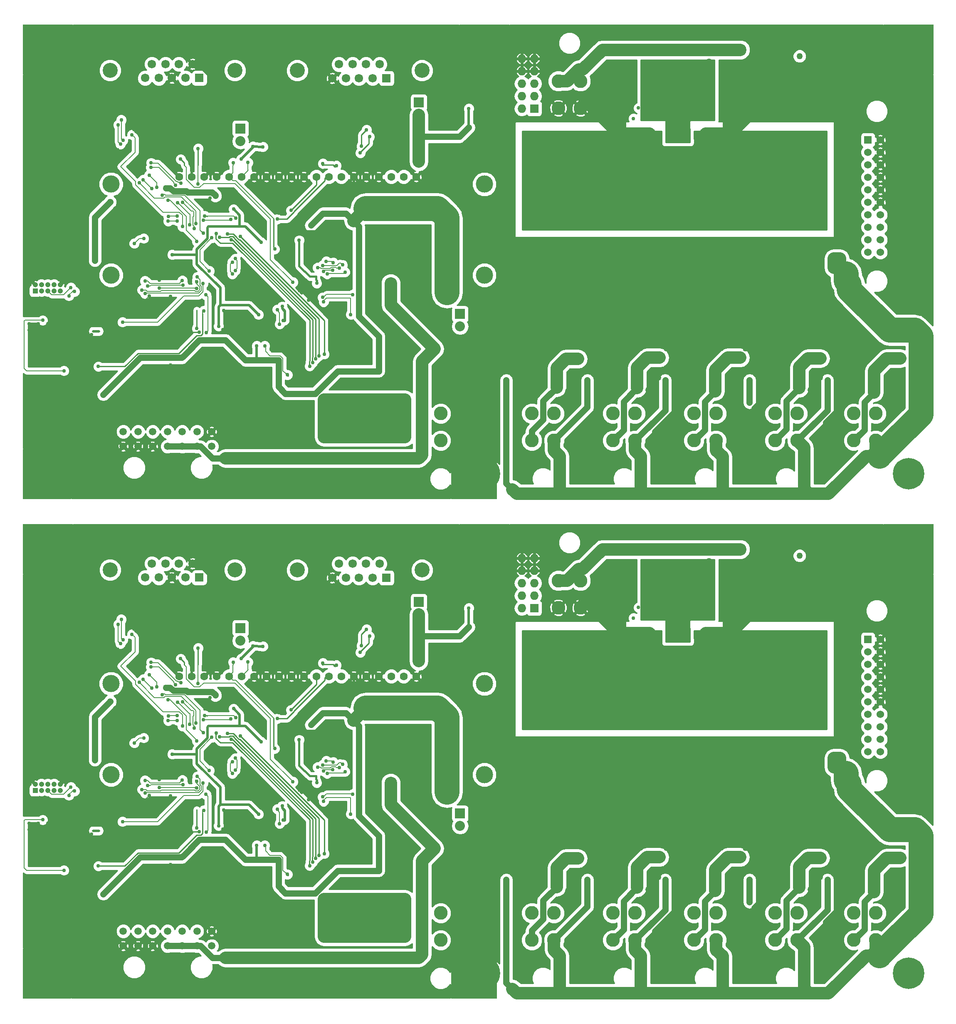
<source format=gbr>
G04 #@! TF.FileFunction,Copper,L2,Bot,Mixed*
%FSLAX46Y46*%
G04 Gerber Fmt 4.6, Leading zero omitted, Abs format (unit mm)*
G04 Created by KiCad (PCBNEW 4.0.2-stable) date 4/19/2016 3:53:07 PM*
%MOMM*%
G01*
G04 APERTURE LIST*
%ADD10C,0.100000*%
%ADD11C,1.600000*%
%ADD12C,3.500000*%
%ADD13R,1.524000X1.524000*%
%ADD14C,1.524000*%
%ADD15C,6.400000*%
%ADD16C,0.600000*%
%ADD17C,0.330000*%
%ADD18C,2.800000*%
%ADD19R,1.727200X1.727200*%
%ADD20O,1.727200X1.727200*%
%ADD21R,2.032000X2.032000*%
%ADD22O,2.032000X2.032000*%
%ADD23C,3.050000*%
%ADD24R,1.724000X1.724000*%
%ADD25C,1.724000*%
%ADD26C,1.500000*%
%ADD27R,1.050000X1.050000*%
%ADD28C,1.050000*%
%ADD29C,1.270000*%
%ADD30C,0.762000*%
%ADD31C,2.540000*%
%ADD32C,0.508000*%
%ADD33C,0.152400*%
%ADD34C,1.270000*%
%ADD35C,0.203200*%
%ADD36C,0.254000*%
%ADD37C,0.381000*%
%ADD38C,2.540000*%
%ADD39C,5.080000*%
G04 APERTURE END LIST*
D10*
D11*
X90270000Y-175792000D03*
X92810000Y-175792000D03*
X95350000Y-175792000D03*
X97890000Y-175792000D03*
X100430000Y-175792000D03*
X102970000Y-175792000D03*
X105510000Y-175792000D03*
X108050000Y-175792000D03*
X110590000Y-175792000D03*
X113130000Y-175792000D03*
X115670000Y-175792000D03*
X118210000Y-175792000D03*
X120750000Y-175792000D03*
X123290000Y-175792000D03*
X125830000Y-175792000D03*
X128370000Y-175792000D03*
X130910000Y-175792000D03*
X133450000Y-175792000D03*
X135990000Y-175792000D03*
X138530000Y-175792000D03*
D12*
X76400000Y-177292000D03*
X152400000Y-177292000D03*
X76400000Y-195792000D03*
X152400000Y-195792000D03*
D13*
X230505000Y-168275000D03*
D14*
X233045000Y-168275000D03*
X230505000Y-170815000D03*
X233045000Y-170815000D03*
X230505000Y-173355000D03*
X233045000Y-173355000D03*
X230505000Y-175895000D03*
X233045000Y-175895000D03*
X230505000Y-178435000D03*
X233045000Y-178435000D03*
X230505000Y-180975000D03*
X233045000Y-180975000D03*
X230505000Y-183515000D03*
X233045000Y-183515000D03*
X230505000Y-186055000D03*
X233045000Y-186055000D03*
X230505000Y-188595000D03*
X233045000Y-188595000D03*
X230505000Y-191135000D03*
X233045000Y-191135000D03*
D15*
X238760000Y-149860000D03*
D16*
X241160000Y-149860000D03*
X240457056Y-151557056D03*
X238760000Y-152260000D03*
X237062944Y-151557056D03*
X236360000Y-149860000D03*
X237062944Y-148162944D03*
X238760000Y-147460000D03*
X240457056Y-148162944D03*
D17*
X191111000Y-172446400D03*
X192611000Y-172446400D03*
X191111000Y-173946400D03*
X192611000Y-173946400D03*
X191111000Y-175446400D03*
X192611000Y-175446400D03*
D18*
X195084000Y-223945000D03*
X195084000Y-229445000D03*
X199584000Y-223945000D03*
X199584000Y-229445000D03*
X227620000Y-223945000D03*
X227620000Y-229445000D03*
X232120000Y-223945000D03*
X232120000Y-229445000D03*
D15*
X238760000Y-236220000D03*
D16*
X241160000Y-236220000D03*
X240457056Y-237917056D03*
X238760000Y-238620000D03*
X237062944Y-237917056D03*
X236360000Y-236220000D03*
X237062944Y-234522944D03*
X238760000Y-233820000D03*
X240457056Y-234522944D03*
D18*
X211594000Y-223945000D03*
X211594000Y-229445000D03*
X216094000Y-223945000D03*
X216094000Y-229445000D03*
X171970000Y-161840000D03*
X171970000Y-156340000D03*
X167470000Y-161840000D03*
X167470000Y-156340000D03*
D15*
X152400000Y-149860000D03*
D16*
X154800000Y-149860000D03*
X154097056Y-151557056D03*
X152400000Y-152260000D03*
X150702944Y-151557056D03*
X150000000Y-149860000D03*
X150702944Y-148162944D03*
X152400000Y-147460000D03*
X154097056Y-148162944D03*
D19*
X162560000Y-161925000D03*
D20*
X160020000Y-161925000D03*
X162560000Y-159385000D03*
X160020000Y-159385000D03*
X162560000Y-156845000D03*
X160020000Y-156845000D03*
X162560000Y-154305000D03*
X160020000Y-154305000D03*
X162560000Y-151765000D03*
X160020000Y-151765000D03*
D21*
X139065000Y-160655000D03*
D22*
X139065000Y-163195000D03*
D23*
X139700000Y-154178000D03*
X114300000Y-154178000D03*
D24*
X132461000Y-155742400D03*
D25*
X129667000Y-155742400D03*
X126873000Y-155742400D03*
X124206000Y-155742400D03*
X121412000Y-155742400D03*
X122809000Y-152908000D03*
X125603000Y-152908000D03*
X128270000Y-152908000D03*
X131064000Y-152908000D03*
D21*
X102743000Y-165989000D03*
D22*
X102743000Y-168529000D03*
D23*
X101600000Y-154137600D03*
X76200000Y-154137600D03*
D24*
X94361000Y-155702000D03*
D25*
X91567000Y-155702000D03*
X88773000Y-155702000D03*
X86106000Y-155702000D03*
X83312000Y-155702000D03*
X84709000Y-152867600D03*
X87503000Y-152867600D03*
X90170000Y-152867600D03*
X92964000Y-152867600D03*
D15*
X63500000Y-149860000D03*
D16*
X65900000Y-149860000D03*
X65197056Y-151557056D03*
X63500000Y-152260000D03*
X61802944Y-151557056D03*
X61100000Y-149860000D03*
X61802944Y-148162944D03*
X63500000Y-147460000D03*
X65197056Y-148162944D03*
D15*
X63500000Y-236220000D03*
D16*
X65900000Y-236220000D03*
X65197056Y-237917056D03*
X63500000Y-238620000D03*
X61802944Y-237917056D03*
X61100000Y-236220000D03*
X61802944Y-234522944D03*
X63500000Y-233820000D03*
X65197056Y-234522944D03*
D26*
X96884000Y-230630000D03*
X96884000Y-227630000D03*
X93884000Y-227630000D03*
X93884000Y-230630000D03*
X90884000Y-230630000D03*
X90884000Y-227630000D03*
X87884000Y-227630000D03*
X87884000Y-230630000D03*
X84884000Y-230630000D03*
X84884000Y-227630000D03*
X81884000Y-227630000D03*
X81884000Y-230630000D03*
X78884000Y-227630000D03*
X78884000Y-230630000D03*
D27*
X60960000Y-199009000D03*
D28*
X62230000Y-199009000D03*
X63500000Y-199009000D03*
X64770000Y-199009000D03*
X66040000Y-199009000D03*
X62230000Y-197739000D03*
X63500000Y-197739000D03*
X64770000Y-197739000D03*
X66040000Y-197739000D03*
X60960000Y-197739000D03*
D18*
X143510000Y-223945000D03*
X143510000Y-229445000D03*
D15*
X152400000Y-236220000D03*
D16*
X154800000Y-236220000D03*
X154097056Y-237917056D03*
X152400000Y-238620000D03*
X150702944Y-237917056D03*
X150000000Y-236220000D03*
X150702944Y-234522944D03*
X152400000Y-233820000D03*
X154097056Y-234522944D03*
D21*
X147447000Y-203708000D03*
D22*
X147447000Y-206248000D03*
D18*
X178574000Y-223945000D03*
X178574000Y-229445000D03*
X183074000Y-223945000D03*
X183074000Y-229445000D03*
X162064000Y-223945000D03*
X162064000Y-229445000D03*
X166564000Y-223945000D03*
X166564000Y-229445000D03*
D27*
X60960000Y-97409000D03*
D28*
X62230000Y-97409000D03*
X63500000Y-97409000D03*
X64770000Y-97409000D03*
X66040000Y-97409000D03*
X62230000Y-96139000D03*
X63500000Y-96139000D03*
X64770000Y-96139000D03*
X66040000Y-96139000D03*
X60960000Y-96139000D03*
D21*
X147447000Y-102108000D03*
D22*
X147447000Y-104648000D03*
D26*
X96884000Y-129030000D03*
X96884000Y-126030000D03*
X93884000Y-126030000D03*
X93884000Y-129030000D03*
X90884000Y-129030000D03*
X90884000Y-126030000D03*
X87884000Y-126030000D03*
X87884000Y-129030000D03*
X84884000Y-129030000D03*
X84884000Y-126030000D03*
X81884000Y-126030000D03*
X81884000Y-129030000D03*
X78884000Y-126030000D03*
X78884000Y-129030000D03*
D21*
X102743000Y-64389000D03*
D22*
X102743000Y-66929000D03*
D21*
X139065000Y-59055000D03*
D22*
X139065000Y-61595000D03*
D15*
X63500000Y-48260000D03*
D16*
X65900000Y-48260000D03*
X65197056Y-49957056D03*
X63500000Y-50660000D03*
X61802944Y-49957056D03*
X61100000Y-48260000D03*
X61802944Y-46562944D03*
X63500000Y-45860000D03*
X65197056Y-46562944D03*
D15*
X63500000Y-134620000D03*
D16*
X65900000Y-134620000D03*
X65197056Y-136317056D03*
X63500000Y-137020000D03*
X61802944Y-136317056D03*
X61100000Y-134620000D03*
X61802944Y-132922944D03*
X63500000Y-132220000D03*
X65197056Y-132922944D03*
D15*
X152400000Y-134620000D03*
D16*
X154800000Y-134620000D03*
X154097056Y-136317056D03*
X152400000Y-137020000D03*
X150702944Y-136317056D03*
X150000000Y-134620000D03*
X150702944Y-132922944D03*
X152400000Y-132220000D03*
X154097056Y-132922944D03*
D15*
X238760000Y-134620000D03*
D16*
X241160000Y-134620000D03*
X240457056Y-136317056D03*
X238760000Y-137020000D03*
X237062944Y-136317056D03*
X236360000Y-134620000D03*
X237062944Y-132922944D03*
X238760000Y-132220000D03*
X240457056Y-132922944D03*
D17*
X191111000Y-70846400D03*
X192611000Y-70846400D03*
X191111000Y-72346400D03*
X192611000Y-72346400D03*
X191111000Y-73846400D03*
X192611000Y-73846400D03*
D15*
X238760000Y-48260000D03*
D16*
X241160000Y-48260000D03*
X240457056Y-49957056D03*
X238760000Y-50660000D03*
X237062944Y-49957056D03*
X236360000Y-48260000D03*
X237062944Y-46562944D03*
X238760000Y-45860000D03*
X240457056Y-46562944D03*
D15*
X152400000Y-48260000D03*
D16*
X154800000Y-48260000D03*
X154097056Y-49957056D03*
X152400000Y-50660000D03*
X150702944Y-49957056D03*
X150000000Y-48260000D03*
X150702944Y-46562944D03*
X152400000Y-45860000D03*
X154097056Y-46562944D03*
D11*
X90270000Y-74192000D03*
X92810000Y-74192000D03*
X95350000Y-74192000D03*
X97890000Y-74192000D03*
X100430000Y-74192000D03*
X102970000Y-74192000D03*
X105510000Y-74192000D03*
X108050000Y-74192000D03*
X110590000Y-74192000D03*
X113130000Y-74192000D03*
X115670000Y-74192000D03*
X118210000Y-74192000D03*
X120750000Y-74192000D03*
X123290000Y-74192000D03*
X125830000Y-74192000D03*
X128370000Y-74192000D03*
X130910000Y-74192000D03*
X133450000Y-74192000D03*
X135990000Y-74192000D03*
X138530000Y-74192000D03*
D12*
X76400000Y-75692000D03*
X152400000Y-75692000D03*
X76400000Y-94192000D03*
X152400000Y-94192000D03*
D19*
X162560000Y-60325000D03*
D20*
X160020000Y-60325000D03*
X162560000Y-57785000D03*
X160020000Y-57785000D03*
X162560000Y-55245000D03*
X160020000Y-55245000D03*
X162560000Y-52705000D03*
X160020000Y-52705000D03*
X162560000Y-50165000D03*
X160020000Y-50165000D03*
D13*
X230505000Y-66675000D03*
D14*
X233045000Y-66675000D03*
X230505000Y-69215000D03*
X233045000Y-69215000D03*
X230505000Y-71755000D03*
X233045000Y-71755000D03*
X230505000Y-74295000D03*
X233045000Y-74295000D03*
X230505000Y-76835000D03*
X233045000Y-76835000D03*
X230505000Y-79375000D03*
X233045000Y-79375000D03*
X230505000Y-81915000D03*
X233045000Y-81915000D03*
X230505000Y-84455000D03*
X233045000Y-84455000D03*
X230505000Y-86995000D03*
X233045000Y-86995000D03*
X230505000Y-89535000D03*
X233045000Y-89535000D03*
D18*
X171970000Y-60240000D03*
X171970000Y-54740000D03*
X167470000Y-60240000D03*
X167470000Y-54740000D03*
X143510000Y-122345000D03*
X143510000Y-127845000D03*
X162064000Y-122345000D03*
X162064000Y-127845000D03*
X166564000Y-122345000D03*
X166564000Y-127845000D03*
X211594000Y-122345000D03*
X211594000Y-127845000D03*
X216094000Y-122345000D03*
X216094000Y-127845000D03*
X178574000Y-122345000D03*
X178574000Y-127845000D03*
X183074000Y-122345000D03*
X183074000Y-127845000D03*
X195084000Y-122345000D03*
X195084000Y-127845000D03*
X199584000Y-122345000D03*
X199584000Y-127845000D03*
X227620000Y-122345000D03*
X227620000Y-127845000D03*
X232120000Y-122345000D03*
X232120000Y-127845000D03*
D23*
X139700000Y-52578000D03*
X114300000Y-52578000D03*
D24*
X132461000Y-54142400D03*
D25*
X129667000Y-54142400D03*
X126873000Y-54142400D03*
X124206000Y-54142400D03*
X121412000Y-54142400D03*
X122809000Y-51308000D03*
X125603000Y-51308000D03*
X128270000Y-51308000D03*
X131064000Y-51308000D03*
D23*
X101600000Y-52537600D03*
X76200000Y-52537600D03*
D24*
X94361000Y-54102000D03*
D25*
X91567000Y-54102000D03*
X88773000Y-54102000D03*
X86106000Y-54102000D03*
X83312000Y-54102000D03*
X84709000Y-51267600D03*
X87503000Y-51267600D03*
X90170000Y-51267600D03*
X92964000Y-51267600D03*
D29*
X216585800Y-151257000D03*
X216585800Y-49657000D03*
D30*
X129540000Y-203835000D03*
X109855000Y-225425000D03*
X132016500Y-217614500D03*
X114427000Y-186944000D03*
D29*
X121285000Y-187960000D03*
D30*
X110363000Y-164338000D03*
X107950000Y-167894000D03*
X113157000Y-171069000D03*
X118364000Y-164338000D03*
X116332000Y-170942000D03*
X107950000Y-180340000D03*
X110490000Y-182880000D03*
X111898927Y-191385744D03*
X107315000Y-184785000D03*
D29*
X123825000Y-179705000D03*
D30*
X85788500Y-190690500D03*
X97790000Y-164592000D03*
X98044000Y-156845000D03*
X88011000Y-160020000D03*
X94361000Y-161671000D03*
X96528420Y-180119000D03*
X102560128Y-180014853D03*
X95250000Y-181610000D03*
X88888000Y-190131000D03*
X81023637Y-166203335D03*
X84709000Y-167132000D03*
X65405000Y-160655000D03*
X74295000Y-160655000D03*
D29*
X71755000Y-148590000D03*
D30*
X69850000Y-160655000D03*
X69850000Y-173990000D03*
X74295000Y-172085000D03*
X77786601Y-170335953D03*
X65405000Y-173990000D03*
X64135000Y-191135000D03*
X64135000Y-181610000D03*
X75438000Y-186309000D03*
D29*
X191135000Y-147320000D03*
X186911337Y-146721314D03*
X186182000Y-177927000D03*
X182880000Y-175006000D03*
X238760000Y-190500000D03*
D30*
X226949000Y-189611000D03*
D29*
X212217000Y-162433000D03*
X209232500Y-160274000D03*
X228447600Y-153657300D03*
X215519000Y-160020000D03*
D30*
X226441000Y-181229000D03*
D29*
X238760000Y-170180000D03*
X238760000Y-160020000D03*
X238760000Y-180340000D03*
D30*
X191135000Y-177165000D03*
D29*
X200660000Y-175006000D03*
D30*
X192659000Y-177165000D03*
X191770000Y-178943000D03*
D29*
X197739000Y-177927000D03*
D30*
X186055000Y-167005000D03*
X187325000Y-170180000D03*
X191135000Y-170815000D03*
X197485000Y-167005000D03*
X192659000Y-170815000D03*
X196215000Y-170180000D03*
X178816000Y-163449000D03*
X172466000Y-215392000D03*
D29*
X172656500Y-210566000D03*
D30*
X177292000Y-219519500D03*
D29*
X189484000Y-210693000D03*
X187769500Y-216662000D03*
D30*
X189230000Y-215138000D03*
D29*
X185801000Y-219202000D03*
X171386500Y-217043000D03*
X170815000Y-227965000D03*
X170688000Y-234442000D03*
X186817000Y-234315000D03*
X187325000Y-227965000D03*
D30*
X193929000Y-219202000D03*
X198882000Y-192024000D03*
X201676000Y-192024000D03*
X198882000Y-189103000D03*
X200279000Y-189103000D03*
X201676000Y-189103000D03*
D29*
X200660000Y-180467000D03*
D30*
X200279000Y-192024000D03*
D29*
X182880000Y-180467000D03*
D30*
X183390540Y-189105540D03*
X175768000Y-195961000D03*
X182118000Y-189103000D03*
X184785000Y-189103000D03*
X182118000Y-192024000D03*
X184785000Y-192024000D03*
X183388000Y-192024000D03*
D29*
X193675000Y-190500000D03*
D30*
X191706500Y-182308500D03*
X191706500Y-184213500D03*
D29*
X189865000Y-192405000D03*
X193675000Y-192405000D03*
X191770000Y-192405000D03*
X191770000Y-190500000D03*
X189865000Y-190500000D03*
D30*
X161036000Y-219329000D03*
X156743464Y-215265000D03*
D29*
X156400500Y-210629500D03*
D30*
X145923000Y-217932000D03*
X157861000Y-194945000D03*
X139319000Y-197993000D03*
X142240000Y-202057000D03*
X139192000Y-194564000D03*
X149098000Y-194310000D03*
X178054000Y-161417000D03*
X144780000Y-165708948D03*
X144780000Y-161898948D03*
D29*
X145415000Y-149225000D03*
X158115000Y-149225000D03*
D30*
X135890000Y-168910000D03*
X144780000Y-169545000D03*
D29*
X147955000Y-179705000D03*
X129540000Y-187325000D03*
D30*
X159766000Y-220853000D03*
D29*
X169418000Y-219456000D03*
D30*
X151257000Y-222377000D03*
X150876000Y-228346000D03*
D29*
X218821000Y-219202000D03*
X203200000Y-227330000D03*
X202311000Y-219202000D03*
X203708000Y-234442000D03*
X221615000Y-234315000D03*
D30*
X210439000Y-219329000D03*
D29*
X220345000Y-228600000D03*
D30*
X214376000Y-201676000D03*
X226441000Y-219329000D03*
D29*
X220726000Y-216662000D03*
X221932500Y-210566000D03*
D30*
X221742000Y-215138000D03*
D29*
X236855000Y-216662000D03*
X238760000Y-201295000D03*
D31*
X224409000Y-204216000D03*
D29*
X234696000Y-219329000D03*
X204216000Y-216662000D03*
X205549500Y-210693000D03*
D30*
X205867000Y-215138000D03*
X102489000Y-228854000D03*
X84455000Y-220091000D03*
X95250000Y-217805000D03*
D29*
X101981000Y-238760000D03*
D30*
X80911000Y-217793000D03*
X98298000Y-217678000D03*
D29*
X88900000Y-235585000D03*
D30*
X107848400Y-214985600D03*
X99186743Y-206882905D03*
X99352987Y-203019245D03*
X97282000Y-199580500D03*
X83820000Y-206629000D03*
X91313000Y-208407000D03*
X94361000Y-207391000D03*
X94234000Y-212090000D03*
X88519000Y-214122000D03*
X113030000Y-214376000D03*
X106045000Y-207645000D03*
X114737146Y-198952854D03*
X116642145Y-200857855D03*
X105918000Y-218567000D03*
X114935000Y-217805000D03*
X106934000Y-199136000D03*
X103623620Y-200033380D03*
X101830000Y-200420020D03*
X101473000Y-203200000D03*
X102997000Y-204851000D03*
D29*
X71755000Y-235585000D03*
D30*
X67945000Y-231140000D03*
X76835000Y-224282000D03*
D29*
X77470000Y-235585000D03*
D30*
X59690000Y-217170000D03*
X61595000Y-218440000D03*
X63500000Y-218440000D03*
X59690000Y-218440000D03*
X63500000Y-217170000D03*
X61595000Y-217170000D03*
X65405000Y-207010000D03*
X63500000Y-205740000D03*
X61595000Y-205740000D03*
X63500000Y-207010000D03*
X59690000Y-205740000D03*
X61595000Y-207010000D03*
X59690000Y-207010000D03*
X71628000Y-221996000D03*
X66548000Y-226822000D03*
X64020000Y-225794000D03*
X70485000Y-223520000D03*
X65239900Y-213817200D03*
X65405000Y-217170000D03*
X65405000Y-218503500D03*
X72390000Y-207899000D03*
X61341000Y-195199000D03*
X65405000Y-205740000D03*
X76708000Y-201676000D03*
X86360000Y-195199000D03*
X86233000Y-196837248D03*
X79883000Y-202057000D03*
X81661000Y-204216000D03*
X90043000Y-203581000D03*
X88519000Y-200152000D03*
X84215767Y-200046791D03*
X98044000Y-55245000D03*
X88011000Y-58420000D03*
D29*
X187325000Y-126365000D03*
X220345000Y-127000000D03*
X203200000Y-125730000D03*
X170815000Y-126365000D03*
D30*
X150876000Y-126746000D03*
X151257000Y-120777000D03*
X145923000Y-116332000D03*
X156743464Y-113665000D03*
D29*
X228447600Y-52057300D03*
D30*
X84215767Y-98446791D03*
X65239900Y-112217200D03*
X99352987Y-101419245D03*
X94234000Y-110490000D03*
X226949000Y-88011000D03*
X226441000Y-79629000D03*
X86233000Y-95237248D03*
X88519000Y-98552000D03*
X76708000Y-100076000D03*
X79883000Y-100457000D03*
X81661000Y-102616000D03*
X72390000Y-106299000D03*
X114935000Y-116205000D03*
X105918000Y-116967000D03*
X98298000Y-116078000D03*
X95250000Y-116205000D03*
X84455000Y-118491000D03*
X80911000Y-116193000D03*
X76835000Y-122682000D03*
X64020000Y-124194000D03*
X66548000Y-125222000D03*
X67945000Y-129540000D03*
X159766000Y-119253000D03*
X172466000Y-113792000D03*
X221742000Y-113538000D03*
X189230000Y-113538000D03*
X205867000Y-113538000D03*
X113157000Y-69469000D03*
X116332000Y-69342000D03*
X107950000Y-66294000D03*
X110363000Y-62738000D03*
X118364000Y-62738000D03*
X61341000Y-93599000D03*
X75438000Y-84709000D03*
X94361000Y-60071000D03*
X77786601Y-68735953D03*
X81023637Y-64603335D03*
X94361000Y-105791000D03*
X91313000Y-106807000D03*
X99186743Y-105282905D03*
X102997000Y-103251000D03*
X101473000Y-101600000D03*
X101830000Y-98820020D03*
X103623620Y-98433380D03*
X106934000Y-97536000D03*
X70485000Y-121920000D03*
X59690000Y-104140000D03*
X61595000Y-104140000D03*
X63500000Y-104140000D03*
X65405000Y-104140000D03*
X65405000Y-105410000D03*
X63500000Y-105410000D03*
X61595000Y-105410000D03*
X59690000Y-105410000D03*
X175768000Y-94361000D03*
X157861000Y-93345000D03*
X149098000Y-92710000D03*
X139192000Y-92964000D03*
X139319000Y-96393000D03*
X90043000Y-101981000D03*
X83820000Y-105029000D03*
D29*
X170688000Y-132842000D03*
X186817000Y-132715000D03*
X203708000Y-132842000D03*
X221615000Y-132715000D03*
X129540000Y-85725000D03*
X121285000Y-86360000D03*
X123825000Y-78105000D03*
X71755000Y-46990000D03*
X158115000Y-47625000D03*
X145415000Y-47625000D03*
X147955000Y-78105000D03*
X156400500Y-109029500D03*
X101981000Y-137160000D03*
X88900000Y-133985000D03*
X77470000Y-133985000D03*
X71755000Y-133985000D03*
D30*
X106045000Y-106045000D03*
X107315000Y-83185000D03*
X110490000Y-81280000D03*
X107950000Y-78740000D03*
X95250000Y-80010000D03*
X135890000Y-67310000D03*
X74295000Y-70485000D03*
X69850000Y-72390000D03*
X65405000Y-72390000D03*
X74295000Y-59055000D03*
X69850000Y-59055000D03*
X65405000Y-59055000D03*
X65405000Y-116903500D03*
X65405000Y-115570000D03*
X63500000Y-116840000D03*
X61595000Y-116840000D03*
X59690000Y-116840000D03*
X85788500Y-89090500D03*
X132016500Y-116014500D03*
X96528420Y-78519000D03*
D29*
X209232500Y-58674000D03*
D30*
X97282000Y-97980500D03*
X102489000Y-127254000D03*
X109855000Y-123825000D03*
D31*
X224409000Y-102616000D03*
D30*
X214376000Y-100076000D03*
X84709000Y-65532000D03*
X102560128Y-78414853D03*
X64135000Y-80010000D03*
X64135000Y-89535000D03*
X129540000Y-102235000D03*
X63500000Y-115570000D03*
X61595000Y-115570000D03*
X59690000Y-115570000D03*
X111898927Y-89785744D03*
D29*
X238760000Y-58420000D03*
X238760000Y-68580000D03*
X238760000Y-78740000D03*
X238760000Y-88900000D03*
X238760000Y-99695000D03*
D30*
X144780000Y-60298948D03*
X144780000Y-64108948D03*
X144780000Y-67945000D03*
X107848400Y-113385600D03*
X97790000Y-62992000D03*
X142240000Y-100457000D03*
X114737146Y-97352854D03*
X116642145Y-99257855D03*
X113030000Y-112776000D03*
X86360000Y-93599000D03*
X88888000Y-88531000D03*
X71628000Y-120396000D03*
X88519000Y-112522000D03*
X114427000Y-85344000D03*
X186055000Y-65405000D03*
X197485000Y-65405000D03*
X196215000Y-68580000D03*
X187325000Y-68580000D03*
D29*
X186911337Y-45121314D03*
X191135000Y-45720000D03*
X200660000Y-73406000D03*
X200660000Y-78867000D03*
X197739000Y-76327000D03*
X182880000Y-73406000D03*
X186182000Y-76327000D03*
X182880000Y-78867000D03*
D30*
X191770000Y-77343000D03*
X192659000Y-75565000D03*
X191135000Y-75565000D03*
X192659000Y-69215000D03*
X191135000Y-69215000D03*
X191706500Y-80708500D03*
X191706500Y-82613500D03*
X184785000Y-90424000D03*
X182118000Y-90424000D03*
X183388000Y-90424000D03*
X184785000Y-87503000D03*
X182118000Y-87503000D03*
X183390540Y-87505540D03*
X201676000Y-87503000D03*
X200279000Y-87503000D03*
X198882000Y-87503000D03*
X198882000Y-90424000D03*
X200279000Y-90424000D03*
X201676000Y-90424000D03*
D29*
X193675000Y-90805000D03*
X191770000Y-90805000D03*
X189865000Y-90805000D03*
X189865000Y-88900000D03*
X191770000Y-88900000D03*
X193675000Y-88900000D03*
X212217000Y-60833000D03*
X215519000Y-58420000D03*
D30*
X178816000Y-61849000D03*
X178054000Y-59817000D03*
X210439000Y-117729000D03*
X193929000Y-117602000D03*
X177292000Y-117919500D03*
X161036000Y-117729000D03*
D29*
X169418000Y-117856000D03*
X185801000Y-117602000D03*
X202311000Y-117602000D03*
X218821000Y-117602000D03*
X234696000Y-117729000D03*
D30*
X226441000Y-117729000D03*
D29*
X236855000Y-115062000D03*
X221932500Y-108966000D03*
X205549500Y-109093000D03*
X220726000Y-115062000D03*
X204216000Y-115062000D03*
X189484000Y-109093000D03*
X187769500Y-115062000D03*
X171386500Y-115443000D03*
X172656500Y-108966000D03*
X198120000Y-152400000D03*
X224790000Y-194310000D03*
X223520000Y-194310000D03*
X223520000Y-192405000D03*
X224790000Y-192405000D03*
X186690000Y-162560000D03*
X191770000Y-162560000D03*
X189230000Y-162560000D03*
X198120000Y-160020000D03*
X194310000Y-162560000D03*
X196850000Y-162560000D03*
X198120000Y-157480000D03*
X198120000Y-154940000D03*
D30*
X182753000Y-163957000D03*
D29*
X185420000Y-157480000D03*
X185420000Y-154940000D03*
D30*
X183769000Y-161798000D03*
D29*
X185420000Y-160020000D03*
X185420000Y-152600020D03*
D30*
X189230000Y-217170000D03*
X173355000Y-217170000D03*
X156845000Y-217170000D03*
D29*
X158087001Y-239367001D03*
D30*
X222250000Y-217170000D03*
X206375000Y-217170000D03*
D29*
X158087001Y-137767001D03*
X223520000Y-90805000D03*
X223520000Y-92710000D03*
X224790000Y-90805000D03*
X224790000Y-92710000D03*
D30*
X156845000Y-115570000D03*
X173355000Y-115570000D03*
X189230000Y-115570000D03*
X222250000Y-115570000D03*
X206375000Y-115570000D03*
D29*
X185420000Y-51000020D03*
X196850000Y-60960000D03*
X194310000Y-60960000D03*
X191770000Y-60960000D03*
X189230000Y-60960000D03*
X186690000Y-60960000D03*
X185420000Y-58420000D03*
X185420000Y-55880000D03*
X185420000Y-53340000D03*
X198120000Y-58420000D03*
X198120000Y-55880000D03*
X198120000Y-53340000D03*
X198120000Y-50800000D03*
D30*
X183769000Y-60198000D03*
X182753000Y-62357000D03*
X129286000Y-206629000D03*
X113665000Y-219900500D03*
X130873500Y-215328500D03*
X114681000Y-188696000D03*
X117094000Y-185674000D03*
D29*
X135890000Y-182245000D03*
X87543453Y-178081612D03*
X97602637Y-179648866D03*
D30*
X107315000Y-169705402D03*
X102870000Y-172212000D03*
X105286421Y-169615225D03*
D29*
X76200000Y-180911500D03*
D31*
X144780000Y-199390000D03*
D30*
X149225000Y-161925000D03*
X149225000Y-165735000D03*
D29*
X139065000Y-172717000D03*
D30*
X99695000Y-209042000D03*
X106045000Y-210185000D03*
X93833598Y-206629000D03*
X91186000Y-212217000D03*
X93789500Y-209613500D03*
X118287800Y-197434200D03*
X110490000Y-213106000D03*
X74803000Y-220091000D03*
D29*
X73088500Y-192810000D03*
X139065000Y-71117000D03*
D30*
X118287800Y-95834200D03*
X93833598Y-105029000D03*
X114681000Y-87096000D03*
X113665000Y-118300500D03*
X106045000Y-108585000D03*
D29*
X87543453Y-76481612D03*
X97602637Y-78048866D03*
D30*
X130873500Y-113728500D03*
X105286421Y-68015225D03*
D29*
X76200000Y-79311500D03*
X73088500Y-91210000D03*
D30*
X93789500Y-108013500D03*
X102870000Y-70612000D03*
X107315000Y-68105402D03*
D29*
X135890000Y-80645000D03*
D30*
X74803000Y-118491000D03*
X149225000Y-64135000D03*
X149225000Y-60325000D03*
D31*
X144780000Y-97790000D03*
D30*
X117094000Y-84074000D03*
X129286000Y-105029000D03*
X110490000Y-111506000D03*
X91186000Y-110617000D03*
X99695000Y-107442000D03*
X95429874Y-183737188D03*
X88036400Y-183819800D03*
X89814400Y-183794400D03*
X101777800Y-184169402D03*
X89814400Y-82194400D03*
X88036400Y-82219800D03*
X95429874Y-82137188D03*
X101777800Y-82569402D03*
X83058000Y-188341000D03*
X95148400Y-184607200D03*
X88011000Y-184810400D03*
X89890600Y-184785000D03*
X100812600Y-184429400D03*
X81127600Y-189357000D03*
X89890600Y-83185000D03*
X88011000Y-83210400D03*
X95148400Y-83007200D03*
X100812600Y-82829400D03*
X83058000Y-86741000D03*
X81127600Y-87757000D03*
X111429800Y-205003400D03*
X111252000Y-202158600D03*
X111252000Y-100558600D03*
X111429800Y-103403400D03*
X95694980Y-199783813D03*
X95758000Y-207518000D03*
X95694980Y-98183813D03*
X95758000Y-105918000D03*
X88836500Y-191643000D03*
X106934000Y-189103000D03*
X101346000Y-182372000D03*
X98298000Y-206184500D03*
X106426000Y-203835000D03*
X101346000Y-80772000D03*
X88836500Y-90043000D03*
X106426000Y-102235000D03*
X106934000Y-87503000D03*
X98298000Y-104584500D03*
D31*
X133350000Y-197485000D03*
X133350000Y-95885000D03*
D30*
X93853000Y-198501000D03*
X86182200Y-198462880D03*
X86182200Y-96862880D03*
X93853000Y-96901000D03*
D29*
X171450000Y-212852000D03*
X167132000Y-214693500D03*
X171450000Y-111252000D03*
X167132000Y-113093500D03*
X216535000Y-214503000D03*
X220853000Y-212725000D03*
X220853000Y-111125000D03*
X216535000Y-112903000D03*
X183515000Y-214630000D03*
X188087000Y-212598000D03*
X188087000Y-110998000D03*
X183515000Y-113030000D03*
X200025000Y-214503000D03*
X204470000Y-212598000D03*
X204470000Y-110998000D03*
X200025000Y-112903000D03*
X232410000Y-214630000D03*
X237109000Y-212725000D03*
X237109000Y-111125000D03*
X232410000Y-113030000D03*
D30*
X127127000Y-170942000D03*
X129032000Y-167640000D03*
X127127000Y-69342000D03*
X129032000Y-66040000D03*
X127381000Y-169545000D03*
X128397000Y-166243000D03*
X127381000Y-67945000D03*
X128397000Y-64643000D03*
X119507000Y-173101000D03*
X122264220Y-173518770D03*
X122264220Y-71918770D03*
X119507000Y-71501000D03*
X104251321Y-172885520D03*
X104251321Y-71285520D03*
X109728000Y-190500000D03*
X101241145Y-172899006D03*
X101241145Y-71299006D03*
X109728000Y-88900000D03*
X67818000Y-200025000D03*
X68961000Y-199136000D03*
X83820000Y-197993000D03*
X91040768Y-197802000D03*
X91040768Y-96202000D03*
X83820000Y-96393000D03*
X67818000Y-98425000D03*
X68961000Y-97536000D03*
X82677000Y-198831170D03*
X93853000Y-197167500D03*
X82677000Y-97231170D03*
X93853000Y-95567500D03*
X83327431Y-199535647D03*
X93916500Y-196151500D03*
X83327431Y-97935647D03*
X93916500Y-94551500D03*
X125603000Y-199771000D03*
X119456200Y-200304400D03*
X125603000Y-98171000D03*
X119456200Y-98704400D03*
X119659400Y-201218800D03*
X125190234Y-203810186D03*
X125190234Y-102210186D03*
X119659400Y-99618800D03*
X68199000Y-198310500D03*
X83312000Y-196977000D03*
X90899976Y-196898492D03*
X90899976Y-95298492D03*
X83312000Y-95377000D03*
X68199000Y-96710500D03*
X73787000Y-214376000D03*
X95278565Y-203070671D03*
X95278565Y-101470671D03*
X73787000Y-112776000D03*
X85661500Y-177927000D03*
X88011000Y-180530500D03*
X84137500Y-175450500D03*
X93853000Y-188976000D03*
X101092000Y-195580000D03*
X101092000Y-193167000D03*
X84137500Y-73850500D03*
X85661500Y-76327000D03*
X88011000Y-78930500D03*
X93853000Y-87376000D03*
X101092000Y-93980000D03*
X101092000Y-91567000D03*
X90932000Y-185928000D03*
X80645000Y-167259000D03*
X101663229Y-192452964D03*
X101663229Y-194865964D03*
X90932000Y-84328000D03*
X80645000Y-65659000D03*
X101663229Y-93265964D03*
X101663229Y-90852964D03*
X90551000Y-172212000D03*
X113411000Y-197231000D03*
X90551000Y-70612000D03*
X113411000Y-95631000D03*
X107696000Y-210165533D03*
X110693200Y-205765400D03*
X110226598Y-202793600D03*
X112302023Y-216073606D03*
X110226598Y-101193600D03*
X110693200Y-104165400D03*
X107696000Y-108565533D03*
X112302023Y-114473606D03*
X89535000Y-177469800D03*
X84516638Y-173862138D03*
X92405200Y-185572400D03*
X89966800Y-181076600D03*
X77851000Y-165227000D03*
X78305947Y-169160466D03*
X84516638Y-72262138D03*
X89535000Y-75869800D03*
X89966800Y-79476600D03*
X92405200Y-83972400D03*
X78305947Y-67560466D03*
X77851000Y-63627000D03*
X90644728Y-177071664D03*
X90932000Y-180975000D03*
X84556600Y-172948600D03*
X93345000Y-186334400D03*
X78486000Y-164211000D03*
X78816710Y-168402000D03*
X84556600Y-71348600D03*
X90644728Y-75471664D03*
X90932000Y-79375000D03*
X93345000Y-84734400D03*
X78816710Y-66802000D03*
X78486000Y-62611000D03*
X93656598Y-185293000D03*
X82105500Y-177038000D03*
X82105500Y-75438000D03*
X93656598Y-83693000D03*
X124031380Y-195191006D03*
X120381287Y-195545002D03*
X120381287Y-93945002D03*
X124031380Y-93591006D03*
X121557414Y-194815477D03*
X119617491Y-195042246D03*
X121557414Y-93215477D03*
X119617491Y-93442246D03*
X122853572Y-194319691D03*
X118452900Y-194271900D03*
X122853572Y-92719691D03*
X118452900Y-92671900D03*
X123542573Y-193718503D03*
X119473055Y-193823025D03*
X123542573Y-92118503D03*
X119473055Y-92223025D03*
X121615200Y-193243200D03*
X120192800Y-192963800D03*
X120192800Y-91363800D03*
X121615200Y-91643200D03*
X86817200Y-179501800D03*
X84709000Y-178181000D03*
X95216721Y-187282179D03*
X82931000Y-176376330D03*
X82931000Y-74776330D03*
X84709000Y-76581000D03*
X86817200Y-77901800D03*
X95216721Y-85682179D03*
X113012000Y-182626000D03*
X113012000Y-81026000D03*
X110236000Y-184404000D03*
X110236000Y-82804000D03*
X119820629Y-211874041D03*
X102743000Y-187960000D03*
X102743000Y-86360000D03*
X119820629Y-110274041D03*
X100899119Y-188596322D03*
X117424761Y-213609503D03*
X100899119Y-86996322D03*
X117424761Y-112009503D03*
X100130982Y-187453611D03*
X118745000Y-212217000D03*
X100130982Y-85853611D03*
X118745000Y-110617000D03*
X98480191Y-188122877D03*
X118029319Y-212852000D03*
X98480191Y-86522877D03*
X118029319Y-111252000D03*
X97830000Y-187322650D03*
X116840000Y-214312500D03*
X97830000Y-85722650D03*
X116840000Y-112712500D03*
X96901000Y-188214000D03*
X66802000Y-215265000D03*
X62484000Y-204978000D03*
X78740000Y-205359000D03*
X96393000Y-194945000D03*
X95123000Y-197485000D03*
X96901000Y-86614000D03*
X78740000Y-103759000D03*
X62484000Y-103378000D03*
X66802000Y-113665000D03*
X95123000Y-95885000D03*
X96393000Y-93345000D03*
X94107000Y-177292000D03*
X94107000Y-170044549D03*
X94107000Y-68444549D03*
X94107000Y-75692000D03*
D31*
X204524611Y-149955251D03*
X204524611Y-48355251D03*
D29*
X119761000Y-228727000D03*
X119761000Y-226822000D03*
X119761000Y-224917000D03*
X119761000Y-223012000D03*
X119761000Y-221107000D03*
X136271000Y-228727000D03*
X136271000Y-226822000D03*
X136271000Y-224917000D03*
X136271000Y-223012000D03*
X136271000Y-221107000D03*
X136271000Y-119507000D03*
X136271000Y-121412000D03*
X136271000Y-123317000D03*
X136271000Y-125222000D03*
X136271000Y-127127000D03*
X119761000Y-119507000D03*
X119761000Y-121412000D03*
X119761000Y-123317000D03*
X119761000Y-125222000D03*
X119761000Y-127127000D03*
D32*
X72745600Y-207187800D02*
X73964800Y-207187800D01*
X72745600Y-105587800D02*
X73964800Y-105587800D01*
X83820000Y-206629000D02*
X86995000Y-206629000D01*
X86995000Y-206629000D02*
X90043000Y-203581000D01*
D33*
X82205558Y-202057000D02*
X79883000Y-202057000D01*
X84215767Y-200046791D02*
X82205558Y-202057000D01*
D32*
X71755000Y-235585000D02*
X77470000Y-235585000D01*
D34*
X107950000Y-180340000D02*
X110490000Y-182880000D01*
D32*
X125830000Y-177700000D02*
X123825000Y-179705000D01*
X125830000Y-175792000D02*
X125830000Y-177700000D01*
X92862400Y-174608230D02*
X92862400Y-173736000D01*
X92810000Y-174660630D02*
X92862400Y-174608230D01*
X92810000Y-175792000D02*
X92810000Y-174660630D01*
X139319000Y-194691000D02*
X139192000Y-194564000D01*
X139319000Y-197993000D02*
X139319000Y-194691000D01*
X81952302Y-167132000D02*
X81404636Y-166584334D01*
X81404636Y-166584334D02*
X81023637Y-166203335D01*
X84709000Y-167132000D02*
X81952302Y-167132000D01*
D34*
X98044000Y-156411078D02*
X98044000Y-156845000D01*
X95175922Y-153543000D02*
X98044000Y-156411078D01*
X92964000Y-153035000D02*
X94667922Y-153035000D01*
X94667922Y-153035000D02*
X95175922Y-153543000D01*
D35*
X152400000Y-235400078D02*
X153670000Y-234130078D01*
X153670000Y-233680000D02*
X154305000Y-233045000D01*
X153670000Y-234130078D02*
X153670000Y-233680000D01*
X154305000Y-233045000D02*
X154305000Y-217932000D01*
D34*
X151257000Y-227965000D02*
X150876000Y-228346000D01*
X151257000Y-222377000D02*
X151257000Y-227965000D01*
X148590000Y-215265000D02*
X145923000Y-217932000D01*
D36*
X92329000Y-207391000D02*
X91313000Y-208407000D01*
X94361000Y-207391000D02*
X92329000Y-207391000D01*
D35*
X100530245Y-203019245D02*
X100711000Y-203200000D01*
X100711000Y-203200000D02*
X101473000Y-203200000D01*
X99352987Y-203019245D02*
X100530245Y-203019245D01*
D32*
X115289292Y-199505000D02*
X114109500Y-198325208D01*
X114109500Y-198325208D02*
X114221792Y-198325208D01*
X114737146Y-198952854D02*
X115289292Y-199505000D01*
X120269000Y-186944000D02*
X121285000Y-187960000D01*
X114427000Y-186944000D02*
X120269000Y-186944000D01*
D36*
X238760000Y-180340000D02*
X238760000Y-170180000D01*
X238760000Y-201295000D02*
X238760000Y-190500000D01*
D32*
X151693599Y-149153599D02*
X145486401Y-149153599D01*
X152400000Y-149860000D02*
X151693599Y-149153599D01*
X145486401Y-149153599D02*
X145415000Y-149225000D01*
X157861000Y-194945000D02*
X158877000Y-195961000D01*
X158877000Y-195961000D02*
X175768000Y-195961000D01*
D35*
X154305000Y-217932000D02*
X156972000Y-215265000D01*
D34*
X156743464Y-215265000D02*
X148590000Y-215265000D01*
D35*
X152400000Y-236220000D02*
X152400000Y-235400078D01*
D32*
X156400500Y-210629500D02*
X154495500Y-210629500D01*
D35*
X59690000Y-217170000D02*
X61595000Y-217170000D01*
X63500000Y-217170000D02*
X65405000Y-217170000D01*
D33*
X59690000Y-218440000D02*
X61595000Y-218440000D01*
D32*
X64795400Y-231140000D02*
X62623700Y-228968300D01*
X62623700Y-228968300D02*
X62623700Y-227190300D01*
X66548000Y-226822000D02*
X65048000Y-226822000D01*
X67945000Y-231140000D02*
X64795400Y-231140000D01*
X65048000Y-226822000D02*
X64020000Y-225794000D01*
X62623700Y-227190300D02*
X62611000Y-227177600D01*
X62636400Y-227177600D02*
X64020000Y-225794000D01*
X62611000Y-227177600D02*
X62636400Y-227177600D01*
D33*
X63500000Y-218440000D02*
X65214500Y-218440000D01*
D32*
X65405000Y-205740000D02*
X63500000Y-205740000D01*
X61595000Y-205740000D02*
X59690000Y-205740000D01*
X63500000Y-207010000D02*
X65405000Y-207010000D01*
D37*
X66040000Y-197739000D02*
X66040000Y-196850000D01*
X66040000Y-196850000D02*
X66675000Y-196215000D01*
D35*
X63500000Y-236220000D02*
X64319922Y-236220000D01*
X66224922Y-238125000D02*
X67310000Y-238125000D01*
D32*
X88900000Y-235585000D02*
X92075000Y-238760000D01*
X101981000Y-238760000D02*
X92075000Y-238760000D01*
D35*
X64319922Y-236220000D02*
X66224922Y-238125000D01*
D37*
X65405000Y-173990000D02*
X69850000Y-173990000D01*
D32*
X64490655Y-159740655D02*
X64490655Y-150850655D01*
X69850000Y-160655000D02*
X65405000Y-160655000D01*
X65405000Y-160655000D02*
X64490655Y-159740655D01*
X63500000Y-149860000D02*
X64206401Y-150566401D01*
X69778599Y-150566401D02*
X71755000Y-148590000D01*
X64206401Y-150566401D02*
X69778599Y-150566401D01*
X64490655Y-150850655D02*
X63500000Y-149860000D01*
X226441000Y-219329000D02*
X226441000Y-220853000D01*
X226441000Y-220853000D02*
X221615000Y-225679000D01*
X186817000Y-227584000D02*
X186817000Y-234315000D01*
X193929000Y-220472000D02*
X186817000Y-227584000D01*
X206995188Y-224423812D02*
X203708000Y-227711000D01*
X206995188Y-222772812D02*
X206995188Y-224423812D01*
X210439000Y-219329000D02*
X206995188Y-222772812D01*
X221615000Y-225679000D02*
X221615000Y-234315000D01*
X203708000Y-227711000D02*
X203708000Y-234442000D01*
X193929000Y-219202000D02*
X193929000Y-220472000D01*
X170688000Y-227584000D02*
X170688000Y-234442000D01*
X175260000Y-221551500D02*
X175260000Y-223012000D01*
X177292000Y-219519500D02*
X175260000Y-221551500D01*
X175260000Y-223012000D02*
X170688000Y-227584000D01*
D38*
X178816000Y-170942000D02*
X182880000Y-175006000D01*
X187325000Y-170180000D02*
X181013100Y-170180000D01*
X186055000Y-167005000D02*
X179781200Y-167005000D01*
X178816000Y-163449000D02*
X179997100Y-162267900D01*
X179997100Y-169164000D02*
X179997100Y-162267900D01*
X181013100Y-170180000D02*
X179997100Y-169164000D01*
X179781200Y-167005000D02*
X172720000Y-159943800D01*
X178816000Y-163449000D02*
X178816000Y-170942000D01*
X197485000Y-167005000D02*
X202501500Y-167005000D01*
X202222100Y-173443900D02*
X200660000Y-175006000D01*
X202222100Y-163487100D02*
X202222100Y-173443900D01*
X202514200Y-163195000D02*
X202222100Y-163487100D01*
D36*
X238125001Y-150494999D02*
X238760000Y-149860000D01*
X238760000Y-160020000D02*
X238125001Y-159385001D01*
D38*
X202501500Y-167005000D02*
X209232500Y-160274000D01*
X211318975Y-162433000D02*
X210556975Y-163195000D01*
X212217000Y-162433000D02*
X211318975Y-162433000D01*
D36*
X238125001Y-159385001D02*
X238125001Y-150494999D01*
D38*
X210556975Y-163195000D02*
X202514200Y-163195000D01*
D34*
X95175922Y-51943000D02*
X98044000Y-54811078D01*
X98044000Y-54811078D02*
X98044000Y-55245000D01*
X92964000Y-51435000D02*
X94667922Y-51435000D01*
X94667922Y-51435000D02*
X95175922Y-51943000D01*
X151257000Y-120777000D02*
X151257000Y-126365000D01*
X151257000Y-126365000D02*
X150876000Y-126746000D01*
X156743464Y-113665000D02*
X148590000Y-113665000D01*
X148590000Y-113665000D02*
X145923000Y-116332000D01*
D38*
X181013100Y-68580000D02*
X179997100Y-67564000D01*
X179997100Y-67564000D02*
X179997100Y-60667900D01*
X187325000Y-68580000D02*
X181013100Y-68580000D01*
X178816000Y-61849000D02*
X179997100Y-60667900D01*
X212217000Y-60833000D02*
X211318975Y-60833000D01*
X211318975Y-60833000D02*
X210556975Y-61595000D01*
X210556975Y-61595000D02*
X202514200Y-61595000D01*
X202514200Y-61595000D02*
X202222100Y-61887100D01*
X202222100Y-61887100D02*
X202222100Y-71843900D01*
X202222100Y-71843900D02*
X200660000Y-73406000D01*
X178816000Y-61849000D02*
X178816000Y-69342000D01*
X178816000Y-69342000D02*
X182880000Y-73406000D01*
X197485000Y-65405000D02*
X202501500Y-65405000D01*
X202501500Y-65405000D02*
X209232500Y-58674000D01*
X179781200Y-65405000D02*
X172720000Y-58343800D01*
X186055000Y-65405000D02*
X179781200Y-65405000D01*
D33*
X84215767Y-98446791D02*
X82205558Y-100457000D01*
X82205558Y-100457000D02*
X79883000Y-100457000D01*
D32*
X62611000Y-125577600D02*
X62636400Y-125577600D01*
X62636400Y-125577600D02*
X64020000Y-124194000D01*
X62623700Y-127368300D02*
X62623700Y-125590300D01*
X62623700Y-125590300D02*
X62611000Y-125577600D01*
X64795400Y-129540000D02*
X62623700Y-127368300D01*
X67945000Y-129540000D02*
X64795400Y-129540000D01*
X66548000Y-125222000D02*
X65048000Y-125222000D01*
X65048000Y-125222000D02*
X64020000Y-124194000D01*
D35*
X100530245Y-101419245D02*
X100711000Y-101600000D01*
X100711000Y-101600000D02*
X101473000Y-101600000D01*
X99352987Y-101419245D02*
X100530245Y-101419245D01*
D32*
X81952302Y-65532000D02*
X81404636Y-64984334D01*
X84709000Y-65532000D02*
X81952302Y-65532000D01*
X81404636Y-64984334D02*
X81023637Y-64603335D01*
D36*
X94361000Y-105791000D02*
X92329000Y-105791000D01*
X92329000Y-105791000D02*
X91313000Y-106807000D01*
D37*
X66040000Y-95250000D02*
X66675000Y-94615000D01*
X66040000Y-96139000D02*
X66040000Y-95250000D01*
D32*
X61595000Y-104140000D02*
X59690000Y-104140000D01*
X65405000Y-104140000D02*
X63500000Y-104140000D01*
X63500000Y-105410000D02*
X65405000Y-105410000D01*
X101981000Y-137160000D02*
X92075000Y-137160000D01*
X157861000Y-93345000D02*
X158877000Y-94361000D01*
X158877000Y-94361000D02*
X175768000Y-94361000D01*
X139319000Y-96393000D02*
X139319000Y-93091000D01*
X139319000Y-93091000D02*
X139192000Y-92964000D01*
X83820000Y-105029000D02*
X86995000Y-105029000D01*
X86995000Y-105029000D02*
X90043000Y-101981000D01*
X175260000Y-121412000D02*
X170688000Y-125984000D01*
X170688000Y-125984000D02*
X170688000Y-132842000D01*
X175260000Y-119951500D02*
X175260000Y-121412000D01*
X177292000Y-117919500D02*
X175260000Y-119951500D01*
X193929000Y-118872000D02*
X186817000Y-125984000D01*
X186817000Y-125984000D02*
X186817000Y-132715000D01*
X193929000Y-117602000D02*
X193929000Y-118872000D01*
X206995188Y-122823812D02*
X203708000Y-126111000D01*
X203708000Y-126111000D02*
X203708000Y-132842000D01*
X210439000Y-117729000D02*
X206995188Y-121172812D01*
X206995188Y-121172812D02*
X206995188Y-122823812D01*
X226441000Y-119253000D02*
X221615000Y-124079000D01*
X221615000Y-124079000D02*
X221615000Y-132715000D01*
X226441000Y-117729000D02*
X226441000Y-119253000D01*
X114427000Y-85344000D02*
X120269000Y-85344000D01*
X120269000Y-85344000D02*
X121285000Y-86360000D01*
X125830000Y-74192000D02*
X125830000Y-76100000D01*
X125830000Y-76100000D02*
X123825000Y-78105000D01*
X63500000Y-48260000D02*
X64206401Y-48966401D01*
X69778599Y-48966401D02*
X71755000Y-46990000D01*
X64206401Y-48966401D02*
X69778599Y-48966401D01*
X152400000Y-48260000D02*
X151693599Y-47553599D01*
X151693599Y-47553599D02*
X145486401Y-47553599D01*
X145486401Y-47553599D02*
X145415000Y-47625000D01*
X156400500Y-109029500D02*
X154495500Y-109029500D01*
X88900000Y-133985000D02*
X92075000Y-137160000D01*
X71755000Y-133985000D02*
X77470000Y-133985000D01*
X65405000Y-59055000D02*
X64490655Y-58140655D01*
X64490655Y-58140655D02*
X64490655Y-49250655D01*
X64490655Y-49250655D02*
X63500000Y-48260000D01*
X69850000Y-59055000D02*
X65405000Y-59055000D01*
D35*
X154305000Y-131445000D02*
X154305000Y-116332000D01*
X154305000Y-116332000D02*
X156972000Y-113665000D01*
X66224922Y-136525000D02*
X67310000Y-136525000D01*
X63500000Y-134620000D02*
X64319922Y-134620000D01*
X64319922Y-134620000D02*
X66224922Y-136525000D01*
X153670000Y-132080000D02*
X154305000Y-131445000D01*
X153670000Y-132530078D02*
X153670000Y-132080000D01*
X152400000Y-134620000D02*
X152400000Y-133800078D01*
X152400000Y-133800078D02*
X153670000Y-132530078D01*
D34*
X107950000Y-78740000D02*
X110490000Y-81280000D01*
D37*
X65405000Y-72390000D02*
X69850000Y-72390000D01*
D33*
X63500000Y-116840000D02*
X65214500Y-116840000D01*
X59690000Y-116840000D02*
X61595000Y-116840000D01*
D32*
X114109500Y-96725208D02*
X114221792Y-96725208D01*
X115289292Y-97905000D02*
X114109500Y-96725208D01*
X114737146Y-97352854D02*
X115289292Y-97905000D01*
X92862400Y-73008230D02*
X92862400Y-72136000D01*
X92810000Y-74192000D02*
X92810000Y-73060630D01*
X92810000Y-73060630D02*
X92862400Y-73008230D01*
D35*
X63500000Y-115570000D02*
X65405000Y-115570000D01*
X59690000Y-115570000D02*
X61595000Y-115570000D01*
D36*
X238760000Y-58420000D02*
X238125001Y-57785001D01*
X238125001Y-57785001D02*
X238125001Y-48894999D01*
X238125001Y-48894999D02*
X238760000Y-48260000D01*
X238760000Y-78740000D02*
X238760000Y-68580000D01*
X238760000Y-99695000D02*
X238760000Y-88900000D01*
D38*
X183074000Y-229445000D02*
X183074000Y-231424898D01*
X183074000Y-231424898D02*
X184277000Y-232627898D01*
X184277000Y-232627898D02*
X184277000Y-240284000D01*
X167767000Y-232627898D02*
X167767000Y-240284000D01*
X166564000Y-229445000D02*
X166564000Y-231424898D01*
X184277000Y-240284000D02*
X167767000Y-240284000D01*
X166564000Y-231424898D02*
X167767000Y-232627898D01*
X167767000Y-240284000D02*
X159004000Y-240284000D01*
D34*
X156845000Y-238125000D02*
X158087001Y-239367001D01*
D38*
X159004000Y-240284000D02*
X158087001Y-239367001D01*
D39*
X234315000Y-231140000D02*
X233045000Y-232410000D01*
X241300000Y-224155000D02*
X234315000Y-231140000D01*
X233045000Y-232410000D02*
X232819999Y-232635001D01*
D34*
X156845000Y-217170000D02*
X156845000Y-238125000D01*
X173355000Y-222654000D02*
X166564000Y-229445000D01*
X222250000Y-217170000D02*
X222250000Y-223289000D01*
X222250000Y-223289000D02*
X216094000Y-229445000D01*
D39*
X241300000Y-208280000D02*
X241300000Y-224155000D01*
X226695000Y-198755000D02*
X234950000Y-207010000D01*
X234950000Y-207010000D02*
X240030000Y-207010000D01*
X240030000Y-207010000D02*
X241300000Y-208280000D01*
D38*
X226060000Y-195580000D02*
X224790000Y-194310000D01*
D39*
X226060000Y-195580000D02*
X226060000Y-197003802D01*
D38*
X224790000Y-192405000D02*
X223520000Y-192405000D01*
X224790000Y-194310000D02*
X224790000Y-192405000D01*
D39*
X226695000Y-197638802D02*
X226695000Y-198755000D01*
D38*
X223520000Y-192405000D02*
X223520000Y-194310000D01*
D39*
X226060000Y-197003802D02*
X226695000Y-197638802D01*
D34*
X232120000Y-229445000D02*
X233815000Y-231140000D01*
D38*
X232120000Y-231935002D02*
X232120000Y-229445000D01*
X200914000Y-232754898D02*
X200914000Y-240284000D01*
X199584000Y-231424898D02*
X200914000Y-232754898D01*
X200914000Y-240284000D02*
X184277000Y-240284000D01*
D34*
X206375000Y-217170000D02*
X206375000Y-221716000D01*
D38*
X222455846Y-240284000D02*
X218440000Y-240284000D01*
X217493999Y-239337999D02*
X218440000Y-240284000D01*
X218440000Y-240284000D02*
X200914000Y-240284000D01*
X217493999Y-230844999D02*
X217493999Y-239337999D01*
X216094000Y-229445000D02*
X217493999Y-230844999D01*
X232819999Y-232635001D02*
X230104845Y-232635001D01*
D34*
X233815000Y-231140000D02*
X234315000Y-231140000D01*
D38*
X230104845Y-232635001D02*
X222455846Y-240284000D01*
X232819999Y-232635001D02*
X232120000Y-231935002D01*
D34*
X231826999Y-231642001D02*
X232819999Y-232635001D01*
D38*
X199584000Y-229445000D02*
X199584000Y-231424898D01*
D34*
X189230000Y-217170000D02*
X189230000Y-223289000D01*
X173355000Y-217170000D02*
X173355000Y-222654000D01*
X189230000Y-223289000D02*
X183074000Y-229445000D01*
X173355000Y-115570000D02*
X173355000Y-121054000D01*
X173355000Y-121054000D02*
X166564000Y-127845000D01*
X189230000Y-121689000D02*
X183074000Y-127845000D01*
X189230000Y-115570000D02*
X189230000Y-121689000D01*
D39*
X241300000Y-122555000D02*
X234315000Y-129540000D01*
X234315000Y-129540000D02*
X233045000Y-130810000D01*
D34*
X232120000Y-127845000D02*
X233815000Y-129540000D01*
X233815000Y-129540000D02*
X234315000Y-129540000D01*
X222250000Y-115570000D02*
X222250000Y-121689000D01*
X222250000Y-121689000D02*
X216094000Y-127845000D01*
D38*
X184277000Y-138684000D02*
X167767000Y-138684000D01*
X167767000Y-131027898D02*
X167767000Y-138684000D01*
X167767000Y-138684000D02*
X159004000Y-138684000D01*
X166564000Y-127845000D02*
X166564000Y-129824898D01*
X166564000Y-129824898D02*
X167767000Y-131027898D01*
X200914000Y-138684000D02*
X184277000Y-138684000D01*
X184277000Y-131027898D02*
X184277000Y-138684000D01*
X183074000Y-127845000D02*
X183074000Y-129824898D01*
X183074000Y-129824898D02*
X184277000Y-131027898D01*
X218440000Y-138684000D02*
X200914000Y-138684000D01*
X200914000Y-131154898D02*
X200914000Y-138684000D01*
X199584000Y-127845000D02*
X199584000Y-129824898D01*
X199584000Y-129824898D02*
X200914000Y-131154898D01*
X222455846Y-138684000D02*
X218440000Y-138684000D01*
X216094000Y-127845000D02*
X217493999Y-129244999D01*
X217493999Y-129244999D02*
X217493999Y-137737999D01*
X217493999Y-137737999D02*
X218440000Y-138684000D01*
X159004000Y-138684000D02*
X158087001Y-137767001D01*
X232819999Y-131035001D02*
X230104845Y-131035001D01*
X230104845Y-131035001D02*
X222455846Y-138684000D01*
X232819999Y-131035001D02*
X232120000Y-130335002D01*
X232120000Y-130335002D02*
X232120000Y-127845000D01*
D34*
X156845000Y-115570000D02*
X156845000Y-136525000D01*
X156845000Y-136525000D02*
X158087001Y-137767001D01*
X206375000Y-115570000D02*
X206375000Y-120116000D01*
X231826999Y-130042001D02*
X232819999Y-131035001D01*
D39*
X233045000Y-130810000D02*
X232819999Y-131035001D01*
X241300000Y-106680000D02*
X241300000Y-122555000D01*
X240030000Y-105410000D02*
X241300000Y-106680000D01*
X234950000Y-105410000D02*
X240030000Y-105410000D01*
X226695000Y-97155000D02*
X234950000Y-105410000D01*
X226695000Y-96038802D02*
X226695000Y-97155000D01*
X226060000Y-93980000D02*
X226060000Y-95403802D01*
X226060000Y-95403802D02*
X226695000Y-96038802D01*
D38*
X223520000Y-90805000D02*
X223520000Y-92710000D01*
X224790000Y-90805000D02*
X223520000Y-90805000D01*
X224790000Y-92710000D02*
X224790000Y-90805000D01*
X226060000Y-93980000D02*
X224790000Y-92710000D01*
D34*
X82296001Y-212597999D02*
X75183999Y-219710001D01*
X75183999Y-219710001D02*
X74803000Y-220091000D01*
X88441478Y-178081612D02*
X87543453Y-178081612D01*
X89048868Y-178689002D02*
X88441478Y-178081612D01*
X73088500Y-184023000D02*
X76200000Y-180911500D01*
X73088500Y-192810000D02*
X73088500Y-184023000D01*
X124206000Y-183261000D02*
X119507000Y-183261000D01*
X126819002Y-185874002D02*
X125730000Y-184785000D01*
X125730000Y-184785000D02*
X124206000Y-183261000D01*
D32*
X105286421Y-169615225D02*
X105376598Y-169705402D01*
X107315000Y-169705402D02*
X105286421Y-169615225D01*
X105376598Y-169705402D02*
X102870000Y-172212000D01*
D34*
X97602637Y-179540823D02*
X97001297Y-178939483D01*
X97602637Y-179648866D02*
X97602637Y-179540823D01*
X91959313Y-178939483D02*
X91708832Y-178689002D01*
X97001297Y-178939483D02*
X91959313Y-178939483D01*
X91708832Y-178689002D02*
X89048868Y-178689002D01*
D38*
X139065000Y-163195000D02*
X139065000Y-172717000D01*
D34*
X147320000Y-167640000D02*
X149225000Y-165735000D01*
D32*
X149225000Y-161925000D02*
X149225000Y-165735000D01*
D34*
X139065000Y-167640000D02*
X147320000Y-167640000D01*
X139065000Y-167640000D02*
X139065000Y-172717000D01*
D39*
X135890000Y-182245000D02*
X128270000Y-182245000D01*
D38*
X128270000Y-182245000D02*
X125730000Y-184785000D01*
D34*
X126819002Y-204162002D02*
X126819002Y-185874002D01*
X139065000Y-165100000D02*
X139065000Y-163195000D01*
X139065000Y-165100000D02*
X139065000Y-167640000D01*
D39*
X144780000Y-199390000D02*
X144780000Y-184150000D01*
X144780000Y-184150000D02*
X142875000Y-182245000D01*
D32*
X135990000Y-182145000D02*
X135890000Y-182245000D01*
D39*
X142875000Y-182245000D02*
X135890000Y-182245000D01*
D34*
X110490000Y-213106000D02*
X110490000Y-218503500D01*
X110490000Y-218503500D02*
X111887000Y-219900500D01*
X111887000Y-219900500D02*
X113665000Y-219900500D01*
X117983000Y-219900500D02*
X122555000Y-215328500D01*
X113665000Y-219900500D02*
X117983000Y-219900500D01*
X122555000Y-215328500D02*
X130873500Y-215328500D01*
X130873500Y-208216500D02*
X129286000Y-206629000D01*
X130873500Y-215328500D02*
X130873500Y-208216500D01*
X129286000Y-206629000D02*
X126819002Y-204162002D01*
X91186000Y-212217000D02*
X90805001Y-212597999D01*
X91186000Y-212217000D02*
X94361000Y-209042000D01*
X94361000Y-209042000D02*
X99695000Y-209042000D01*
X110490000Y-213106000D02*
X106045000Y-213106000D01*
X106045000Y-213106000D02*
X103759000Y-213106000D01*
D32*
X106045000Y-210185000D02*
X106045000Y-213106000D01*
D34*
X103759000Y-213106000D02*
X99695000Y-209042000D01*
D37*
X118110000Y-196717585D02*
X118110000Y-196088000D01*
X118287800Y-196895385D02*
X118110000Y-196717585D01*
X118287800Y-197434200D02*
X118287800Y-196895385D01*
X118110000Y-196088000D02*
X116840000Y-196088000D01*
X114681000Y-193929000D02*
X114681000Y-188696000D01*
X116840000Y-196088000D02*
X114681000Y-193929000D01*
D34*
X119507000Y-183261000D02*
X117094000Y-185674000D01*
D32*
X119507000Y-183261000D02*
X120015000Y-183261000D01*
D36*
X93853000Y-202946000D02*
X93853000Y-206629000D01*
D34*
X90805001Y-212597999D02*
X82296001Y-212597999D01*
X97001297Y-77339483D02*
X91959313Y-77339483D01*
X91959313Y-77339483D02*
X91708832Y-77089002D01*
X97602637Y-78048866D02*
X97602637Y-77940823D01*
X91708832Y-77089002D02*
X89048868Y-77089002D01*
X97602637Y-77940823D02*
X97001297Y-77339483D01*
X88441478Y-76481612D02*
X87543453Y-76481612D01*
X89048868Y-77089002D02*
X88441478Y-76481612D01*
D37*
X118287800Y-95834200D02*
X118287800Y-95295385D01*
X118287800Y-95295385D02*
X118110000Y-95117585D01*
X118110000Y-95117585D02*
X118110000Y-94488000D01*
X118110000Y-94488000D02*
X116840000Y-94488000D01*
X116840000Y-94488000D02*
X114681000Y-92329000D01*
X114681000Y-92329000D02*
X114681000Y-87096000D01*
D39*
X135890000Y-80645000D02*
X128270000Y-80645000D01*
D34*
X111887000Y-118300500D02*
X113665000Y-118300500D01*
X113665000Y-118300500D02*
X117983000Y-118300500D01*
X110490000Y-111506000D02*
X106045000Y-111506000D01*
X106045000Y-111506000D02*
X103759000Y-111506000D01*
D32*
X106045000Y-108585000D02*
X106045000Y-111506000D01*
D38*
X139065000Y-61595000D02*
X139065000Y-71117000D01*
D34*
X117983000Y-118300500D02*
X122555000Y-113728500D01*
X122555000Y-113728500D02*
X130873500Y-113728500D01*
X110490000Y-116903500D02*
X111887000Y-118300500D01*
X110490000Y-111506000D02*
X110490000Y-116903500D01*
X130873500Y-113728500D02*
X130873500Y-106616500D01*
X130873500Y-106616500D02*
X129286000Y-105029000D01*
D32*
X107315000Y-68105402D02*
X105286421Y-68015225D01*
X105286421Y-68015225D02*
X105376598Y-68105402D01*
D34*
X73088500Y-82423000D02*
X76200000Y-79311500D01*
X73088500Y-91210000D02*
X73088500Y-82423000D01*
D32*
X105376598Y-68105402D02*
X102870000Y-70612000D01*
D34*
X139065000Y-63500000D02*
X139065000Y-61595000D01*
X139065000Y-66040000D02*
X139065000Y-71117000D01*
X139065000Y-66040000D02*
X147320000Y-66040000D01*
X139065000Y-63500000D02*
X139065000Y-66040000D01*
D36*
X93853000Y-101346000D02*
X93853000Y-105029000D01*
D34*
X82296001Y-110997999D02*
X75183999Y-118110001D01*
X90805001Y-110997999D02*
X82296001Y-110997999D01*
X91186000Y-110617000D02*
X90805001Y-110997999D01*
X75183999Y-118110001D02*
X74803000Y-118491000D01*
X147320000Y-66040000D02*
X149225000Y-64135000D01*
X126819002Y-84274002D02*
X125730000Y-83185000D01*
X126819002Y-102562002D02*
X126819002Y-84274002D01*
X129286000Y-105029000D02*
X126819002Y-102562002D01*
D39*
X142875000Y-80645000D02*
X135890000Y-80645000D01*
D32*
X135990000Y-80545000D02*
X135890000Y-80645000D01*
X149225000Y-60325000D02*
X149225000Y-64135000D01*
D34*
X125730000Y-83185000D02*
X124206000Y-81661000D01*
D38*
X128270000Y-80645000D02*
X125730000Y-83185000D01*
D39*
X144780000Y-82550000D02*
X142875000Y-80645000D01*
X144780000Y-97790000D02*
X144780000Y-82550000D01*
D32*
X119507000Y-81661000D02*
X120015000Y-81661000D01*
D34*
X119507000Y-81661000D02*
X117094000Y-84074000D01*
X124206000Y-81661000D02*
X119507000Y-81661000D01*
X103759000Y-111506000D02*
X99695000Y-107442000D01*
X91186000Y-110617000D02*
X94361000Y-107442000D01*
X94361000Y-107442000D02*
X99695000Y-107442000D01*
D33*
X101707578Y-184099180D02*
X101777800Y-184169402D01*
X101396801Y-183788403D02*
X96043377Y-183788403D01*
X96043377Y-183788403D02*
X95986599Y-183845181D01*
X101777800Y-184169402D02*
X101396801Y-183788403D01*
X95523008Y-183737188D02*
X95429874Y-183737188D01*
D36*
X95986599Y-183845181D02*
X95986599Y-183755098D01*
X95968689Y-183737188D02*
X95429874Y-183737188D01*
X95986599Y-183755098D02*
X95968689Y-183737188D01*
D35*
X89814400Y-183794400D02*
X88163400Y-183794400D01*
X88138000Y-183819800D02*
X88036400Y-183819800D01*
X88163400Y-183794400D02*
X88138000Y-183819800D01*
D36*
X95986599Y-82245181D02*
X95986599Y-82155098D01*
X95986599Y-82155098D02*
X95968689Y-82137188D01*
X95968689Y-82137188D02*
X95429874Y-82137188D01*
D33*
X95523008Y-82137188D02*
X95429874Y-82137188D01*
X101777800Y-82569402D02*
X101396801Y-82188403D01*
X101396801Y-82188403D02*
X96043377Y-82188403D01*
X96043377Y-82188403D02*
X95986599Y-82245181D01*
X101707578Y-82499180D02*
X101777800Y-82569402D01*
D35*
X88163400Y-82194400D02*
X88138000Y-82219800D01*
X88138000Y-82219800D02*
X88036400Y-82219800D01*
X89814400Y-82194400D02*
X88163400Y-82194400D01*
D33*
X81127600Y-189357000D02*
X82143600Y-188341000D01*
X82143600Y-188341000D02*
X83058000Y-188341000D01*
D35*
X95148400Y-184607200D02*
X100304600Y-184607200D01*
X100689162Y-184607200D02*
X100784826Y-184702864D01*
D33*
X100634800Y-184607200D02*
X100304600Y-184607200D01*
X100812600Y-184429400D02*
X100634800Y-184607200D01*
D35*
X100304600Y-184607200D02*
X100689162Y-184607200D01*
X89890600Y-184785000D02*
X88036400Y-184785000D01*
X88036400Y-184785000D02*
X88011000Y-184810400D01*
X95148400Y-83007200D02*
X100304600Y-83007200D01*
X100304600Y-83007200D02*
X100689162Y-83007200D01*
D33*
X100812600Y-82829400D02*
X100634800Y-83007200D01*
X100634800Y-83007200D02*
X100304600Y-83007200D01*
X81127600Y-87757000D02*
X82143600Y-86741000D01*
X82143600Y-86741000D02*
X83058000Y-86741000D01*
D35*
X100689162Y-83007200D02*
X100784826Y-83102864D01*
X89890600Y-83185000D02*
X88036400Y-83185000D01*
X88036400Y-83185000D02*
X88011000Y-83210400D01*
D32*
X111760000Y-205105000D02*
X111760000Y-204546200D01*
D35*
X111810799Y-204596999D02*
X111760000Y-204546200D01*
X111810799Y-204622401D02*
X111810799Y-204596999D01*
D32*
X111760000Y-204546200D02*
X111760000Y-203073000D01*
D35*
X111429800Y-205003400D02*
X111810799Y-204622401D01*
D32*
X111760000Y-203073000D02*
X111252000Y-202565000D01*
D37*
X111252000Y-202158600D02*
X111252000Y-202697415D01*
X111252000Y-202697415D02*
X111627585Y-203073000D01*
X111627585Y-203073000D02*
X111760000Y-203073000D01*
X111252000Y-100558600D02*
X111252000Y-101097415D01*
X111252000Y-101097415D02*
X111627585Y-101473000D01*
X111627585Y-101473000D02*
X111760000Y-101473000D01*
D32*
X111760000Y-103505000D02*
X111760000Y-102946200D01*
X111760000Y-102946200D02*
X111760000Y-101473000D01*
D35*
X111429800Y-103403400D02*
X111810799Y-103022401D01*
X111810799Y-103022401D02*
X111810799Y-102996999D01*
X111810799Y-102996999D02*
X111760000Y-102946200D01*
D32*
X111760000Y-101473000D02*
X111252000Y-100965000D01*
D35*
X95758000Y-207518000D02*
X96138999Y-207137001D01*
X96075979Y-200164812D02*
X95694980Y-199783813D01*
X96138999Y-200227832D02*
X96075979Y-200164812D01*
X96138999Y-207137001D02*
X96138999Y-200227832D01*
X96075979Y-98564812D02*
X95694980Y-98183813D01*
X96138999Y-98627832D02*
X96075979Y-98564812D01*
X95758000Y-105918000D02*
X96138999Y-105537001D01*
X96138999Y-105537001D02*
X96138999Y-98627832D01*
D32*
X106426000Y-203835000D02*
X104521000Y-201930000D01*
X96012000Y-186118500D02*
X96202500Y-185928000D01*
X96202500Y-185928000D02*
X102362000Y-185928000D01*
X96012000Y-188384564D02*
X96012000Y-186118500D01*
X103759000Y-185928000D02*
X106553001Y-188722001D01*
X106553001Y-188722001D02*
X106934000Y-189103000D01*
X102362000Y-185928000D02*
X103759000Y-185928000D01*
X102565202Y-183591202D02*
X102565202Y-185724798D01*
X102565202Y-185724798D02*
X102362000Y-185928000D01*
X101346000Y-182372000D02*
X102565202Y-183591202D01*
X93853000Y-191770000D02*
X93853000Y-190543564D01*
X93726000Y-191643000D02*
X93853000Y-191770000D01*
X88836500Y-191643000D02*
X93726000Y-191643000D01*
X93853000Y-190543564D02*
X96012000Y-188384564D01*
X93853000Y-193570354D02*
X93853000Y-191770000D01*
X98615500Y-198332854D02*
X93853000Y-193570354D01*
X104521000Y-201930000D02*
X98615500Y-201930000D01*
X98615500Y-201930000D02*
X98615500Y-198332854D01*
X98298000Y-202247500D02*
X98615500Y-201930000D01*
X98298000Y-206184500D02*
X98298000Y-202247500D01*
X102565202Y-84124798D02*
X102362000Y-84328000D01*
X102565202Y-81991202D02*
X102565202Y-84124798D01*
X101346000Y-80772000D02*
X102565202Y-81991202D01*
X98298000Y-100647500D02*
X98615500Y-100330000D01*
X98298000Y-104584500D02*
X98298000Y-100647500D01*
X98615500Y-96732854D02*
X93853000Y-91970354D01*
X93853000Y-91970354D02*
X93853000Y-90170000D01*
X98615500Y-100330000D02*
X98615500Y-96732854D01*
X102362000Y-84328000D02*
X103759000Y-84328000D01*
X96202500Y-84328000D02*
X102362000Y-84328000D01*
X106553001Y-87122001D02*
X106934000Y-87503000D01*
X103759000Y-84328000D02*
X106553001Y-87122001D01*
X93853000Y-88943564D02*
X96012000Y-86784564D01*
X96012000Y-86784564D02*
X96012000Y-84518500D01*
X96012000Y-84518500D02*
X96202500Y-84328000D01*
X93853000Y-90170000D02*
X93853000Y-88943564D01*
X88836500Y-90043000D02*
X93726000Y-90043000D01*
X93726000Y-90043000D02*
X93853000Y-90170000D01*
X106426000Y-102235000D02*
X104521000Y-100330000D01*
X104521000Y-100330000D02*
X98615500Y-100330000D01*
D34*
X97023646Y-233045000D02*
X94608646Y-230630000D01*
D38*
X133350000Y-197485000D02*
X133350000Y-201930000D01*
X139065000Y-233045000D02*
X99695000Y-233045000D01*
D34*
X99695000Y-233045000D02*
X97023646Y-233045000D01*
D38*
X139700000Y-232410000D02*
X139065000Y-233045000D01*
X142240000Y-210820000D02*
X139700000Y-213360000D01*
X133350000Y-201930000D02*
X142240000Y-210820000D01*
X139700000Y-213360000D02*
X139700000Y-232410000D01*
D34*
X94608646Y-230630000D02*
X92710000Y-230630000D01*
X87884000Y-230630000D02*
X92710000Y-230630000D01*
X92710000Y-230630000D02*
X93884000Y-230630000D01*
X87884000Y-129030000D02*
X92710000Y-129030000D01*
X94608646Y-129030000D02*
X92710000Y-129030000D01*
X92710000Y-129030000D02*
X93884000Y-129030000D01*
X99695000Y-131445000D02*
X97023646Y-131445000D01*
X97023646Y-131445000D02*
X94608646Y-129030000D01*
D38*
X139065000Y-131445000D02*
X99695000Y-131445000D01*
X139700000Y-130810000D02*
X139065000Y-131445000D01*
X139700000Y-111760000D02*
X139700000Y-130810000D01*
X142240000Y-109220000D02*
X139700000Y-111760000D01*
X133350000Y-100330000D02*
X142240000Y-109220000D01*
X133350000Y-95885000D02*
X133350000Y-100330000D01*
D35*
X86182200Y-198462880D02*
X93472008Y-198462880D01*
X93472008Y-198462880D02*
X93510070Y-198424818D01*
X93510128Y-198501000D02*
X93472008Y-198462880D01*
D33*
X93764069Y-198412069D02*
X93853000Y-198501000D01*
X93764069Y-198170819D02*
X93764069Y-198412069D01*
D35*
X93853000Y-198501000D02*
X93510128Y-198501000D01*
X93510070Y-198424818D02*
X93764069Y-198170819D01*
X93853000Y-96901000D02*
X93510128Y-96901000D01*
X93510128Y-96901000D02*
X93472008Y-96862880D01*
D33*
X93764069Y-96570819D02*
X93764069Y-96812069D01*
X93764069Y-96812069D02*
X93853000Y-96901000D01*
D35*
X93510070Y-96824818D02*
X93764069Y-96570819D01*
X93472008Y-96862880D02*
X93510070Y-96824818D01*
X86182200Y-96862880D02*
X93472008Y-96862880D01*
D34*
X164376599Y-221408799D02*
X167132000Y-218653398D01*
X164376599Y-225152503D02*
X164376599Y-221408799D01*
X162064000Y-227465102D02*
X164376599Y-225152503D01*
X162064000Y-229445000D02*
X162064000Y-227465102D01*
D38*
X168973500Y-212852000D02*
X167132000Y-214693500D01*
X171450000Y-212852000D02*
X168973500Y-212852000D01*
X167132000Y-214693500D02*
X167132000Y-218653398D01*
D34*
X162064000Y-127845000D02*
X162064000Y-125865102D01*
X162064000Y-125865102D02*
X164376599Y-123552503D01*
X164376599Y-123552503D02*
X164376599Y-119808799D01*
X164376599Y-119808799D02*
X167132000Y-117053398D01*
D38*
X167132000Y-113093500D02*
X167132000Y-117053398D01*
X171450000Y-111252000D02*
X168973500Y-111252000D01*
X168973500Y-111252000D02*
X167132000Y-113093500D01*
X218313000Y-212725000D02*
X216535000Y-214503000D01*
X216535000Y-214503000D02*
X216535000Y-218780398D01*
X220853000Y-212725000D02*
X218313000Y-212725000D01*
D34*
X213906599Y-221408799D02*
X216535000Y-218780398D01*
X213906599Y-227132401D02*
X213906599Y-221408799D01*
X211594000Y-229445000D02*
X213906599Y-227132401D01*
X211594000Y-127845000D02*
X213906599Y-125532401D01*
X213906599Y-125532401D02*
X213906599Y-119808799D01*
X213906599Y-119808799D02*
X216535000Y-117180398D01*
D38*
X216535000Y-112903000D02*
X216535000Y-117180398D01*
X220853000Y-111125000D02*
X218313000Y-111125000D01*
X218313000Y-111125000D02*
X216535000Y-112903000D01*
X185547000Y-212598000D02*
X183515000Y-214630000D01*
X188087000Y-212598000D02*
X185547000Y-212598000D01*
X183515000Y-214630000D02*
X183515000Y-218780398D01*
D34*
X180761401Y-221533997D02*
X183515000Y-218780398D01*
X180761401Y-227257599D02*
X180761401Y-221533997D01*
X178574000Y-229445000D02*
X180761401Y-227257599D01*
X178574000Y-127845000D02*
X180761401Y-125657599D01*
X180761401Y-125657599D02*
X180761401Y-119933997D01*
X180761401Y-119933997D02*
X183515000Y-117180398D01*
D38*
X183515000Y-113030000D02*
X183515000Y-117180398D01*
X188087000Y-110998000D02*
X185547000Y-110998000D01*
X185547000Y-110998000D02*
X183515000Y-113030000D01*
X201930000Y-212598000D02*
X200025000Y-214503000D01*
X200025000Y-214503000D02*
X199390001Y-215137999D01*
X199390001Y-215137999D02*
X199390001Y-219415397D01*
X204470000Y-212598000D02*
X201930000Y-212598000D01*
D34*
X197271401Y-221533997D02*
X199390001Y-219415397D01*
X195084000Y-229445000D02*
X197271401Y-227257599D01*
X197271401Y-227257599D02*
X197271401Y-221533997D01*
X195084000Y-127845000D02*
X197271401Y-125657599D01*
X197271401Y-125657599D02*
X197271401Y-119933997D01*
X197271401Y-119933997D02*
X199390001Y-117815397D01*
D38*
X200025000Y-112903000D02*
X199390001Y-113537999D01*
X199390001Y-113537999D02*
X199390001Y-117815397D01*
X204470000Y-110998000D02*
X201930000Y-110998000D01*
X201930000Y-110998000D02*
X200025000Y-112903000D01*
X234315000Y-212725000D02*
X232410000Y-214630000D01*
X232410000Y-214630000D02*
X231775001Y-215264999D01*
X237109000Y-212725000D02*
X234315000Y-212725000D01*
X231775001Y-215264999D02*
X231775001Y-219645397D01*
D34*
X229807401Y-221612997D02*
X231775001Y-219645397D01*
X229807401Y-227257599D02*
X229807401Y-221612997D01*
X227620000Y-229445000D02*
X229807401Y-227257599D01*
X227620000Y-127845000D02*
X229807401Y-125657599D01*
X229807401Y-125657599D02*
X229807401Y-120012997D01*
X229807401Y-120012997D02*
X231775001Y-118045397D01*
D38*
X232410000Y-113030000D02*
X231775001Y-113664999D01*
X231775001Y-113664999D02*
X231775001Y-118045397D01*
X237109000Y-111125000D02*
X234315000Y-111125000D01*
X234315000Y-111125000D02*
X232410000Y-113030000D01*
D36*
X128905000Y-167767000D02*
X128905000Y-169037000D01*
X128905000Y-169037000D02*
X127127000Y-170815000D01*
D37*
X127127000Y-170815000D02*
X127127000Y-170942000D01*
X128905000Y-167767000D02*
X129032000Y-167640000D01*
X127127000Y-69215000D02*
X127127000Y-69342000D01*
X128905000Y-66167000D02*
X129032000Y-66040000D01*
D36*
X128905000Y-67437000D02*
X127127000Y-69215000D01*
X128905000Y-66167000D02*
X128905000Y-67437000D01*
X127381000Y-169545000D02*
X127381000Y-167259000D01*
X127381000Y-167259000D02*
X128143000Y-166497000D01*
X128143000Y-166497000D02*
X128270000Y-166370000D01*
D37*
X128270000Y-166370000D02*
X128397000Y-166243000D01*
X128270000Y-64770000D02*
X128397000Y-64643000D01*
D36*
X127381000Y-65659000D02*
X128143000Y-64897000D01*
X128143000Y-64897000D02*
X128270000Y-64770000D01*
X127381000Y-67945000D02*
X127381000Y-65659000D01*
X119507000Y-173355000D02*
X121592452Y-173355000D01*
D37*
X119507000Y-173355000D02*
X119507000Y-173101000D01*
D36*
X121592452Y-173355000D02*
X121756222Y-173518770D01*
D37*
X122264220Y-173518770D02*
X121936682Y-173518770D01*
D36*
X121846452Y-173609000D02*
X122010221Y-173772769D01*
X121756222Y-173518770D02*
X121846452Y-173609000D01*
D37*
X121936682Y-173518770D02*
X121846452Y-173609000D01*
D36*
X121756222Y-71918770D02*
X121846452Y-72009000D01*
X121846452Y-72009000D02*
X122010221Y-72172769D01*
D37*
X122264220Y-71918770D02*
X121936682Y-71918770D01*
X121936682Y-71918770D02*
X121846452Y-72009000D01*
X119507000Y-71755000D02*
X119507000Y-71501000D01*
D36*
X121592452Y-71755000D02*
X121756222Y-71918770D01*
X119507000Y-71755000D02*
X121592452Y-71755000D01*
D35*
X104309800Y-174452200D02*
X102970000Y-175792000D01*
D33*
X104251321Y-174393721D02*
X104309800Y-174452200D01*
X104251321Y-172885520D02*
X104251321Y-174393721D01*
X104251321Y-71285520D02*
X104251321Y-72793721D01*
X104251321Y-72793721D02*
X104309800Y-72852200D01*
D35*
X104309800Y-72852200D02*
X102970000Y-74192000D01*
X101761999Y-176591999D02*
X109474000Y-184304000D01*
X101219000Y-175003000D02*
X100430000Y-175792000D01*
X100430000Y-175792000D02*
X101229999Y-176591999D01*
D33*
X101219000Y-173459966D02*
X101219000Y-175003000D01*
X101241145Y-173437821D02*
X101219000Y-173459966D01*
D35*
X101229999Y-176591999D02*
X101761999Y-176591999D01*
D37*
X101219000Y-172876861D02*
X101241145Y-172899006D01*
D33*
X101241145Y-172899006D02*
X101241145Y-173437821D01*
D36*
X109474000Y-184304000D02*
X109474000Y-190119000D01*
X109474000Y-190119000D02*
X109728000Y-190373000D01*
X109728000Y-190373000D02*
X109728000Y-190500000D01*
D33*
X101241145Y-71299006D02*
X101241145Y-71837821D01*
X101241145Y-71837821D02*
X101219000Y-71859966D01*
X101219000Y-71859966D02*
X101219000Y-73403000D01*
D35*
X100430000Y-74192000D02*
X101229999Y-74991999D01*
X101229999Y-74991999D02*
X101761999Y-74991999D01*
X101761999Y-74991999D02*
X109474000Y-82704000D01*
D37*
X101219000Y-71276861D02*
X101241145Y-71299006D01*
D35*
X101219000Y-73403000D02*
X100430000Y-74192000D01*
D36*
X109728000Y-88773000D02*
X109728000Y-88900000D01*
X109474000Y-88519000D02*
X109728000Y-88773000D01*
X109474000Y-82704000D02*
X109474000Y-88519000D01*
D35*
X84358815Y-197993000D02*
X83820000Y-197993000D01*
X84523936Y-197827879D02*
X84358815Y-197993000D01*
X91014889Y-197827879D02*
X84523936Y-197827879D01*
X91040665Y-197802103D02*
X91014889Y-197827879D01*
D33*
X68580000Y-199072500D02*
X67754500Y-199898000D01*
X68897500Y-199072500D02*
X68961000Y-199136000D01*
X68580000Y-199072500D02*
X68897500Y-199072500D01*
X68008500Y-199834500D02*
X68008500Y-199644000D01*
X67818000Y-200025000D02*
X68008500Y-199834500D01*
X68580000Y-198945500D02*
X68580000Y-199072500D01*
D35*
X84358815Y-96393000D02*
X83820000Y-96393000D01*
X84523936Y-96227879D02*
X84358815Y-96393000D01*
X91014889Y-96227879D02*
X84523936Y-96227879D01*
X91040665Y-96202103D02*
X91014889Y-96227879D01*
D33*
X67818000Y-98425000D02*
X68008500Y-98234500D01*
X68008500Y-98234500D02*
X68008500Y-98044000D01*
X68580000Y-97472500D02*
X68897500Y-97472500D01*
X68897500Y-97472500D02*
X68961000Y-97536000D01*
X68580000Y-97345500D02*
X68580000Y-97472500D01*
X68580000Y-97472500D02*
X67754500Y-98298000D01*
X83769691Y-199072481D02*
X83528380Y-198831170D01*
D35*
X82744454Y-198831170D02*
X82677000Y-198831170D01*
D33*
X83528380Y-198831170D02*
X82744454Y-198831170D01*
X86474809Y-199072481D02*
X83769691Y-199072481D01*
X86601790Y-198945500D02*
X86474809Y-199072481D01*
X93395288Y-198945500D02*
X86601790Y-198945500D01*
D36*
X93599000Y-196913500D02*
X93853000Y-197167500D01*
D33*
X93535500Y-196850000D02*
X93599000Y-196913500D01*
X93853000Y-197167500D02*
X93853000Y-197598788D01*
X93560390Y-199110602D02*
X93395288Y-198945500D01*
X94145610Y-199110602D02*
X93560390Y-199110602D01*
X94462602Y-198208390D02*
X94462602Y-198793610D01*
X94462602Y-198793610D02*
X94145610Y-199110602D01*
X93853000Y-197598788D02*
X94462602Y-198208390D01*
X93395288Y-97345500D02*
X86601790Y-97345500D01*
X83528380Y-97231170D02*
X82744454Y-97231170D01*
X83769691Y-97472481D02*
X83528380Y-97231170D01*
X86474809Y-97472481D02*
X83769691Y-97472481D01*
X94462602Y-97193610D02*
X94145610Y-97510602D01*
X93853000Y-95567500D02*
X93853000Y-95998788D01*
X94462602Y-96608390D02*
X94462602Y-97193610D01*
X93853000Y-95998788D02*
X94462602Y-96608390D01*
X94145610Y-97510602D02*
X93560390Y-97510602D01*
X86601790Y-97345500D02*
X86474809Y-97472481D01*
X93560390Y-97510602D02*
X93395288Y-97345500D01*
D35*
X82744454Y-97231170D02*
X82677000Y-97231170D01*
D33*
X93535500Y-95250000D02*
X93599000Y-95313500D01*
D36*
X93599000Y-95313500D02*
X93853000Y-95567500D01*
D33*
X83391810Y-199437190D02*
X83375500Y-199453500D01*
X84508376Y-199437190D02*
X83391810Y-199437190D01*
X84524686Y-199453500D02*
X84508376Y-199437190D01*
X94233779Y-199453500D02*
X84524686Y-199453500D01*
X93916500Y-196151500D02*
X94513399Y-196748399D01*
X94767413Y-198082134D02*
X94767413Y-198919866D01*
X94513399Y-197828121D02*
X94767413Y-198082134D01*
X94767413Y-198919866D02*
X94233779Y-199453500D01*
X94513399Y-196748399D02*
X94513399Y-197828121D01*
X83391810Y-97837190D02*
X83375500Y-97853500D01*
X84508376Y-97837190D02*
X83391810Y-97837190D01*
X94233779Y-97853500D02*
X84524686Y-97853500D01*
X94767413Y-96482134D02*
X94767413Y-97319866D01*
X84524686Y-97853500D02*
X84508376Y-97837190D01*
X94513399Y-96228121D02*
X94767413Y-96482134D01*
X94767413Y-97319866D02*
X94233779Y-97853500D01*
X94513399Y-95148399D02*
X94513399Y-96228121D01*
X93916500Y-94551500D02*
X94513399Y-95148399D01*
X124538881Y-199677326D02*
X124898091Y-199677326D01*
X125509326Y-199677326D02*
X125603000Y-199771000D01*
X124898091Y-199677326D02*
X125509326Y-199677326D01*
X120235674Y-199677326D02*
X124538881Y-199677326D01*
X119837200Y-200075800D02*
X120235674Y-199677326D01*
X119507000Y-200406000D02*
X119837200Y-200075800D01*
X119684800Y-200075800D02*
X119837200Y-200075800D01*
X119456200Y-200304400D02*
X119684800Y-200075800D01*
X119507000Y-98806000D02*
X119837200Y-98475800D01*
X119456200Y-98704400D02*
X119684800Y-98475800D01*
X119837200Y-98475800D02*
X120235674Y-98077326D01*
X119684800Y-98475800D02*
X119837200Y-98475800D01*
X124898091Y-98077326D02*
X125509326Y-98077326D01*
X125509326Y-98077326D02*
X125603000Y-98171000D01*
X120235674Y-98077326D02*
X124538881Y-98077326D01*
X124538881Y-98077326D02*
X124898091Y-98077326D01*
X124783410Y-200417558D02*
X125142620Y-200417558D01*
X125190234Y-203349214D02*
X125142620Y-203301600D01*
D35*
X125190234Y-203810186D02*
X125190234Y-203019014D01*
X125190234Y-203019014D02*
X125142620Y-202971400D01*
D33*
X125190234Y-203810186D02*
X125190234Y-203349214D01*
D35*
X125142620Y-202971400D02*
X125142620Y-203301600D01*
X125142620Y-200417558D02*
X125142620Y-202971400D01*
D33*
X120257442Y-200417558D02*
X124783410Y-200417558D01*
X119507000Y-201168000D02*
X120257442Y-200417558D01*
X119761000Y-201117200D02*
X119761000Y-200914000D01*
X119659400Y-201218800D02*
X119761000Y-201117200D01*
D35*
X125142620Y-98817558D02*
X125142620Y-101371400D01*
X125142620Y-101371400D02*
X125142620Y-101701600D01*
X125190234Y-102210186D02*
X125190234Y-101419014D01*
X125190234Y-101419014D02*
X125142620Y-101371400D01*
D33*
X125190234Y-102210186D02*
X125190234Y-101749214D01*
X125190234Y-101749214D02*
X125142620Y-101701600D01*
X119659400Y-99618800D02*
X119761000Y-99517200D01*
X119761000Y-99517200D02*
X119761000Y-99314000D01*
X120257442Y-98817558D02*
X124783410Y-98817558D01*
X124783410Y-98817558D02*
X125142620Y-98817558D01*
X119507000Y-99568000D02*
X120257442Y-98817558D01*
D35*
X83312000Y-196977000D02*
X83850815Y-196977000D01*
X83850815Y-196977000D02*
X84346083Y-197472268D01*
X84346083Y-197472268D02*
X90326200Y-197472268D01*
X90326200Y-197472268D02*
X90518977Y-197279491D01*
X90518977Y-197279491D02*
X90899976Y-196898492D01*
D33*
X68072000Y-198437500D02*
X68199000Y-198310500D01*
X66746899Y-199762601D02*
X68072000Y-198437500D01*
X63500000Y-199009000D02*
X64253601Y-199762601D01*
X64253601Y-199762601D02*
X66746899Y-199762601D01*
D35*
X90326200Y-95872268D02*
X90518977Y-95679491D01*
X83850815Y-95377000D02*
X84346083Y-95872268D01*
X84346083Y-95872268D02*
X90326200Y-95872268D01*
X83312000Y-95377000D02*
X83850815Y-95377000D01*
X90518977Y-95679491D02*
X90899976Y-95298492D01*
D33*
X66746899Y-98162601D02*
X68072000Y-96837500D01*
X63500000Y-97409000D02*
X64253601Y-98162601D01*
X64253601Y-98162601D02*
X66746899Y-98162601D01*
X68072000Y-96837500D02*
X68199000Y-96710500D01*
D36*
X81917240Y-211683589D02*
X79224830Y-214376000D01*
X79224830Y-214376000D02*
X74019210Y-214376000D01*
X90195411Y-211683589D02*
X81917240Y-211683589D01*
X74019210Y-214376000D02*
X73787000Y-214376000D01*
X73787000Y-214376000D02*
X73660000Y-214376000D01*
X93827599Y-208051401D02*
X90195411Y-211683589D01*
X94677993Y-208051401D02*
X93827599Y-208051401D01*
X95021401Y-207707993D02*
X94677993Y-208051401D01*
D35*
X95021401Y-203327835D02*
X95278565Y-203070671D01*
D36*
X95021401Y-203575209D02*
X95021401Y-207707993D01*
D35*
X95021401Y-203575209D02*
X95021401Y-203327835D01*
X95021401Y-101975209D02*
X95021401Y-101727835D01*
X95021401Y-101727835D02*
X95278565Y-101470671D01*
D36*
X74019210Y-112776000D02*
X73787000Y-112776000D01*
X73787000Y-112776000D02*
X73660000Y-112776000D01*
X79224830Y-112776000D02*
X74019210Y-112776000D01*
X90195411Y-110083589D02*
X81917240Y-110083589D01*
X94677993Y-106451401D02*
X93827599Y-106451401D01*
X95021401Y-106107993D02*
X94677993Y-106451401D01*
X95021401Y-101975209D02*
X95021401Y-106107993D01*
X93827599Y-106451401D02*
X90195411Y-110083589D01*
X81917240Y-110083589D02*
X79224830Y-112776000D01*
D33*
X85661500Y-176974500D02*
X85661500Y-177927000D01*
X84137500Y-175450500D02*
X85661500Y-176974500D01*
X93624400Y-188620400D02*
X91694000Y-186690000D01*
X93624400Y-188747400D02*
X93624400Y-188620400D01*
X93853000Y-188976000D02*
X93624400Y-188747400D01*
X91694000Y-183854290D02*
X88370210Y-180530500D01*
X88370210Y-180530500D02*
X88011000Y-180530500D01*
X91694000Y-186690000D02*
X91694000Y-183854290D01*
X101092000Y-195453000D02*
X100711001Y-195072001D01*
X100711001Y-195072001D02*
X100711001Y-193547999D01*
X100711001Y-193547999D02*
X101092000Y-193167000D01*
X93853000Y-87376000D02*
X93624400Y-87147400D01*
X93624400Y-87147400D02*
X93624400Y-87020400D01*
X93624400Y-87020400D02*
X91694000Y-85090000D01*
X88370210Y-78930500D02*
X88011000Y-78930500D01*
X91694000Y-85090000D02*
X91694000Y-82254290D01*
X91694000Y-82254290D02*
X88370210Y-78930500D01*
X100711001Y-91947999D02*
X101092000Y-91567000D01*
X100711001Y-93472001D02*
X100711001Y-91947999D01*
X101092000Y-93853000D02*
X100711001Y-93472001D01*
X84137500Y-73850500D02*
X85661500Y-75374500D01*
X85661500Y-75374500D02*
X85661500Y-76327000D01*
X78359000Y-173736000D02*
X81407000Y-176784000D01*
X81407000Y-176784000D02*
X81407000Y-177419000D01*
X81407000Y-177419000D02*
X86995000Y-183007000D01*
X86995000Y-183007000D02*
X90297000Y-183007000D01*
X81280000Y-170815000D02*
X78359000Y-173736000D01*
X81280000Y-167894000D02*
X81280000Y-170815000D01*
X80645000Y-167259000D02*
X81280000Y-167894000D01*
X90297000Y-183007000D02*
X90932000Y-183642000D01*
X90932000Y-183642000D02*
X90932000Y-185928000D01*
X102044228Y-192833963D02*
X102044228Y-194484965D01*
X102044228Y-194484965D02*
X101663229Y-194865964D01*
X101663229Y-192452964D02*
X102044228Y-192833963D01*
X80645000Y-65659000D02*
X81280000Y-66294000D01*
X81280000Y-66294000D02*
X81280000Y-69215000D01*
X81280000Y-69215000D02*
X78359000Y-72136000D01*
X78359000Y-72136000D02*
X81407000Y-75184000D01*
X81407000Y-75184000D02*
X81407000Y-75819000D01*
X81407000Y-75819000D02*
X86995000Y-81407000D01*
X86995000Y-81407000D02*
X90297000Y-81407000D01*
X90297000Y-81407000D02*
X90932000Y-82042000D01*
X90932000Y-82042000D02*
X90932000Y-84328000D01*
X102044228Y-92884965D02*
X101663229Y-93265964D01*
X101663229Y-90852964D02*
X102044228Y-91233963D01*
X102044228Y-91233963D02*
X102044228Y-92884965D01*
D35*
X101600000Y-177165000D02*
X108839000Y-184404000D01*
X91313000Y-173482000D02*
X91693999Y-173862999D01*
X91693999Y-173862999D02*
X91693999Y-176306369D01*
D36*
X91313000Y-173482000D02*
X91313000Y-172974000D01*
D35*
X95244252Y-177165000D02*
X101600000Y-177165000D01*
X94434650Y-177974602D02*
X95244252Y-177165000D01*
X93362232Y-177974602D02*
X94434650Y-177974602D01*
X91693999Y-176306369D02*
X93362232Y-177974602D01*
D36*
X91313000Y-172974000D02*
X90551000Y-172212000D01*
D35*
X113030001Y-196850001D02*
X113411000Y-197231000D01*
X108839000Y-184404000D02*
X108839000Y-192659000D01*
X108839000Y-192659000D02*
X113030001Y-196850001D01*
D36*
X91313000Y-71882000D02*
X91313000Y-71374000D01*
X91313000Y-71374000D02*
X90551000Y-70612000D01*
D35*
X108839000Y-91059000D02*
X113030001Y-95250001D01*
X101600000Y-75565000D02*
X108839000Y-82804000D01*
X108839000Y-82804000D02*
X108839000Y-91059000D01*
X91693999Y-72262999D02*
X91693999Y-74706369D01*
X95244252Y-75565000D02*
X101600000Y-75565000D01*
X94434650Y-76374602D02*
X95244252Y-75565000D01*
X91313000Y-71882000D02*
X91693999Y-72262999D01*
X113030001Y-95250001D02*
X113411000Y-95631000D01*
X93362232Y-76374602D02*
X94434650Y-76374602D01*
X91693999Y-74706369D02*
X93362232Y-76374602D01*
X111379010Y-213474239D02*
X111379010Y-215275196D01*
X111379010Y-215275196D02*
X112302023Y-216073606D01*
D37*
X112411937Y-216183520D02*
X112302023Y-216073606D01*
X107594400Y-210267133D02*
X107696000Y-210165533D01*
X107594400Y-210292533D02*
X107594400Y-210267133D01*
D35*
X107594400Y-210292533D02*
X107848399Y-210546532D01*
X107848399Y-210546532D02*
X107848399Y-211327999D01*
X110693200Y-203479400D02*
X110693200Y-205765400D01*
X107848399Y-211327999D02*
X108737390Y-212216990D01*
X110490000Y-203276200D02*
X110693200Y-203479400D01*
X108737390Y-212216990D02*
X110858239Y-212216990D01*
X111379010Y-212737761D02*
X111379010Y-213474239D01*
X110858239Y-212216990D02*
X111379010Y-212737761D01*
D33*
X110490000Y-203057002D02*
X110490000Y-203276200D01*
X110226598Y-202793600D02*
X110490000Y-203057002D01*
D35*
X110159800Y-202946000D02*
X110490000Y-203276200D01*
X110159800Y-101346000D02*
X110490000Y-101676200D01*
X110490000Y-101676200D02*
X110693200Y-101879400D01*
D33*
X110226598Y-101193600D02*
X110490000Y-101457002D01*
X110490000Y-101457002D02*
X110490000Y-101676200D01*
D37*
X107594400Y-108692533D02*
X107594400Y-108667133D01*
X107594400Y-108667133D02*
X107696000Y-108565533D01*
X112411937Y-114583520D02*
X112302023Y-114473606D01*
D35*
X111379010Y-113675196D02*
X112302023Y-114473606D01*
X111379010Y-111874239D02*
X111379010Y-113675196D01*
X107594400Y-108692533D02*
X107848399Y-108946532D01*
X107848399Y-108946532D02*
X107848399Y-109727999D01*
X107848399Y-109727999D02*
X108737390Y-110616990D01*
X111379010Y-111137761D02*
X111379010Y-111874239D01*
X108737390Y-110616990D02*
X110858239Y-110616990D01*
X110858239Y-110616990D02*
X111379010Y-111137761D01*
X110693200Y-101879400D02*
X110693200Y-104165400D01*
D33*
X85055453Y-173862138D02*
X84516638Y-173862138D01*
X86135280Y-173862138D02*
X85055453Y-173862138D01*
X89154001Y-176880859D02*
X86135280Y-173862138D01*
X89535000Y-177469800D02*
X89154001Y-177088801D01*
X89154001Y-177088801D02*
X89154001Y-176880859D01*
X77851000Y-168705519D02*
X77924948Y-168779467D01*
X77851000Y-165227000D02*
X77851000Y-168705519D01*
X77924948Y-168779467D02*
X78305947Y-169160466D01*
X92456000Y-185039000D02*
X92456000Y-185521600D01*
X92456000Y-185521600D02*
X92405200Y-185572400D01*
X90220800Y-181330600D02*
X90271600Y-181330600D01*
X90271600Y-181330600D02*
X90043000Y-181102000D01*
X89966800Y-181076600D02*
X90220800Y-181330600D01*
X92329000Y-183388000D02*
X90271600Y-181330600D01*
X92456000Y-185039000D02*
X92456000Y-183388000D01*
X92456000Y-183388000D02*
X92329000Y-183388000D01*
X89154001Y-75280859D02*
X86135280Y-72262138D01*
X89535000Y-75869800D02*
X89154001Y-75488801D01*
X86135280Y-72262138D02*
X85055453Y-72262138D01*
X85055453Y-72262138D02*
X84516638Y-72262138D01*
X89154001Y-75488801D02*
X89154001Y-75280859D01*
X92329000Y-81788000D02*
X90271600Y-79730600D01*
X90271600Y-79730600D02*
X90043000Y-79502000D01*
X89966800Y-79476600D02*
X90220800Y-79730600D01*
X90220800Y-79730600D02*
X90271600Y-79730600D01*
X92456000Y-83439000D02*
X92456000Y-83921600D01*
X92456000Y-83921600D02*
X92405200Y-83972400D01*
X77851000Y-67105519D02*
X77924948Y-67179467D01*
X77924948Y-67179467D02*
X78305947Y-67560466D01*
X77851000Y-63627000D02*
X77851000Y-67105519D01*
X92456000Y-81788000D02*
X92329000Y-81788000D01*
X92456000Y-83439000D02*
X92456000Y-81788000D01*
X85993170Y-173037500D02*
X84941210Y-173037500D01*
X84941210Y-173037500D02*
X84582000Y-173037500D01*
X89714268Y-176758598D02*
X85993170Y-173037500D01*
X90072544Y-176952732D02*
X89878410Y-176758598D01*
X90598796Y-176952732D02*
X90072544Y-176952732D01*
X89878410Y-176758598D02*
X89714268Y-176758598D01*
X78698188Y-168283478D02*
X78816710Y-168402000D01*
X78631340Y-168283478D02*
X78698188Y-168283478D01*
X78486000Y-168138138D02*
X78631340Y-168283478D01*
X78486000Y-164211000D02*
X78486000Y-168138138D01*
X93345000Y-185928000D02*
X93046996Y-185629996D01*
X93345000Y-186334400D02*
X93345000Y-185928000D01*
X93091000Y-182753000D02*
X92710000Y-182753000D01*
X93218000Y-182880000D02*
X93091000Y-182753000D01*
X93218000Y-183769000D02*
X93218000Y-182880000D01*
X93046996Y-183940004D02*
X93218000Y-183769000D01*
X92710000Y-182753000D02*
X90932000Y-180975000D01*
X93046996Y-185629996D02*
X93046996Y-183940004D01*
X90598796Y-75352732D02*
X90072544Y-75352732D01*
X89714268Y-75158598D02*
X85993170Y-71437500D01*
X89878410Y-75158598D02*
X89714268Y-75158598D01*
X90072544Y-75352732D02*
X89878410Y-75158598D01*
X84941210Y-71437500D02*
X84582000Y-71437500D01*
X85993170Y-71437500D02*
X84941210Y-71437500D01*
X92710000Y-81153000D02*
X90932000Y-79375000D01*
X93345000Y-84734400D02*
X93345000Y-84328000D01*
X93345000Y-84328000D02*
X93046996Y-84029996D01*
X93046996Y-82340004D02*
X93218000Y-82169000D01*
X93046996Y-84029996D02*
X93046996Y-82340004D01*
X93218000Y-82169000D02*
X93218000Y-81280000D01*
X93218000Y-81280000D02*
X93091000Y-81153000D01*
X93091000Y-81153000D02*
X92710000Y-81153000D01*
X78631340Y-66683478D02*
X78698188Y-66683478D01*
X78698188Y-66683478D02*
X78816710Y-66802000D01*
X78486000Y-62611000D02*
X78486000Y-66538138D01*
X78486000Y-66538138D02*
X78631340Y-66683478D01*
X82359499Y-177291999D02*
X82105500Y-177038000D01*
X87109809Y-180111401D02*
X85178901Y-180111401D01*
X85178901Y-180111401D02*
X82359499Y-177291999D01*
X93656598Y-182797386D02*
X90716635Y-179857423D01*
X90716635Y-179857423D02*
X87363787Y-179857423D01*
X87363787Y-179857423D02*
X87109809Y-180111401D01*
X93726000Y-185293000D02*
X93656598Y-185293000D01*
X93656598Y-185293000D02*
X93656598Y-182797386D01*
X85178901Y-78511401D02*
X82359499Y-75691999D01*
X87109809Y-78511401D02*
X85178901Y-78511401D01*
X87363787Y-78257423D02*
X87109809Y-78511401D01*
X93656598Y-81197386D02*
X90716635Y-78257423D01*
X93656598Y-83693000D02*
X93656598Y-81197386D01*
X90716635Y-78257423D02*
X87363787Y-78257423D01*
X82359499Y-75691999D02*
X82105500Y-75438000D01*
X93726000Y-83693000D02*
X93656598Y-83693000D01*
X123766108Y-195456278D02*
X124031380Y-195191006D01*
X120227838Y-195456278D02*
X123766108Y-195456278D01*
X120142000Y-195370440D02*
X120227838Y-195456278D01*
X120227838Y-93856278D02*
X123766108Y-93856278D01*
X120142000Y-93770440D02*
X120227838Y-93856278D01*
X123766108Y-93856278D02*
X124031380Y-93591006D01*
X121018599Y-194815477D02*
X121557414Y-194815477D01*
X119844260Y-194815477D02*
X121018599Y-194815477D01*
X119617491Y-195042246D02*
X119844260Y-194815477D01*
X119617491Y-93442246D02*
X119844260Y-93215477D01*
X121018599Y-93215477D02*
X121557414Y-93215477D01*
X119844260Y-93215477D02*
X121018599Y-93215477D01*
X121264804Y-194205875D02*
X122200941Y-194205875D01*
X122200941Y-194205875D02*
X122314757Y-194319691D01*
X121038053Y-194432626D02*
X121264804Y-194205875D01*
X122314757Y-194319691D02*
X122853572Y-194319691D01*
X118991715Y-194271900D02*
X119152441Y-194432626D01*
X119152441Y-194432626D02*
X121038053Y-194432626D01*
X118452900Y-194271900D02*
X118991715Y-194271900D01*
X121264804Y-92605875D02*
X122200941Y-92605875D01*
X121038053Y-92832626D02*
X121264804Y-92605875D01*
X118452900Y-92671900D02*
X118991715Y-92671900D01*
X119152441Y-92832626D02*
X121038053Y-92832626D01*
X122200941Y-92605875D02*
X122314757Y-92719691D01*
X118991715Y-92671900D02*
X119152441Y-92832626D01*
X122314757Y-92719691D02*
X122853572Y-92719691D01*
X123161574Y-193337504D02*
X123542573Y-193718503D01*
X122901506Y-193337504D02*
X123161574Y-193337504D01*
X122386208Y-193852802D02*
X122901506Y-193337504D01*
X120041647Y-193852802D02*
X122386208Y-193852802D01*
X119473055Y-193823025D02*
X120011870Y-193823025D01*
X120011870Y-193823025D02*
X120041647Y-193852802D01*
X122901506Y-91737504D02*
X123161574Y-91737504D01*
X120011870Y-92223025D02*
X120041647Y-92252802D01*
X122386208Y-92252802D02*
X122901506Y-91737504D01*
X120041647Y-92252802D02*
X122386208Y-92252802D01*
X119473055Y-92223025D02*
X120011870Y-92223025D01*
X123161574Y-91737504D02*
X123542573Y-92118503D01*
X121564400Y-193294000D02*
X121615200Y-193243200D01*
X120192800Y-192963800D02*
X121335800Y-192963800D01*
X121335800Y-192963800D02*
X121615200Y-193243200D01*
X121539000Y-193294000D02*
X121564400Y-193294000D01*
X120192800Y-91363800D02*
X121335800Y-91363800D01*
X121335800Y-91363800D02*
X121615200Y-91643200D01*
X121539000Y-91694000D02*
X121564400Y-91694000D01*
X121564400Y-91694000D02*
X121615200Y-91643200D01*
X82931000Y-176403000D02*
X84709000Y-178181000D01*
X86964530Y-179354470D02*
X87172800Y-179354470D01*
X87172800Y-179354470D02*
X86928242Y-179354470D01*
X86817200Y-179501800D02*
X86964530Y-179354470D01*
X94488000Y-182689500D02*
X91351113Y-179552613D01*
X87485595Y-179552613D02*
X87287452Y-179354470D01*
X87287452Y-179354470D02*
X87172800Y-179354470D01*
X91351113Y-179552613D02*
X87485595Y-179552613D01*
X94932500Y-187058402D02*
X94792698Y-186918600D01*
X94792698Y-186918600D02*
X94810118Y-186901180D01*
X94835722Y-186901180D02*
X95216721Y-187282179D01*
X94810118Y-186901180D02*
X94835722Y-186901180D01*
X94792698Y-186918600D02*
X94488000Y-186613902D01*
X94488000Y-186613902D02*
X94488000Y-182689500D01*
X87287452Y-77754470D02*
X87172800Y-77754470D01*
X87172800Y-77754470D02*
X86928242Y-77754470D01*
X86817200Y-77901800D02*
X86964530Y-77754470D01*
X86964530Y-77754470D02*
X87172800Y-77754470D01*
X94792698Y-85318600D02*
X94488000Y-85013902D01*
X91351113Y-77952613D02*
X87485595Y-77952613D01*
X94488000Y-81089500D02*
X91351113Y-77952613D01*
X87485595Y-77952613D02*
X87287452Y-77754470D01*
X94488000Y-85013902D02*
X94488000Y-81089500D01*
X94792698Y-85318600D02*
X94810118Y-85301180D01*
X94810118Y-85301180D02*
X94835722Y-85301180D01*
X94835722Y-85301180D02*
X95216721Y-85682179D01*
X94932500Y-85458402D02*
X94792698Y-85318600D01*
X82931000Y-74803000D02*
X84709000Y-76581000D01*
D36*
X113030000Y-182626000D02*
X118210000Y-177446000D01*
X118210000Y-177446000D02*
X118210000Y-175260000D01*
X113030000Y-81026000D02*
X118210000Y-75846000D01*
X118210000Y-75846000D02*
X118210000Y-73660000D01*
X113672401Y-182872599D02*
X119950001Y-176594999D01*
X119950001Y-176594999D02*
X119950001Y-176059999D01*
X119950001Y-176059999D02*
X120750000Y-175260000D01*
X110236000Y-184404000D02*
X112211394Y-184404000D01*
X112211394Y-184404000D02*
X113672401Y-182942993D01*
X113672401Y-182942993D02*
X113672401Y-182872599D01*
X119950001Y-74459999D02*
X120750000Y-73660000D01*
X119950001Y-74994999D02*
X119950001Y-74459999D01*
X113672401Y-81272599D02*
X119950001Y-74994999D01*
X113672401Y-81342993D02*
X113672401Y-81272599D01*
X112211394Y-82804000D02*
X113672401Y-81342993D01*
X110236000Y-82804000D02*
X112211394Y-82804000D01*
X119820629Y-211514831D02*
X119820629Y-211874041D01*
X119820629Y-205037629D02*
X119820629Y-211514831D01*
X102743000Y-187960000D02*
X119820629Y-205037629D01*
X119820629Y-103437629D02*
X119820629Y-109914831D01*
X102743000Y-86360000D02*
X119820629Y-103437629D01*
X119820629Y-109914831D02*
X119820629Y-110274041D01*
D37*
X117416523Y-213609503D02*
X117424761Y-213609503D01*
X117368918Y-213561898D02*
X117416523Y-213609503D01*
D36*
X101100390Y-188596322D02*
X100899119Y-188596322D01*
X100899119Y-188596322D02*
X101026110Y-188723313D01*
X101026110Y-188723313D02*
X101227380Y-188723313D01*
X117368918Y-212535007D02*
X117368918Y-213561898D01*
X117421020Y-204916953D02*
X117421020Y-212482905D01*
X117421020Y-212482905D02*
X117368918Y-212535007D01*
X101227380Y-188657360D02*
X117421020Y-204851000D01*
D37*
X117416523Y-112009503D02*
X117424761Y-112009503D01*
X117368918Y-111961898D02*
X117416523Y-112009503D01*
D36*
X117368918Y-110935007D02*
X117368918Y-111961898D01*
X117421020Y-110882905D02*
X117368918Y-110935007D01*
X117421020Y-103316953D02*
X117421020Y-110882905D01*
X101026110Y-87123313D02*
X101227380Y-87123313D01*
X100899119Y-86996322D02*
X101026110Y-87123313D01*
X101227380Y-87057360D02*
X117421020Y-103251000D01*
X101100390Y-86996322D02*
X100899119Y-86996322D01*
X100669797Y-187453611D02*
X100130982Y-187453611D01*
X101308553Y-187453611D02*
X100669797Y-187453611D01*
X102426007Y-188620401D02*
X101965931Y-188160325D01*
X101965931Y-188160325D02*
X101965931Y-188110989D01*
X101965931Y-188110989D02*
X101308553Y-187453611D01*
X118745000Y-204800028D02*
X118745000Y-212217000D01*
X102641401Y-188620401D02*
X102426007Y-188620401D01*
X118745000Y-204724000D02*
X102641401Y-188620401D01*
X100669797Y-85853611D02*
X100130982Y-85853611D01*
X101965931Y-86510989D02*
X101308553Y-85853611D01*
X101308553Y-85853611D02*
X100669797Y-85853611D01*
X101965931Y-86560325D02*
X101965931Y-86510989D01*
X102426007Y-87020401D02*
X101965931Y-86560325D01*
X118745000Y-103124000D02*
X102641401Y-87020401D01*
X102641401Y-87020401D02*
X102426007Y-87020401D01*
X118745000Y-103200028D02*
X118745000Y-110617000D01*
X99019006Y-188122877D02*
X98480191Y-188122877D01*
X100395170Y-188122877D02*
X99019006Y-188122877D01*
X100582126Y-187935921D02*
X100395170Y-188122877D01*
X101216112Y-187935921D02*
X100582126Y-187935921D01*
X101559520Y-188279329D02*
X101216112Y-187935921D01*
X101559520Y-188328665D02*
X101559520Y-188279329D01*
X118029319Y-212852000D02*
X118029319Y-204798464D01*
X118029319Y-204798464D02*
X101559520Y-188328665D01*
X101559520Y-86728665D02*
X101559520Y-86679329D01*
X101216112Y-86335921D02*
X100582126Y-86335921D01*
X118029319Y-103198464D02*
X101559520Y-86728665D01*
X100395170Y-86522877D02*
X99019006Y-86522877D01*
X99019006Y-86522877D02*
X98480191Y-86522877D01*
X101559520Y-86679329D02*
X101216112Y-86335921D01*
X118029319Y-111252000D02*
X118029319Y-103198464D01*
X100582126Y-86335921D02*
X100395170Y-86522877D01*
D37*
X116760618Y-214233118D02*
X116840000Y-214312500D01*
D36*
X116760618Y-214233118D02*
X116760618Y-213297006D01*
X98617329Y-189256723D02*
X97764599Y-188403993D01*
X101118723Y-189256723D02*
X98617329Y-189256723D01*
X97764599Y-188403993D02*
X97764599Y-187404091D01*
X97764599Y-187404091D02*
X97838020Y-187330670D01*
X116760618Y-213297006D02*
X116840000Y-213217624D01*
X116840000Y-213217624D02*
X116840000Y-204978000D01*
X116840000Y-204978000D02*
X101118723Y-189256723D01*
X97764599Y-85804091D02*
X97838020Y-85730670D01*
X101118723Y-87656723D02*
X98617329Y-87656723D01*
X98617329Y-87656723D02*
X97764599Y-86803993D01*
X116840000Y-103378000D02*
X101118723Y-87656723D01*
X116840000Y-111617624D02*
X116840000Y-103378000D01*
X116760618Y-111697006D02*
X116840000Y-111617624D01*
X116760618Y-112633118D02*
X116760618Y-111697006D01*
X97764599Y-86803993D02*
X97764599Y-85804091D01*
D37*
X116760618Y-112633118D02*
X116840000Y-112712500D01*
D35*
X78867000Y-205359000D02*
X78740000Y-205359000D01*
X85852000Y-205359000D02*
X78867000Y-205359000D01*
X91186000Y-200025000D02*
X85852000Y-205359000D01*
X94488000Y-190627000D02*
X94488000Y-192151000D01*
X96901000Y-188214000D02*
X94488000Y-190627000D01*
X94488000Y-193040000D02*
X96393000Y-194945000D01*
X94488000Y-192151000D02*
X94488000Y-193040000D01*
X94234000Y-200025000D02*
X91186000Y-200025000D01*
D36*
X94996000Y-197612000D02*
X95123000Y-197485000D01*
X94996000Y-197739000D02*
X94996000Y-197612000D01*
D35*
X95097624Y-197840624D02*
X95097624Y-199161376D01*
X94996000Y-197739000D02*
X95097624Y-197840624D01*
X95097624Y-199161376D02*
X94234000Y-200025000D01*
X66294000Y-215265000D02*
X66548000Y-215265000D01*
X64389000Y-215265000D02*
X66294000Y-215265000D01*
X66802000Y-215265000D02*
X66294000Y-215265000D01*
D33*
X64389000Y-215265000D02*
X59220100Y-215265000D01*
X58712100Y-214757000D02*
X58712100Y-205092300D01*
X58826400Y-204978000D02*
X62484000Y-204978000D01*
X58712100Y-205092300D02*
X58826400Y-204978000D01*
X59220100Y-215265000D02*
X58712100Y-214757000D01*
X58712100Y-103492300D02*
X58826400Y-103378000D01*
X58826400Y-103378000D02*
X62484000Y-103378000D01*
X58712100Y-113157000D02*
X58712100Y-103492300D01*
X59220100Y-113665000D02*
X58712100Y-113157000D01*
X64389000Y-113665000D02*
X59220100Y-113665000D01*
D35*
X95097624Y-97561376D02*
X94234000Y-98425000D01*
X94996000Y-96139000D02*
X95097624Y-96240624D01*
X95097624Y-96240624D02*
X95097624Y-97561376D01*
X94234000Y-98425000D02*
X91186000Y-98425000D01*
X91186000Y-98425000D02*
X85852000Y-103759000D01*
X85852000Y-103759000D02*
X78867000Y-103759000D01*
X78867000Y-103759000D02*
X78740000Y-103759000D01*
X64389000Y-113665000D02*
X66294000Y-113665000D01*
X66802000Y-113665000D02*
X66294000Y-113665000D01*
X66294000Y-113665000D02*
X66548000Y-113665000D01*
D36*
X94996000Y-96139000D02*
X94996000Y-96012000D01*
X94996000Y-96012000D02*
X95123000Y-95885000D01*
D35*
X94488000Y-90551000D02*
X94488000Y-91440000D01*
X94488000Y-91440000D02*
X96393000Y-93345000D01*
X96901000Y-86614000D02*
X94488000Y-89027000D01*
X94488000Y-89027000D02*
X94488000Y-90551000D01*
X94107000Y-173482000D02*
X94107000Y-177292000D01*
D36*
X94107000Y-173482000D02*
X94107000Y-170044549D01*
X94107000Y-71882000D02*
X94107000Y-68444549D01*
D35*
X94107000Y-71882000D02*
X94107000Y-75692000D01*
D38*
X169242358Y-156340000D02*
X167470000Y-156340000D01*
X172412410Y-153977590D02*
X171604768Y-153977590D01*
D34*
X171604768Y-154875615D02*
X171055191Y-155425192D01*
X171604768Y-153977590D02*
X171604768Y-154875615D01*
D38*
X176434749Y-149955251D02*
X172412410Y-153977590D01*
X176434749Y-149955251D02*
X204524611Y-149955251D01*
X170515358Y-155067000D02*
X169242358Y-156340000D01*
X171604768Y-153977590D02*
X170515358Y-155067000D01*
D34*
X171970000Y-156340000D02*
X171788358Y-156340000D01*
X171788358Y-156340000D02*
X170515358Y-155067000D01*
D38*
X171604768Y-52377590D02*
X170515358Y-53467000D01*
X170515358Y-53467000D02*
X169242358Y-54740000D01*
D34*
X171970000Y-54740000D02*
X171788358Y-54740000D01*
X171788358Y-54740000D02*
X170515358Y-53467000D01*
X171604768Y-52377590D02*
X171604768Y-53275615D01*
X171604768Y-53275615D02*
X171055191Y-53825192D01*
D38*
X176434749Y-48355251D02*
X172412410Y-52377590D01*
X172412410Y-52377590D02*
X171604768Y-52377590D01*
X169242358Y-54740000D02*
X167470000Y-54740000D01*
X176434749Y-48355251D02*
X204524611Y-48355251D01*
X119761000Y-226822000D02*
X119761000Y-224917000D01*
X119761000Y-226822000D02*
X136271000Y-226822000D01*
X119761000Y-223012000D02*
X119761000Y-228727000D01*
X119761000Y-228727000D02*
X136271000Y-228727000D01*
X136271000Y-224917000D02*
X136271000Y-223012000D01*
X136271000Y-226822000D02*
X136271000Y-224917000D01*
X136271000Y-228727000D02*
X136271000Y-226822000D01*
X119761000Y-223012000D02*
X119761000Y-221107000D01*
X119761000Y-223012000D02*
X136271000Y-223012000D01*
X136271000Y-224917000D02*
X119761000Y-224917000D01*
X136271000Y-223012000D02*
X136271000Y-221107000D01*
X119761000Y-221107000D02*
X136271000Y-221107000D01*
X119761000Y-119507000D02*
X136271000Y-119507000D01*
X136271000Y-127127000D02*
X136271000Y-125222000D01*
X136271000Y-125222000D02*
X136271000Y-123317000D01*
X119761000Y-125222000D02*
X136271000Y-125222000D01*
X136271000Y-123317000D02*
X136271000Y-121412000D01*
X136271000Y-123317000D02*
X119761000Y-123317000D01*
X136271000Y-121412000D02*
X136271000Y-119507000D01*
X119761000Y-121412000D02*
X136271000Y-121412000D01*
X119761000Y-127127000D02*
X136271000Y-127127000D01*
X119761000Y-121412000D02*
X119761000Y-127127000D01*
X119761000Y-121412000D02*
X119761000Y-119507000D01*
X119761000Y-125222000D02*
X119761000Y-123317000D01*
D36*
G36*
X188468000Y-67310000D02*
X188520113Y-67586955D01*
X188683792Y-67841320D01*
X188933539Y-68011965D01*
X189230000Y-68072000D01*
X194385708Y-68072000D01*
X194679506Y-68013084D01*
X194929898Y-67843387D01*
X195094541Y-67589643D01*
X195147491Y-67291835D01*
X195109734Y-65708400D01*
X195098985Y-64897000D01*
X222123000Y-64897000D01*
X222123000Y-84963000D01*
X160147000Y-84963000D01*
X160147000Y-64897000D01*
X188468000Y-64897000D01*
X188468000Y-67310000D01*
X188468000Y-67310000D01*
G37*
X188468000Y-67310000D02*
X188520113Y-67586955D01*
X188683792Y-67841320D01*
X188933539Y-68011965D01*
X189230000Y-68072000D01*
X194385708Y-68072000D01*
X194679506Y-68013084D01*
X194929898Y-67843387D01*
X195094541Y-67589643D01*
X195147491Y-67291835D01*
X195109734Y-65708400D01*
X195098985Y-64897000D01*
X222123000Y-64897000D01*
X222123000Y-84963000D01*
X160147000Y-84963000D01*
X160147000Y-64897000D01*
X188468000Y-64897000D01*
X188468000Y-67310000D01*
G36*
X147193000Y-53340000D02*
X147201685Y-53386159D01*
X147228965Y-53428553D01*
X147270590Y-53456994D01*
X147320000Y-53467000D01*
X157480000Y-53467000D01*
X157526159Y-53458315D01*
X157568553Y-53431035D01*
X157596994Y-53389410D01*
X157607000Y-53340000D01*
X157607000Y-52324441D01*
X158835008Y-52324441D01*
X158886547Y-52514500D01*
X159829500Y-52514500D01*
X159829500Y-51570298D01*
X160210500Y-51570298D01*
X160210500Y-52514500D01*
X161153453Y-52514500D01*
X161204992Y-52324441D01*
X161375008Y-52324441D01*
X161426547Y-52514500D01*
X162369500Y-52514500D01*
X162369500Y-51570298D01*
X162750500Y-51570298D01*
X162750500Y-52514500D01*
X163693453Y-52514500D01*
X163744992Y-52324441D01*
X163667025Y-52136171D01*
X163365076Y-51755830D01*
X162940562Y-51519992D01*
X162750500Y-51570298D01*
X162369500Y-51570298D01*
X162179438Y-51519992D01*
X161754924Y-51755830D01*
X161452975Y-52136171D01*
X161375008Y-52324441D01*
X161204992Y-52324441D01*
X161127025Y-52136171D01*
X160825076Y-51755830D01*
X160400562Y-51519992D01*
X160210500Y-51570298D01*
X159829500Y-51570298D01*
X159639438Y-51519992D01*
X159214924Y-51755830D01*
X158912975Y-52136171D01*
X158835008Y-52324441D01*
X157607000Y-52324441D01*
X157607000Y-50545559D01*
X158835008Y-50545559D01*
X158912975Y-50733829D01*
X159214924Y-51114170D01*
X159639438Y-51350008D01*
X159829500Y-51299702D01*
X159829500Y-50355500D01*
X160210500Y-50355500D01*
X160210500Y-51299702D01*
X160400562Y-51350008D01*
X160825076Y-51114170D01*
X161127025Y-50733829D01*
X161204992Y-50545559D01*
X161375008Y-50545559D01*
X161452975Y-50733829D01*
X161754924Y-51114170D01*
X162179438Y-51350008D01*
X162369500Y-51299702D01*
X162369500Y-50355500D01*
X162750500Y-50355500D01*
X162750500Y-51299702D01*
X162940562Y-51350008D01*
X163365076Y-51114170D01*
X163667025Y-50733829D01*
X163744992Y-50545559D01*
X163693453Y-50355500D01*
X162750500Y-50355500D01*
X162369500Y-50355500D01*
X161426547Y-50355500D01*
X161375008Y-50545559D01*
X161204992Y-50545559D01*
X161153453Y-50355500D01*
X160210500Y-50355500D01*
X159829500Y-50355500D01*
X158886547Y-50355500D01*
X158835008Y-50545559D01*
X157607000Y-50545559D01*
X157607000Y-49784441D01*
X158835008Y-49784441D01*
X158886547Y-49974500D01*
X159829500Y-49974500D01*
X159829500Y-49030298D01*
X160210500Y-49030298D01*
X160210500Y-49974500D01*
X161153453Y-49974500D01*
X161204992Y-49784441D01*
X161375008Y-49784441D01*
X161426547Y-49974500D01*
X162369500Y-49974500D01*
X162369500Y-49030298D01*
X162750500Y-49030298D01*
X162750500Y-49974500D01*
X163693453Y-49974500D01*
X163744992Y-49784441D01*
X163667025Y-49596171D01*
X163365076Y-49215830D01*
X162940562Y-48979992D01*
X162750500Y-49030298D01*
X162369500Y-49030298D01*
X162179438Y-48979992D01*
X161754924Y-49215830D01*
X161452975Y-49596171D01*
X161375008Y-49784441D01*
X161204992Y-49784441D01*
X161127025Y-49596171D01*
X160825076Y-49215830D01*
X160400562Y-48979992D01*
X160210500Y-49030298D01*
X159829500Y-49030298D01*
X159639438Y-48979992D01*
X159214924Y-49215830D01*
X158912975Y-49596171D01*
X158835008Y-49784441D01*
X157607000Y-49784441D01*
X157607000Y-47437966D01*
X167457608Y-47437966D01*
X167801252Y-48269646D01*
X168437007Y-48906512D01*
X169268086Y-49251606D01*
X170167966Y-49252392D01*
X170999646Y-48908748D01*
X171636512Y-48272993D01*
X171981606Y-47441914D01*
X171982392Y-46542034D01*
X171638748Y-45710354D01*
X171002993Y-45073488D01*
X170171914Y-44728394D01*
X169272034Y-44727608D01*
X168440354Y-45071252D01*
X167803488Y-45707007D01*
X167458394Y-46538086D01*
X167457608Y-47437966D01*
X157607000Y-47437966D01*
X157607000Y-43307000D01*
X233553000Y-43307000D01*
X233553000Y-53340000D01*
X233561685Y-53386159D01*
X233588965Y-53428553D01*
X233630590Y-53456994D01*
X233680000Y-53467000D01*
X243713000Y-53467000D01*
X243713000Y-104462067D01*
X243634867Y-104345133D01*
X243634864Y-104345131D01*
X242364867Y-103075133D01*
X242118916Y-102910794D01*
X241293621Y-102359350D01*
X241042827Y-102309464D01*
X240030000Y-102107999D01*
X240029995Y-102108000D01*
X236317734Y-102108000D01*
X231842556Y-97632822D01*
X231856486Y-97638606D01*
X232756366Y-97639392D01*
X233588046Y-97295748D01*
X234224912Y-96659993D01*
X234570006Y-95828914D01*
X234570792Y-94929034D01*
X234227148Y-94097354D01*
X233591393Y-93460488D01*
X232760314Y-93115394D01*
X231860434Y-93114608D01*
X231028754Y-93458252D01*
X230391888Y-94094007D01*
X230046794Y-94925086D01*
X230046008Y-95824966D01*
X230053970Y-95844236D01*
X229934544Y-95724810D01*
X229745651Y-94775182D01*
X229437113Y-94313423D01*
X229362000Y-94201008D01*
X229362000Y-93980000D01*
X229110650Y-92716379D01*
X228394867Y-91645133D01*
X227323621Y-90929350D01*
X226822000Y-90829571D01*
X226822000Y-90805000D01*
X226667323Y-90027387D01*
X226226841Y-89368159D01*
X225567613Y-88927677D01*
X224790000Y-88773000D01*
X223520000Y-88773000D01*
X222742387Y-88927677D01*
X222083159Y-89368159D01*
X221642677Y-90027387D01*
X221488000Y-90805000D01*
X221488000Y-92710000D01*
X221642677Y-93487613D01*
X222083159Y-94146841D01*
X222742387Y-94587323D01*
X222758000Y-94590429D01*
X222758000Y-95403797D01*
X222757999Y-95403802D01*
X222941654Y-96327092D01*
X223009350Y-96667423D01*
X223417525Y-97278301D01*
X223581814Y-98104234D01*
X223644350Y-98418621D01*
X224293702Y-99390446D01*
X224360133Y-99489867D01*
X232615133Y-107744867D01*
X233686379Y-108460650D01*
X233896028Y-108502352D01*
X234950000Y-108712001D01*
X234950005Y-108712000D01*
X237998000Y-108712000D01*
X237998000Y-109322103D01*
X237886613Y-109247677D01*
X237109000Y-109093000D01*
X234315000Y-109093000D01*
X233537387Y-109247677D01*
X232971579Y-109625738D01*
X232878159Y-109688159D01*
X230338160Y-112228158D01*
X229897678Y-112887386D01*
X229743001Y-113664999D01*
X229743001Y-118045397D01*
X229752349Y-118092393D01*
X228819573Y-119025169D01*
X228516741Y-119478388D01*
X228410401Y-120012997D01*
X228410401Y-120332224D01*
X228051935Y-120183376D01*
X227191838Y-120182626D01*
X226396925Y-120511077D01*
X225788214Y-121118726D01*
X225458376Y-121913065D01*
X225457626Y-122773162D01*
X225786077Y-123568075D01*
X226393726Y-124176786D01*
X227188065Y-124506624D01*
X228048162Y-124507374D01*
X228410401Y-124357700D01*
X228410401Y-125078943D01*
X227806182Y-125683162D01*
X227191838Y-125682626D01*
X226396925Y-126011077D01*
X225788214Y-126618726D01*
X225458376Y-127413065D01*
X225457626Y-128273162D01*
X225786077Y-129068075D01*
X226393726Y-129676786D01*
X227188065Y-130006624D01*
X228048162Y-130007374D01*
X228407100Y-129859064D01*
X221614164Y-136652000D01*
X219525999Y-136652000D01*
X219525999Y-129244999D01*
X219490807Y-129068075D01*
X219371323Y-128467387D01*
X218930840Y-127808158D01*
X218518669Y-127395987D01*
X223237828Y-122676828D01*
X223540660Y-122223609D01*
X223647000Y-121689000D01*
X223647000Y-115570000D01*
X223540660Y-115035391D01*
X223237828Y-114582172D01*
X222784609Y-114279340D01*
X222250000Y-114173000D01*
X221715391Y-114279340D01*
X221262172Y-114582172D01*
X220959340Y-115035391D01*
X220853000Y-115570000D01*
X220853000Y-121110344D01*
X216280182Y-125683162D01*
X215665838Y-125682626D01*
X215238604Y-125859155D01*
X215303599Y-125532401D01*
X215303599Y-124357776D01*
X215662065Y-124506624D01*
X216522162Y-124507374D01*
X217317075Y-124178923D01*
X217925786Y-123571274D01*
X218255624Y-122776935D01*
X218256374Y-121916838D01*
X217927923Y-121121925D01*
X217320274Y-120513214D01*
X216525935Y-120183376D01*
X215665838Y-120182626D01*
X215397591Y-120293463D01*
X216488004Y-119203050D01*
X216535000Y-119212398D01*
X217312613Y-119057721D01*
X217971841Y-118617239D01*
X218412323Y-117958011D01*
X218567000Y-117180398D01*
X218567000Y-113744682D01*
X219154682Y-113157000D01*
X220853000Y-113157000D01*
X221630613Y-113002323D01*
X222289841Y-112561841D01*
X222730323Y-111902613D01*
X222885000Y-111125000D01*
X222730323Y-110347387D01*
X222289841Y-109688159D01*
X221630613Y-109247677D01*
X220853000Y-109093000D01*
X218313000Y-109093000D01*
X217535387Y-109247677D01*
X216969579Y-109625738D01*
X216876159Y-109688159D01*
X215098159Y-111466159D01*
X214657677Y-112125387D01*
X214503000Y-112903000D01*
X214503000Y-117180398D01*
X214512348Y-117227394D01*
X212918771Y-118820971D01*
X212615939Y-119274190D01*
X212509599Y-119808799D01*
X212509599Y-120384211D01*
X212025935Y-120183376D01*
X211165838Y-120182626D01*
X210370925Y-120511077D01*
X209762214Y-121118726D01*
X209432376Y-121913065D01*
X209431626Y-122773162D01*
X209760077Y-123568075D01*
X210367726Y-124176786D01*
X211162065Y-124506624D01*
X212022162Y-124507374D01*
X212509599Y-124305969D01*
X212509599Y-124953745D01*
X211780182Y-125683162D01*
X211165838Y-125682626D01*
X210370925Y-126011077D01*
X209762214Y-126618726D01*
X209432376Y-127413065D01*
X209431626Y-128273162D01*
X209760077Y-129068075D01*
X210367726Y-129676786D01*
X211162065Y-130006624D01*
X212022162Y-130007374D01*
X212817075Y-129678923D01*
X213425786Y-129071274D01*
X213755624Y-128276935D01*
X213756163Y-127658493D01*
X213932316Y-127482340D01*
X213931626Y-128273162D01*
X214260077Y-129068075D01*
X214867726Y-129676786D01*
X215183029Y-129807711D01*
X215461999Y-130086681D01*
X215461999Y-134014079D01*
X215126993Y-133678488D01*
X214295914Y-133333394D01*
X213396034Y-133332608D01*
X212564354Y-133676252D01*
X211927488Y-134312007D01*
X211582394Y-135143086D01*
X211581608Y-136042966D01*
X211833256Y-136652000D01*
X202946000Y-136652000D01*
X202946000Y-131154898D01*
X202791323Y-130377285D01*
X202350841Y-129718057D01*
X201616000Y-128983216D01*
X201616000Y-128589105D01*
X201745624Y-128276935D01*
X201746374Y-127416838D01*
X201417923Y-126621925D01*
X200810274Y-126013214D01*
X200015935Y-125683376D01*
X199155838Y-125682626D01*
X198619328Y-125904307D01*
X198668401Y-125657599D01*
X198668401Y-124305789D01*
X199152065Y-124506624D01*
X200012162Y-124507374D01*
X200807075Y-124178923D01*
X201415786Y-123571274D01*
X201745624Y-122776935D01*
X201746374Y-121916838D01*
X201417923Y-121121925D01*
X200810274Y-120513214D01*
X200015935Y-120183376D01*
X199155838Y-120182626D01*
X198887591Y-120293463D01*
X199343005Y-119838049D01*
X199390001Y-119847397D01*
X200167614Y-119692720D01*
X200826842Y-119252238D01*
X201267324Y-118593010D01*
X201422001Y-117815397D01*
X201422001Y-115570000D01*
X204978000Y-115570000D01*
X204978000Y-120116000D01*
X205084340Y-120650609D01*
X205387172Y-121103828D01*
X205840391Y-121406660D01*
X206375000Y-121513000D01*
X206909609Y-121406660D01*
X207362828Y-121103828D01*
X207665660Y-120650609D01*
X207772000Y-120116000D01*
X207772000Y-115570000D01*
X207665660Y-115035391D01*
X207362828Y-114582172D01*
X206909609Y-114279340D01*
X206375000Y-114173000D01*
X205840391Y-114279340D01*
X205387172Y-114582172D01*
X205084340Y-115035391D01*
X204978000Y-115570000D01*
X201422001Y-115570000D01*
X201422001Y-114379681D01*
X202771682Y-113030000D01*
X204470000Y-113030000D01*
X205247613Y-112875323D01*
X205906841Y-112434841D01*
X206347323Y-111775613D01*
X206502000Y-110998000D01*
X206347323Y-110220387D01*
X205906841Y-109561159D01*
X205247613Y-109120677D01*
X204470000Y-108966000D01*
X201930000Y-108966000D01*
X201152387Y-109120677D01*
X200738071Y-109397514D01*
X200493159Y-109561159D01*
X197953160Y-112101158D01*
X197512678Y-112760386D01*
X197358001Y-113537999D01*
X197358001Y-117815397D01*
X197367349Y-117862393D01*
X196283573Y-118946169D01*
X195980741Y-119399388D01*
X195874401Y-119933997D01*
X195874401Y-120332224D01*
X195515935Y-120183376D01*
X194655838Y-120182626D01*
X193860925Y-120511077D01*
X193252214Y-121118726D01*
X192922376Y-121913065D01*
X192921626Y-122773162D01*
X193250077Y-123568075D01*
X193857726Y-124176786D01*
X194652065Y-124506624D01*
X195512162Y-124507374D01*
X195874401Y-124357700D01*
X195874401Y-125078943D01*
X195270182Y-125683162D01*
X194655838Y-125682626D01*
X193860925Y-126011077D01*
X193252214Y-126618726D01*
X192922376Y-127413065D01*
X192921626Y-128273162D01*
X193250077Y-129068075D01*
X193857726Y-129676786D01*
X194652065Y-130006624D01*
X195512162Y-130007374D01*
X196307075Y-129678923D01*
X196915786Y-129071274D01*
X197245624Y-128276935D01*
X197246163Y-127658493D01*
X197422316Y-127482340D01*
X197421626Y-128273162D01*
X197552000Y-128588692D01*
X197552000Y-129824898D01*
X197706677Y-130602511D01*
X198147159Y-131261739D01*
X198882000Y-131996580D01*
X198882000Y-133943958D01*
X198616993Y-133678488D01*
X197785914Y-133333394D01*
X196886034Y-133332608D01*
X196054354Y-133676252D01*
X195417488Y-134312007D01*
X195072394Y-135143086D01*
X195071608Y-136042966D01*
X195323256Y-136652000D01*
X186309000Y-136652000D01*
X186309000Y-131027898D01*
X186154323Y-130250285D01*
X185713841Y-129591057D01*
X185106000Y-128983216D01*
X185106000Y-128589105D01*
X185235624Y-128276935D01*
X185236163Y-127658493D01*
X190217828Y-122676828D01*
X190520660Y-122223609D01*
X190627000Y-121689000D01*
X190627000Y-115570000D01*
X190520660Y-115035391D01*
X190217828Y-114582172D01*
X189764609Y-114279340D01*
X189230000Y-114173000D01*
X188695391Y-114279340D01*
X188242172Y-114582172D01*
X187939340Y-115035391D01*
X187833000Y-115570000D01*
X187833000Y-121110344D01*
X183260182Y-125683162D01*
X182645838Y-125682626D01*
X182109328Y-125904307D01*
X182158401Y-125657599D01*
X182158401Y-124305789D01*
X182642065Y-124506624D01*
X183502162Y-124507374D01*
X184297075Y-124178923D01*
X184905786Y-123571274D01*
X185235624Y-122776935D01*
X185236374Y-121916838D01*
X184907923Y-121121925D01*
X184300274Y-120513214D01*
X183505935Y-120183376D01*
X182645838Y-120182626D01*
X182377591Y-120293463D01*
X183468004Y-119203050D01*
X183515000Y-119212398D01*
X184292613Y-119057721D01*
X184951841Y-118617239D01*
X185392323Y-117958011D01*
X185547000Y-117180398D01*
X185547000Y-113871682D01*
X186388682Y-113030000D01*
X188087000Y-113030000D01*
X188864613Y-112875323D01*
X189523841Y-112434841D01*
X189964323Y-111775613D01*
X190119000Y-110998000D01*
X189964323Y-110220387D01*
X189523841Y-109561159D01*
X188864613Y-109120677D01*
X188087000Y-108966000D01*
X185547000Y-108966000D01*
X184769387Y-109120677D01*
X184355071Y-109397514D01*
X184110159Y-109561159D01*
X182078159Y-111593159D01*
X181637677Y-112252387D01*
X181483000Y-113030000D01*
X181483000Y-117180398D01*
X181492348Y-117227394D01*
X179773573Y-118946169D01*
X179470741Y-119399388D01*
X179364401Y-119933997D01*
X179364401Y-120332224D01*
X179005935Y-120183376D01*
X178145838Y-120182626D01*
X177350925Y-120511077D01*
X176742214Y-121118726D01*
X176412376Y-121913065D01*
X176411626Y-122773162D01*
X176740077Y-123568075D01*
X177347726Y-124176786D01*
X178142065Y-124506624D01*
X179002162Y-124507374D01*
X179364401Y-124357700D01*
X179364401Y-125078943D01*
X178760182Y-125683162D01*
X178145838Y-125682626D01*
X177350925Y-126011077D01*
X176742214Y-126618726D01*
X176412376Y-127413065D01*
X176411626Y-128273162D01*
X176740077Y-129068075D01*
X177347726Y-129676786D01*
X178142065Y-130006624D01*
X179002162Y-130007374D01*
X179797075Y-129678923D01*
X180405786Y-129071274D01*
X180735624Y-128276935D01*
X180736163Y-127658493D01*
X180912316Y-127482340D01*
X180911626Y-128273162D01*
X181042000Y-128588692D01*
X181042000Y-129824898D01*
X181196677Y-130602511D01*
X181637159Y-131261739D01*
X182245000Y-131869580D01*
X182245000Y-133816736D01*
X182106993Y-133678488D01*
X181275914Y-133333394D01*
X180376034Y-133332608D01*
X179544354Y-133676252D01*
X178907488Y-134312007D01*
X178562394Y-135143086D01*
X178561608Y-136042966D01*
X178813256Y-136652000D01*
X169799000Y-136652000D01*
X169799000Y-131027898D01*
X169644323Y-130250285D01*
X169203841Y-129591057D01*
X168596000Y-128983216D01*
X168596000Y-128589105D01*
X168725624Y-128276935D01*
X168726163Y-127658493D01*
X174342828Y-122041828D01*
X174645660Y-121588609D01*
X174752000Y-121054000D01*
X174752000Y-115570000D01*
X174645660Y-115035391D01*
X174342828Y-114582172D01*
X173889609Y-114279340D01*
X173355000Y-114173000D01*
X172820391Y-114279340D01*
X172367172Y-114582172D01*
X172064340Y-115035391D01*
X171958000Y-115570000D01*
X171958000Y-120475344D01*
X166750182Y-125683162D01*
X166135838Y-125682626D01*
X165340925Y-126011077D01*
X164732214Y-126618726D01*
X164402376Y-127413065D01*
X164401626Y-128273162D01*
X164532000Y-128588692D01*
X164532000Y-129824898D01*
X164686677Y-130602511D01*
X165127159Y-131261739D01*
X165735000Y-131869580D01*
X165735000Y-133816736D01*
X165596993Y-133678488D01*
X164765914Y-133333394D01*
X163866034Y-133332608D01*
X163034354Y-133676252D01*
X162397488Y-134312007D01*
X162052394Y-135143086D01*
X162051608Y-136042966D01*
X162303256Y-136652000D01*
X159845682Y-136652000D01*
X159523842Y-136330160D01*
X158864613Y-135889678D01*
X158242000Y-135765832D01*
X158242000Y-122773162D01*
X159901626Y-122773162D01*
X160230077Y-123568075D01*
X160837726Y-124176786D01*
X161501173Y-124452273D01*
X161076172Y-124877274D01*
X160773340Y-125330493D01*
X160667000Y-125865102D01*
X160667000Y-126184699D01*
X160232214Y-126618726D01*
X159902376Y-127413065D01*
X159901626Y-128273162D01*
X160230077Y-129068075D01*
X160837726Y-129676786D01*
X161632065Y-130006624D01*
X162492162Y-130007374D01*
X163287075Y-129678923D01*
X163895786Y-129071274D01*
X164225624Y-128276935D01*
X164226374Y-127416838D01*
X163897923Y-126621925D01*
X163590647Y-126314111D01*
X165364427Y-124540331D01*
X165548782Y-124264424D01*
X166132065Y-124506624D01*
X166992162Y-124507374D01*
X167787075Y-124178923D01*
X168395786Y-123571274D01*
X168725624Y-122776935D01*
X168726374Y-121916838D01*
X168397923Y-121121925D01*
X167790274Y-120513214D01*
X166995935Y-120183376D01*
X166135838Y-120182626D01*
X165867591Y-120293463D01*
X167085005Y-119076050D01*
X167132000Y-119085398D01*
X167909613Y-118930721D01*
X168568841Y-118490239D01*
X169009323Y-117831011D01*
X169164000Y-117053398D01*
X169164000Y-113935182D01*
X169815182Y-113284000D01*
X171450000Y-113284000D01*
X172227613Y-113129323D01*
X172886841Y-112688841D01*
X173327323Y-112029613D01*
X173482000Y-111252000D01*
X173327323Y-110474387D01*
X172886841Y-109815159D01*
X172227613Y-109374677D01*
X171450000Y-109220000D01*
X168973500Y-109220000D01*
X168195887Y-109374677D01*
X167536659Y-109815159D01*
X165695159Y-111656659D01*
X165254677Y-112315887D01*
X165100000Y-113093500D01*
X165100000Y-117053398D01*
X165109348Y-117100393D01*
X163388771Y-118820971D01*
X163085939Y-119274190D01*
X162979599Y-119808799D01*
X162979599Y-120384211D01*
X162495935Y-120183376D01*
X161635838Y-120182626D01*
X160840925Y-120511077D01*
X160232214Y-121118726D01*
X159902376Y-121913065D01*
X159901626Y-122773162D01*
X158242000Y-122773162D01*
X158242000Y-115570000D01*
X158135660Y-115035391D01*
X157832828Y-114582172D01*
X157379609Y-114279340D01*
X156845000Y-114173000D01*
X156310391Y-114279340D01*
X155857172Y-114582172D01*
X155554340Y-115035391D01*
X155448000Y-115570000D01*
X155448000Y-132618118D01*
X155067000Y-132263899D01*
X155067000Y-132222410D01*
X155114703Y-132174707D01*
X155067000Y-132127004D01*
X155067000Y-129540000D01*
X155058315Y-129493841D01*
X155031035Y-129451447D01*
X154989410Y-129423006D01*
X154940000Y-129413000D01*
X145568271Y-129413000D01*
X145522112Y-129421685D01*
X145479718Y-129448965D01*
X145451277Y-129490590D01*
X145441271Y-129540000D01*
X145441271Y-134345662D01*
X145428748Y-134315354D01*
X144792993Y-133678488D01*
X143961914Y-133333394D01*
X143062034Y-133332608D01*
X142230354Y-133676252D01*
X141593488Y-134312007D01*
X141248394Y-135143086D01*
X141247608Y-136042966D01*
X141591252Y-136874646D01*
X142227007Y-137511512D01*
X143058086Y-137856606D01*
X143957966Y-137857392D01*
X144789646Y-137513748D01*
X145426512Y-136877993D01*
X145441271Y-136842449D01*
X145441271Y-139573000D01*
X68357573Y-139573000D01*
X68357573Y-133807868D01*
X78771599Y-133807868D01*
X79122839Y-134657932D01*
X79772647Y-135308876D01*
X80622097Y-135661598D01*
X81541868Y-135662401D01*
X82391932Y-135311161D01*
X83042876Y-134661353D01*
X83395598Y-133811903D01*
X83396401Y-132892132D01*
X83045161Y-132042068D01*
X82395353Y-131391124D01*
X81545903Y-131038402D01*
X80626132Y-131037599D01*
X79776068Y-131388839D01*
X79125124Y-132038647D01*
X78772402Y-132888097D01*
X78771599Y-133807868D01*
X68357573Y-133807868D01*
X68357573Y-129900530D01*
X78282878Y-129900530D01*
X78369622Y-130062080D01*
X78803736Y-130180362D01*
X79250070Y-130123512D01*
X79398378Y-130062080D01*
X79485122Y-129900530D01*
X81282878Y-129900530D01*
X81369622Y-130062080D01*
X81803736Y-130180362D01*
X82250070Y-130123512D01*
X82398378Y-130062080D01*
X82485122Y-129900530D01*
X84282878Y-129900530D01*
X84369622Y-130062080D01*
X84803736Y-130180362D01*
X85250070Y-130123512D01*
X85398378Y-130062080D01*
X85485122Y-129900530D01*
X84884000Y-129299408D01*
X84282878Y-129900530D01*
X82485122Y-129900530D01*
X81884000Y-129299408D01*
X81282878Y-129900530D01*
X79485122Y-129900530D01*
X78884000Y-129299408D01*
X78282878Y-129900530D01*
X68357573Y-129900530D01*
X68357573Y-129540000D01*
X68348888Y-129493841D01*
X68321608Y-129451447D01*
X68279983Y-129423006D01*
X68230573Y-129413000D01*
X58547000Y-129413000D01*
X58547000Y-128949736D01*
X77733638Y-128949736D01*
X77790488Y-129396070D01*
X77851920Y-129544378D01*
X78013470Y-129631122D01*
X78614592Y-129030000D01*
X79153408Y-129030000D01*
X79754530Y-129631122D01*
X79916080Y-129544378D01*
X80034362Y-129110264D01*
X80013916Y-128949736D01*
X80733638Y-128949736D01*
X80790488Y-129396070D01*
X80851920Y-129544378D01*
X81013470Y-129631122D01*
X81614592Y-129030000D01*
X82153408Y-129030000D01*
X82754530Y-129631122D01*
X82916080Y-129544378D01*
X83034362Y-129110264D01*
X83013916Y-128949736D01*
X83733638Y-128949736D01*
X83790488Y-129396070D01*
X83851920Y-129544378D01*
X84013470Y-129631122D01*
X84614592Y-129030000D01*
X85153408Y-129030000D01*
X85754530Y-129631122D01*
X85916080Y-129544378D01*
X86034362Y-129110264D01*
X85977512Y-128663930D01*
X85916080Y-128515622D01*
X85754530Y-128428878D01*
X85153408Y-129030000D01*
X84614592Y-129030000D01*
X84013470Y-128428878D01*
X83851920Y-128515622D01*
X83733638Y-128949736D01*
X83013916Y-128949736D01*
X82977512Y-128663930D01*
X82916080Y-128515622D01*
X82754530Y-128428878D01*
X82153408Y-129030000D01*
X81614592Y-129030000D01*
X81013470Y-128428878D01*
X80851920Y-128515622D01*
X80733638Y-128949736D01*
X80013916Y-128949736D01*
X79977512Y-128663930D01*
X79916080Y-128515622D01*
X79754530Y-128428878D01*
X79153408Y-129030000D01*
X78614592Y-129030000D01*
X78013470Y-128428878D01*
X77851920Y-128515622D01*
X77733638Y-128949736D01*
X58547000Y-128949736D01*
X58547000Y-128159470D01*
X78282878Y-128159470D01*
X78884000Y-128760592D01*
X79485122Y-128159470D01*
X81282878Y-128159470D01*
X81884000Y-128760592D01*
X82485122Y-128159470D01*
X84282878Y-128159470D01*
X84884000Y-128760592D01*
X85485122Y-128159470D01*
X85398378Y-127997920D01*
X84964264Y-127879638D01*
X84517930Y-127936488D01*
X84369622Y-127997920D01*
X84282878Y-128159470D01*
X82485122Y-128159470D01*
X82398378Y-127997920D01*
X81964264Y-127879638D01*
X81517930Y-127936488D01*
X81369622Y-127997920D01*
X81282878Y-128159470D01*
X79485122Y-128159470D01*
X79398378Y-127997920D01*
X78964264Y-127879638D01*
X78517930Y-127936488D01*
X78369622Y-127997920D01*
X78282878Y-128159470D01*
X58547000Y-128159470D01*
X58547000Y-114177294D01*
X58627403Y-114257697D01*
X58899335Y-114439396D01*
X59220100Y-114503200D01*
X64261306Y-114503200D01*
X64389000Y-114528600D01*
X66049056Y-114528600D01*
X66153697Y-114633423D01*
X66573646Y-114807801D01*
X67028359Y-114808198D01*
X67448612Y-114634554D01*
X67770423Y-114313303D01*
X67944801Y-113893354D01*
X67945198Y-113438641D01*
X67771554Y-113018388D01*
X67755553Y-113002359D01*
X72643802Y-113002359D01*
X72817446Y-113422612D01*
X73138697Y-113744423D01*
X73558646Y-113918801D01*
X74013359Y-113919198D01*
X74433612Y-113745554D01*
X74514306Y-113665000D01*
X77653344Y-113665000D01*
X73815172Y-117503172D01*
X73512340Y-117956391D01*
X73406000Y-118491000D01*
X73512340Y-119025609D01*
X73815172Y-119478828D01*
X74268391Y-119781660D01*
X74803000Y-119888000D01*
X75337609Y-119781660D01*
X75790828Y-119478828D01*
X82874657Y-112394999D01*
X90805001Y-112394999D01*
X91339610Y-112288659D01*
X91792829Y-111985827D01*
X94939656Y-108839000D01*
X99116344Y-108839000D01*
X102771172Y-112493828D01*
X103224391Y-112796660D01*
X103759000Y-112903000D01*
X109093000Y-112903000D01*
X109093000Y-116903500D01*
X109199340Y-117438109D01*
X109502172Y-117891328D01*
X110899172Y-119288328D01*
X111352391Y-119591160D01*
X111887000Y-119697500D01*
X117729000Y-119697500D01*
X117729000Y-127127000D01*
X117883677Y-127904613D01*
X118324159Y-128563841D01*
X118983387Y-129004323D01*
X119761000Y-129159000D01*
X136271000Y-129159000D01*
X137048613Y-129004323D01*
X137668000Y-128590462D01*
X137668000Y-129413000D01*
X99695000Y-129413000D01*
X98917387Y-129567677D01*
X98258159Y-130008159D01*
X98231538Y-130048000D01*
X98004382Y-130048000D01*
X98165064Y-129887598D01*
X98395737Y-129332075D01*
X98396262Y-128730564D01*
X98166559Y-128174640D01*
X97741598Y-127748936D01*
X97186075Y-127518263D01*
X96584564Y-127517738D01*
X96028640Y-127747441D01*
X95664874Y-128110572D01*
X95596474Y-128042172D01*
X95143255Y-127739340D01*
X94608646Y-127633000D01*
X94462393Y-127633000D01*
X94213728Y-127529746D01*
X94739360Y-127312559D01*
X95152109Y-126900530D01*
X96282878Y-126900530D01*
X96369622Y-127062080D01*
X96803736Y-127180362D01*
X97250070Y-127123512D01*
X97398378Y-127062080D01*
X97485122Y-126900530D01*
X96884000Y-126299408D01*
X96282878Y-126900530D01*
X95152109Y-126900530D01*
X95165064Y-126887598D01*
X95395737Y-126332075D01*
X95396070Y-125949736D01*
X95733638Y-125949736D01*
X95790488Y-126396070D01*
X95851920Y-126544378D01*
X96013470Y-126631122D01*
X96614592Y-126030000D01*
X97153408Y-126030000D01*
X97754530Y-126631122D01*
X97916080Y-126544378D01*
X98034362Y-126110264D01*
X97977512Y-125663930D01*
X97916080Y-125515622D01*
X97754530Y-125428878D01*
X97153408Y-126030000D01*
X96614592Y-126030000D01*
X96013470Y-125428878D01*
X95851920Y-125515622D01*
X95733638Y-125949736D01*
X95396070Y-125949736D01*
X95396262Y-125730564D01*
X95166559Y-125174640D01*
X95151416Y-125159470D01*
X96282878Y-125159470D01*
X96884000Y-125760592D01*
X97485122Y-125159470D01*
X97398378Y-124997920D01*
X96964264Y-124879638D01*
X96517930Y-124936488D01*
X96369622Y-124997920D01*
X96282878Y-125159470D01*
X95151416Y-125159470D01*
X94741598Y-124748936D01*
X94186075Y-124518263D01*
X93584564Y-124517738D01*
X93028640Y-124747441D01*
X92602936Y-125172402D01*
X92383746Y-125700272D01*
X92166559Y-125174640D01*
X91741598Y-124748936D01*
X91186075Y-124518263D01*
X90584564Y-124517738D01*
X90028640Y-124747441D01*
X89602936Y-125172402D01*
X89383746Y-125700272D01*
X89166559Y-125174640D01*
X88741598Y-124748936D01*
X88186075Y-124518263D01*
X87584564Y-124517738D01*
X87028640Y-124747441D01*
X86602936Y-125172402D01*
X86383746Y-125700272D01*
X86166559Y-125174640D01*
X85741598Y-124748936D01*
X85186075Y-124518263D01*
X84584564Y-124517738D01*
X84028640Y-124747441D01*
X83602936Y-125172402D01*
X83383746Y-125700272D01*
X83166559Y-125174640D01*
X82741598Y-124748936D01*
X82186075Y-124518263D01*
X81584564Y-124517738D01*
X81028640Y-124747441D01*
X80602936Y-125172402D01*
X80383746Y-125700272D01*
X80166559Y-125174640D01*
X79741598Y-124748936D01*
X79186075Y-124518263D01*
X78584564Y-124517738D01*
X78028640Y-124747441D01*
X77602936Y-125172402D01*
X77372263Y-125727925D01*
X77371738Y-126329436D01*
X77601441Y-126885360D01*
X78026402Y-127311064D01*
X78581925Y-127541737D01*
X79183436Y-127542262D01*
X79739360Y-127312559D01*
X80165064Y-126887598D01*
X80384254Y-126359728D01*
X80601441Y-126885360D01*
X81026402Y-127311064D01*
X81581925Y-127541737D01*
X82183436Y-127542262D01*
X82739360Y-127312559D01*
X83165064Y-126887598D01*
X83384254Y-126359728D01*
X83601441Y-126885360D01*
X84026402Y-127311064D01*
X84581925Y-127541737D01*
X85183436Y-127542262D01*
X85739360Y-127312559D01*
X86165064Y-126887598D01*
X86384254Y-126359728D01*
X86601441Y-126885360D01*
X87026402Y-127311064D01*
X87554272Y-127530254D01*
X87028640Y-127747441D01*
X86602936Y-128172402D01*
X86372263Y-128727925D01*
X86371738Y-129329436D01*
X86601441Y-129885360D01*
X87026402Y-130311064D01*
X87581925Y-130541737D01*
X88183436Y-130542262D01*
X88462391Y-130427000D01*
X90305607Y-130427000D01*
X90581925Y-130541737D01*
X91183436Y-130542262D01*
X91462391Y-130427000D01*
X93305607Y-130427000D01*
X93581925Y-130541737D01*
X94145219Y-130542229D01*
X94640864Y-131037874D01*
X94326132Y-131037599D01*
X93476068Y-131388839D01*
X92825124Y-132038647D01*
X92472402Y-132888097D01*
X92471599Y-133807868D01*
X92822839Y-134657932D01*
X93472647Y-135308876D01*
X94322097Y-135661598D01*
X95241868Y-135662401D01*
X96091932Y-135311161D01*
X96742876Y-134661353D01*
X97095598Y-133811903D01*
X97096401Y-132892132D01*
X97075687Y-132842000D01*
X98231538Y-132842000D01*
X98258159Y-132881841D01*
X98917387Y-133322323D01*
X99695000Y-133477000D01*
X139065000Y-133477000D01*
X139842613Y-133322323D01*
X140501841Y-132881841D01*
X141136841Y-132246841D01*
X141577324Y-131587612D01*
X141732000Y-130810000D01*
X141732000Y-129124096D01*
X142283726Y-129676786D01*
X143078065Y-130006624D01*
X143938162Y-130007374D01*
X144733075Y-129678923D01*
X145341786Y-129071274D01*
X145671624Y-128276935D01*
X145672374Y-127416838D01*
X145343923Y-126621925D01*
X144736274Y-126013214D01*
X143941935Y-125683376D01*
X143081838Y-125682626D01*
X142286925Y-126011077D01*
X141732000Y-126565034D01*
X141732000Y-123624096D01*
X142283726Y-124176786D01*
X143078065Y-124506624D01*
X143938162Y-124507374D01*
X144733075Y-124178923D01*
X145341786Y-123571274D01*
X145671624Y-122776935D01*
X145672374Y-121916838D01*
X145343923Y-121121925D01*
X144736274Y-120513214D01*
X143941935Y-120183376D01*
X143081838Y-120182626D01*
X142286925Y-120511077D01*
X141732000Y-121065034D01*
X141732000Y-112601682D01*
X143676841Y-110656841D01*
X143756531Y-110537577D01*
X144117324Y-109997613D01*
X144272000Y-109220000D01*
X144117324Y-108442388D01*
X143676841Y-107783159D01*
X135382000Y-99488318D01*
X135382000Y-95885628D01*
X135382352Y-95482584D01*
X135073650Y-94735468D01*
X134502538Y-94163359D01*
X133755963Y-93853354D01*
X132947584Y-93852648D01*
X132200468Y-94161350D01*
X131628359Y-94732462D01*
X131318354Y-95479037D01*
X131317648Y-96287416D01*
X131318000Y-96288268D01*
X131318000Y-100330000D01*
X131472677Y-101107613D01*
X131784423Y-101574174D01*
X131913159Y-101766841D01*
X139366318Y-109220000D01*
X138263159Y-110323159D01*
X137822677Y-110982387D01*
X137668000Y-111760000D01*
X137668000Y-118043538D01*
X137048613Y-117629677D01*
X136271000Y-117475000D01*
X120784156Y-117475000D01*
X123133656Y-115125500D01*
X130873500Y-115125500D01*
X131408109Y-115019160D01*
X131861328Y-114716328D01*
X132164160Y-114263109D01*
X132270500Y-113728500D01*
X132270500Y-106616500D01*
X132164160Y-106081891D01*
X131861328Y-105628672D01*
X128216002Y-101983346D01*
X128216002Y-84274002D01*
X128146053Y-83922345D01*
X128270000Y-83947000D01*
X141478000Y-83947000D01*
X141478000Y-97790000D01*
X141729350Y-99053621D01*
X142445133Y-100124867D01*
X143516379Y-100840650D01*
X144780000Y-101092000D01*
X145690758Y-100910839D01*
X145654072Y-101092000D01*
X145654072Y-103124000D01*
X145707205Y-103406380D01*
X145874092Y-103665729D01*
X145940766Y-103711285D01*
X145769509Y-103967589D01*
X145634167Y-104648000D01*
X145769509Y-105328411D01*
X146154931Y-105905236D01*
X146731756Y-106290658D01*
X147412167Y-106426000D01*
X147481833Y-106426000D01*
X148162244Y-106290658D01*
X148739069Y-105905236D01*
X149124491Y-105328411D01*
X149259833Y-104648000D01*
X149124491Y-103967589D01*
X148954523Y-103713214D01*
X149004729Y-103680908D01*
X149178717Y-103426269D01*
X149239928Y-103124000D01*
X149239928Y-101092000D01*
X149186795Y-100809620D01*
X149019908Y-100550271D01*
X148765269Y-100376283D01*
X148463000Y-100315072D01*
X146830205Y-100315072D01*
X147114867Y-100124867D01*
X147830650Y-99053621D01*
X148082000Y-97790000D01*
X148082000Y-94689476D01*
X149887565Y-94689476D01*
X150269188Y-95613075D01*
X150975208Y-96320328D01*
X151898140Y-96703563D01*
X152897476Y-96704435D01*
X153821075Y-96322812D01*
X154528328Y-95616792D01*
X154911563Y-94693860D01*
X154912435Y-93694524D01*
X154530812Y-92770925D01*
X153824792Y-92063672D01*
X152901860Y-91680437D01*
X151902524Y-91679565D01*
X150978925Y-92061188D01*
X150271672Y-92767208D01*
X149888437Y-93690140D01*
X149887565Y-94689476D01*
X148082000Y-94689476D01*
X148082000Y-82550005D01*
X148082001Y-82550000D01*
X147867923Y-81473765D01*
X147830650Y-81286379D01*
X147114867Y-80215133D01*
X147114864Y-80215131D01*
X145209867Y-78310133D01*
X145092636Y-78231802D01*
X144138621Y-77594350D01*
X143912758Y-77549423D01*
X142875000Y-77342999D01*
X142874995Y-77343000D01*
X128270000Y-77343000D01*
X127006379Y-77594350D01*
X125935133Y-78310133D01*
X125219350Y-79381379D01*
X124989547Y-80536676D01*
X124740609Y-80370340D01*
X124206000Y-80264000D01*
X119507000Y-80264000D01*
X118972391Y-80370340D01*
X118519172Y-80673172D01*
X116106172Y-83086172D01*
X115803340Y-83539391D01*
X115697000Y-84074000D01*
X115803340Y-84608609D01*
X116106172Y-85061828D01*
X116559391Y-85364660D01*
X117094000Y-85471000D01*
X117628609Y-85364660D01*
X118081828Y-85061828D01*
X120085656Y-83058000D01*
X123627344Y-83058000D01*
X123707348Y-83138004D01*
X123698000Y-83185000D01*
X123852677Y-83962612D01*
X124293159Y-84621841D01*
X124952388Y-85062323D01*
X125422002Y-85155735D01*
X125422002Y-97027842D01*
X125376641Y-97027802D01*
X124956388Y-97201446D01*
X124918642Y-97239126D01*
X120235674Y-97239126D01*
X119914908Y-97302930D01*
X119642977Y-97484629D01*
X119566110Y-97561496D01*
X119229841Y-97561202D01*
X118809588Y-97734846D01*
X118487777Y-98056097D01*
X118313399Y-98476046D01*
X118313002Y-98930759D01*
X118486646Y-99351012D01*
X118519364Y-99383787D01*
X118516599Y-99390446D01*
X118516202Y-99845159D01*
X118689846Y-100265412D01*
X119011097Y-100587223D01*
X119431046Y-100761601D01*
X119885759Y-100761998D01*
X120306012Y-100588354D01*
X120627823Y-100267103D01*
X120802201Y-99847154D01*
X120802368Y-99655758D01*
X124279020Y-99655758D01*
X124279020Y-101504774D01*
X124221811Y-101561883D01*
X124047433Y-101981832D01*
X124047036Y-102436545D01*
X124220680Y-102856798D01*
X124541931Y-103178609D01*
X124961880Y-103352987D01*
X125416593Y-103353384D01*
X125638616Y-103261647D01*
X125831174Y-103549830D01*
X129476500Y-107195156D01*
X129476500Y-112331500D01*
X122555000Y-112331500D01*
X122030677Y-112435794D01*
X122020391Y-112437840D01*
X121567172Y-112740672D01*
X117404344Y-116903500D01*
X112465656Y-116903500D01*
X111887000Y-116324844D01*
X111887000Y-115538895D01*
X112073669Y-115616407D01*
X112528382Y-115616804D01*
X112948635Y-115443160D01*
X113270446Y-115121909D01*
X113444824Y-114701960D01*
X113445221Y-114247247D01*
X113271577Y-113826994D01*
X112950326Y-113505183D01*
X112530377Y-113330805D01*
X112300701Y-113330604D01*
X112242610Y-113280355D01*
X112242610Y-111137761D01*
X112176872Y-110807276D01*
X112176872Y-110807275D01*
X111989667Y-110527103D01*
X111468896Y-110006333D01*
X111188724Y-109819128D01*
X110858239Y-109753390D01*
X109095105Y-109753390D01*
X108711999Y-109370285D01*
X108711999Y-109099260D01*
X108838801Y-108793887D01*
X108839198Y-108339174D01*
X108665554Y-107918921D01*
X108344303Y-107597110D01*
X107924354Y-107422732D01*
X107469641Y-107422335D01*
X107049388Y-107595979D01*
X106860736Y-107784302D01*
X106693303Y-107616577D01*
X106273354Y-107442199D01*
X105818641Y-107441802D01*
X105398388Y-107615446D01*
X105076577Y-107936697D01*
X104902199Y-108356646D01*
X104901802Y-108811359D01*
X105029000Y-109119203D01*
X105029000Y-110109000D01*
X104337656Y-110109000D01*
X100682828Y-106454172D01*
X100229609Y-106151340D01*
X99695000Y-106045000D01*
X96900889Y-106045000D01*
X96900998Y-105921159D01*
X96936861Y-105867486D01*
X96956692Y-105767788D01*
X97002599Y-105537001D01*
X97002599Y-98627832D01*
X96936861Y-98297347D01*
X96894868Y-98234500D01*
X96838010Y-98149406D01*
X96838178Y-97957454D01*
X96664534Y-97537201D01*
X96343283Y-97215390D01*
X95961224Y-97056745D01*
X95961224Y-96663275D01*
X96091423Y-96533303D01*
X96265801Y-96113354D01*
X96266057Y-95820252D01*
X97599500Y-97153695D01*
X97599500Y-99909160D01*
X97579580Y-99929080D01*
X97359338Y-100258693D01*
X97359338Y-100258694D01*
X97282000Y-100647500D01*
X97282000Y-104050775D01*
X97155199Y-104356146D01*
X97154802Y-104810859D01*
X97328446Y-105231112D01*
X97649697Y-105552923D01*
X98069646Y-105727301D01*
X98524359Y-105727698D01*
X98944612Y-105554054D01*
X99266423Y-105232803D01*
X99440801Y-104812854D01*
X99441198Y-104358141D01*
X99314000Y-104050297D01*
X99314000Y-101346000D01*
X104100160Y-101346000D01*
X105330178Y-102576019D01*
X105456446Y-102881612D01*
X105777697Y-103203423D01*
X106197646Y-103377801D01*
X106652359Y-103378198D01*
X107072612Y-103204554D01*
X107394423Y-102883303D01*
X107568801Y-102463354D01*
X107569198Y-102008641D01*
X107395554Y-101588388D01*
X107074303Y-101266577D01*
X106766683Y-101138842D01*
X105239420Y-99611580D01*
X104909807Y-99391338D01*
X104845300Y-99378507D01*
X104521000Y-99314000D01*
X99631500Y-99314000D01*
X99631500Y-96732854D01*
X99563250Y-96389735D01*
X99554162Y-96344047D01*
X99333920Y-96014433D01*
X97337085Y-94017599D01*
X97361423Y-93993303D01*
X97535801Y-93573354D01*
X97536198Y-93118641D01*
X97362554Y-92698388D01*
X97041303Y-92376577D01*
X96621354Y-92202199D01*
X96471383Y-92202068D01*
X95351600Y-91082286D01*
X95351600Y-89384714D01*
X96979246Y-87757069D01*
X97127359Y-87757198D01*
X97363144Y-87659774D01*
X97988711Y-88285341D01*
X98277123Y-88478052D01*
X98617329Y-88545723D01*
X100750487Y-88545723D01*
X101931503Y-89726739D01*
X101891583Y-89710163D01*
X101436870Y-89709766D01*
X101016617Y-89883410D01*
X100694806Y-90204661D01*
X100549585Y-90554393D01*
X100445388Y-90597446D01*
X100123577Y-90918697D01*
X99949199Y-91338646D01*
X99948963Y-91608738D01*
X99936605Y-91627233D01*
X99908111Y-91770485D01*
X99872801Y-91947999D01*
X99872801Y-93472001D01*
X99936605Y-93792767D01*
X99949147Y-93811537D01*
X99948802Y-94206359D01*
X100122446Y-94626612D01*
X100443697Y-94948423D01*
X100863646Y-95122801D01*
X101318359Y-95123198D01*
X101738612Y-94949554D01*
X102060423Y-94628303D01*
X102205644Y-94278571D01*
X102309841Y-94235518D01*
X102631652Y-93914267D01*
X102806030Y-93494318D01*
X102806266Y-93224226D01*
X102818624Y-93205731D01*
X102882428Y-92884965D01*
X102882428Y-91233963D01*
X102870422Y-91173603D01*
X102818624Y-90913197D01*
X102806193Y-90894593D01*
X102806427Y-90626605D01*
X102788865Y-90584101D01*
X111720124Y-99515360D01*
X111480354Y-99415799D01*
X111025641Y-99415402D01*
X110605388Y-99589046D01*
X110283577Y-99910297D01*
X110225319Y-100050599D01*
X110000239Y-100050402D01*
X109579986Y-100224046D01*
X109258175Y-100545297D01*
X109083797Y-100965246D01*
X109083400Y-101419959D01*
X109257044Y-101840212D01*
X109578295Y-102162023D01*
X109829600Y-102266374D01*
X109829600Y-103412456D01*
X109724777Y-103517097D01*
X109550399Y-103937046D01*
X109550002Y-104391759D01*
X109723646Y-104812012D01*
X110044897Y-105133823D01*
X110464846Y-105308201D01*
X110919559Y-105308598D01*
X111339812Y-105134954D01*
X111661623Y-104813703D01*
X111785249Y-104515978D01*
X112148806Y-104443662D01*
X112478420Y-104223420D01*
X112698662Y-103893806D01*
X112776000Y-103505000D01*
X112776000Y-101473000D01*
X112698662Y-101084194D01*
X112619019Y-100965000D01*
X112478420Y-100754579D01*
X112394902Y-100671061D01*
X112395198Y-100332241D01*
X112295348Y-100090584D01*
X115951000Y-103746236D01*
X115951000Y-111339273D01*
X115939289Y-111356800D01*
X115871618Y-111697006D01*
X115871618Y-112064156D01*
X115871577Y-112064197D01*
X115697199Y-112484146D01*
X115696802Y-112938859D01*
X115870446Y-113359112D01*
X116191697Y-113680923D01*
X116611646Y-113855301D01*
X117066359Y-113855698D01*
X117486612Y-113682054D01*
X117808423Y-113360803D01*
X117945309Y-113031145D01*
X118071373Y-112979057D01*
X118393184Y-112657806D01*
X118553290Y-112272228D01*
X118675931Y-112221554D01*
X118997742Y-111900303D01*
X119073431Y-111718023D01*
X119391612Y-111586554D01*
X119570625Y-111407852D01*
X119592275Y-111416842D01*
X120046988Y-111417239D01*
X120467241Y-111243595D01*
X120789052Y-110922344D01*
X120963430Y-110502395D01*
X120963827Y-110047682D01*
X120790183Y-109627429D01*
X120709629Y-109546735D01*
X120709629Y-103437629D01*
X120703413Y-103406380D01*
X120641959Y-103097424D01*
X120449247Y-102809011D01*
X114149281Y-96509045D01*
X114379423Y-96279303D01*
X114553801Y-95859354D01*
X114554198Y-95404641D01*
X114380554Y-94984388D01*
X114059303Y-94662577D01*
X113639354Y-94488199D01*
X113489383Y-94488068D01*
X109702600Y-90701286D01*
X109702600Y-90042978D01*
X109954359Y-90043198D01*
X110374612Y-89869554D01*
X110696423Y-89548303D01*
X110870801Y-89128354D01*
X110871198Y-88673641D01*
X110697554Y-88253388D01*
X110376303Y-87931577D01*
X110363000Y-87926053D01*
X110363000Y-87322359D01*
X113537802Y-87322359D01*
X113711446Y-87742612D01*
X113728500Y-87759696D01*
X113728500Y-92329000D01*
X113801005Y-92693506D01*
X114007481Y-93002519D01*
X116166481Y-95161519D01*
X116475494Y-95367995D01*
X116840000Y-95440500D01*
X117213657Y-95440500D01*
X117144999Y-95605846D01*
X117144602Y-96060559D01*
X117318246Y-96480812D01*
X117639497Y-96802623D01*
X118059446Y-96977001D01*
X118514159Y-96977398D01*
X118934412Y-96803754D01*
X119256223Y-96482503D01*
X119430601Y-96062554D01*
X119430998Y-95607841D01*
X119257354Y-95187588D01*
X119209278Y-95139428D01*
X119167795Y-94930879D01*
X119062500Y-94773294D01*
X119062500Y-94488000D01*
X119054134Y-94445942D01*
X119389137Y-94585047D01*
X119409027Y-94585064D01*
X119411733Y-94591614D01*
X119732984Y-94913425D01*
X120152933Y-95087803D01*
X120607646Y-95088200D01*
X121027899Y-94914556D01*
X121248361Y-94694478D01*
X123708311Y-94694478D01*
X123803026Y-94733807D01*
X124257739Y-94734204D01*
X124677992Y-94560560D01*
X124999803Y-94239309D01*
X125174181Y-93819360D01*
X125174578Y-93364647D01*
X125000934Y-92944394D01*
X124679683Y-92622583D01*
X124586883Y-92584049D01*
X124685374Y-92346857D01*
X124685771Y-91892144D01*
X124512127Y-91471891D01*
X124190876Y-91150080D01*
X123770927Y-90975702D01*
X123500835Y-90975466D01*
X123482340Y-90963108D01*
X123161574Y-90899304D01*
X122901506Y-90899304D01*
X122580741Y-90963108D01*
X122563099Y-90974896D01*
X122263503Y-90674777D01*
X121843554Y-90500399D01*
X121388841Y-90500002D01*
X121326889Y-90525600D01*
X120971099Y-90525600D01*
X120841103Y-90395377D01*
X120421154Y-90220999D01*
X119966441Y-90220602D01*
X119546188Y-90394246D01*
X119224377Y-90715497D01*
X119049999Y-91135446D01*
X119049977Y-91161109D01*
X118826443Y-91253471D01*
X118550449Y-91528985D01*
X118226541Y-91528702D01*
X117806288Y-91702346D01*
X117484477Y-92023597D01*
X117310099Y-92443546D01*
X117309702Y-92898259D01*
X117483346Y-93318512D01*
X117699956Y-93535500D01*
X117234538Y-93535500D01*
X115633500Y-91934462D01*
X115633500Y-87760198D01*
X115649423Y-87744303D01*
X115823801Y-87324354D01*
X115824198Y-86869641D01*
X115650554Y-86449388D01*
X115329303Y-86127577D01*
X114909354Y-85953199D01*
X114454641Y-85952802D01*
X114034388Y-86126446D01*
X113712577Y-86447697D01*
X113538199Y-86867646D01*
X113537802Y-87322359D01*
X110363000Y-87322359D01*
X110363000Y-83947111D01*
X110462359Y-83947198D01*
X110882612Y-83773554D01*
X110963306Y-83693000D01*
X112211394Y-83693000D01*
X112551600Y-83625329D01*
X112840012Y-83432618D01*
X114301019Y-81971611D01*
X114304737Y-81966046D01*
X114442770Y-81759466D01*
X120012760Y-76189476D01*
X149887565Y-76189476D01*
X150269188Y-77113075D01*
X150975208Y-77820328D01*
X151898140Y-78203563D01*
X152897476Y-78204435D01*
X153821075Y-77822812D01*
X154528328Y-77116792D01*
X154911563Y-76193860D01*
X154912435Y-75194524D01*
X154530812Y-74270925D01*
X153824792Y-73563672D01*
X152901860Y-73180437D01*
X151902524Y-73179565D01*
X150978925Y-73561188D01*
X150271672Y-74267208D01*
X149888437Y-75190140D01*
X149887565Y-76189476D01*
X120012760Y-76189476D01*
X120448499Y-75753737D01*
X121059338Y-75754270D01*
X121633646Y-75516971D01*
X122020289Y-75131002D01*
X122404043Y-75515427D01*
X122977936Y-75753728D01*
X123599338Y-75754270D01*
X124173646Y-75516971D01*
X124592198Y-75099148D01*
X125192260Y-75099148D01*
X125285257Y-75265872D01*
X125737677Y-75392593D01*
X126204151Y-75336534D01*
X126374743Y-75265872D01*
X126467740Y-75099148D01*
X127732260Y-75099148D01*
X127825257Y-75265872D01*
X128277677Y-75392593D01*
X128744151Y-75336534D01*
X128914743Y-75265872D01*
X129007740Y-75099148D01*
X130272260Y-75099148D01*
X130365257Y-75265872D01*
X130817677Y-75392593D01*
X131284151Y-75336534D01*
X131454743Y-75265872D01*
X131547740Y-75099148D01*
X130910000Y-74461408D01*
X130272260Y-75099148D01*
X129007740Y-75099148D01*
X128370000Y-74461408D01*
X127732260Y-75099148D01*
X126467740Y-75099148D01*
X125830000Y-74461408D01*
X125192260Y-75099148D01*
X124592198Y-75099148D01*
X124613427Y-75077957D01*
X124755620Y-74735517D01*
X124756128Y-74736743D01*
X124922852Y-74829740D01*
X125560592Y-74192000D01*
X126099408Y-74192000D01*
X126737148Y-74829740D01*
X126903872Y-74736743D01*
X127030593Y-74284323D01*
X127008403Y-74099677D01*
X127169407Y-74099677D01*
X127225466Y-74566151D01*
X127296128Y-74736743D01*
X127462852Y-74829740D01*
X128100592Y-74192000D01*
X128639408Y-74192000D01*
X129277148Y-74829740D01*
X129443872Y-74736743D01*
X129570593Y-74284323D01*
X129548403Y-74099677D01*
X129709407Y-74099677D01*
X129765466Y-74566151D01*
X129836128Y-74736743D01*
X130002852Y-74829740D01*
X130640592Y-74192000D01*
X131179408Y-74192000D01*
X131817148Y-74829740D01*
X131983872Y-74736743D01*
X131984327Y-74735120D01*
X132125029Y-75075646D01*
X132564043Y-75515427D01*
X133137936Y-75753728D01*
X133759338Y-75754270D01*
X134333646Y-75516971D01*
X134720289Y-75131002D01*
X135104043Y-75515427D01*
X135677936Y-75753728D01*
X136299338Y-75754270D01*
X136873646Y-75516971D01*
X137292198Y-75099148D01*
X137892260Y-75099148D01*
X137985257Y-75265872D01*
X138437677Y-75392593D01*
X138904151Y-75336534D01*
X139074743Y-75265872D01*
X139167740Y-75099148D01*
X138530000Y-74461408D01*
X137892260Y-75099148D01*
X137292198Y-75099148D01*
X137313427Y-75077957D01*
X137455620Y-74735517D01*
X137456128Y-74736743D01*
X137622852Y-74829740D01*
X138260592Y-74192000D01*
X138799408Y-74192000D01*
X139437148Y-74829740D01*
X139603872Y-74736743D01*
X139730593Y-74284323D01*
X139674534Y-73817849D01*
X139603872Y-73647257D01*
X139437148Y-73554260D01*
X138799408Y-74192000D01*
X138260592Y-74192000D01*
X137622852Y-73554260D01*
X137456128Y-73647257D01*
X137455673Y-73648880D01*
X137314971Y-73308354D01*
X136875957Y-72868573D01*
X136302064Y-72630272D01*
X135680662Y-72629730D01*
X135106354Y-72867029D01*
X134719711Y-73252998D01*
X134335957Y-72868573D01*
X133762064Y-72630272D01*
X133140662Y-72629730D01*
X132566354Y-72867029D01*
X132126573Y-73306043D01*
X131984380Y-73648483D01*
X131983872Y-73647257D01*
X131817148Y-73554260D01*
X131179408Y-74192000D01*
X130640592Y-74192000D01*
X130002852Y-73554260D01*
X129836128Y-73647257D01*
X129709407Y-74099677D01*
X129548403Y-74099677D01*
X129514534Y-73817849D01*
X129443872Y-73647257D01*
X129277148Y-73554260D01*
X128639408Y-74192000D01*
X128100592Y-74192000D01*
X127462852Y-73554260D01*
X127296128Y-73647257D01*
X127169407Y-74099677D01*
X127008403Y-74099677D01*
X126974534Y-73817849D01*
X126903872Y-73647257D01*
X126737148Y-73554260D01*
X126099408Y-74192000D01*
X125560592Y-74192000D01*
X124922852Y-73554260D01*
X124756128Y-73647257D01*
X124755673Y-73648880D01*
X124614971Y-73308354D01*
X124591510Y-73284852D01*
X125192260Y-73284852D01*
X125830000Y-73922592D01*
X126467740Y-73284852D01*
X127732260Y-73284852D01*
X128370000Y-73922592D01*
X129007740Y-73284852D01*
X130272260Y-73284852D01*
X130910000Y-73922592D01*
X131547740Y-73284852D01*
X131454743Y-73118128D01*
X131002323Y-72991407D01*
X130535849Y-73047466D01*
X130365257Y-73118128D01*
X130272260Y-73284852D01*
X129007740Y-73284852D01*
X128914743Y-73118128D01*
X128462323Y-72991407D01*
X127995849Y-73047466D01*
X127825257Y-73118128D01*
X127732260Y-73284852D01*
X126467740Y-73284852D01*
X126374743Y-73118128D01*
X125922323Y-72991407D01*
X125455849Y-73047466D01*
X125285257Y-73118128D01*
X125192260Y-73284852D01*
X124591510Y-73284852D01*
X124175957Y-72868573D01*
X123602064Y-72630272D01*
X123169712Y-72629895D01*
X123232643Y-72567073D01*
X123407021Y-72147124D01*
X123407418Y-71692411D01*
X123233774Y-71272158D01*
X122912523Y-70950347D01*
X122492574Y-70775969D01*
X122037861Y-70775572D01*
X121745385Y-70896420D01*
X121592452Y-70866000D01*
X120481352Y-70866000D01*
X120476554Y-70854388D01*
X120155303Y-70532577D01*
X119735354Y-70358199D01*
X119280641Y-70357802D01*
X118860388Y-70531446D01*
X118538577Y-70852697D01*
X118364199Y-71272646D01*
X118363802Y-71727359D01*
X118537446Y-72147612D01*
X118858697Y-72469423D01*
X118953798Y-72508912D01*
X119142494Y-72634995D01*
X119507000Y-72707500D01*
X119826235Y-72644000D01*
X120406126Y-72644000D01*
X119866354Y-72867029D01*
X119479711Y-73252998D01*
X119095957Y-72868573D01*
X118522064Y-72630272D01*
X117900662Y-72629730D01*
X117326354Y-72867029D01*
X116886573Y-73306043D01*
X116744380Y-73648483D01*
X116743872Y-73647257D01*
X116577148Y-73554260D01*
X115939408Y-74192000D01*
X116577148Y-74829740D01*
X116743872Y-74736743D01*
X116744327Y-74735120D01*
X116885029Y-75075646D01*
X117303708Y-75495056D01*
X112915848Y-79882916D01*
X112785641Y-79882802D01*
X112365388Y-80056446D01*
X112043577Y-80377697D01*
X111869199Y-80797646D01*
X111868802Y-81252359D01*
X112042446Y-81672612D01*
X112063977Y-81694181D01*
X111843158Y-81915000D01*
X110963588Y-81915000D01*
X110884303Y-81835577D01*
X110464354Y-81661199D01*
X110009641Y-81660802D01*
X109756650Y-81765335D01*
X103609262Y-75617948D01*
X103853646Y-75516971D01*
X104272198Y-75099148D01*
X104872260Y-75099148D01*
X104965257Y-75265872D01*
X105417677Y-75392593D01*
X105884151Y-75336534D01*
X106054743Y-75265872D01*
X106147740Y-75099148D01*
X107412260Y-75099148D01*
X107505257Y-75265872D01*
X107957677Y-75392593D01*
X108424151Y-75336534D01*
X108594743Y-75265872D01*
X108687740Y-75099148D01*
X109952260Y-75099148D01*
X110045257Y-75265872D01*
X110497677Y-75392593D01*
X110964151Y-75336534D01*
X111134743Y-75265872D01*
X111227740Y-75099148D01*
X112492260Y-75099148D01*
X112585257Y-75265872D01*
X113037677Y-75392593D01*
X113504151Y-75336534D01*
X113674743Y-75265872D01*
X113767740Y-75099148D01*
X115032260Y-75099148D01*
X115125257Y-75265872D01*
X115577677Y-75392593D01*
X116044151Y-75336534D01*
X116214743Y-75265872D01*
X116307740Y-75099148D01*
X115670000Y-74461408D01*
X115032260Y-75099148D01*
X113767740Y-75099148D01*
X113130000Y-74461408D01*
X112492260Y-75099148D01*
X111227740Y-75099148D01*
X110590000Y-74461408D01*
X109952260Y-75099148D01*
X108687740Y-75099148D01*
X108050000Y-74461408D01*
X107412260Y-75099148D01*
X106147740Y-75099148D01*
X105510000Y-74461408D01*
X104872260Y-75099148D01*
X104272198Y-75099148D01*
X104293427Y-75077957D01*
X104435620Y-74735517D01*
X104436128Y-74736743D01*
X104602852Y-74829740D01*
X105240592Y-74192000D01*
X105779408Y-74192000D01*
X106417148Y-74829740D01*
X106583872Y-74736743D01*
X106710593Y-74284323D01*
X106688403Y-74099677D01*
X106849407Y-74099677D01*
X106905466Y-74566151D01*
X106976128Y-74736743D01*
X107142852Y-74829740D01*
X107780592Y-74192000D01*
X108319408Y-74192000D01*
X108957148Y-74829740D01*
X109123872Y-74736743D01*
X109250593Y-74284323D01*
X109228403Y-74099677D01*
X109389407Y-74099677D01*
X109445466Y-74566151D01*
X109516128Y-74736743D01*
X109682852Y-74829740D01*
X110320592Y-74192000D01*
X110859408Y-74192000D01*
X111497148Y-74829740D01*
X111663872Y-74736743D01*
X111790593Y-74284323D01*
X111768403Y-74099677D01*
X111929407Y-74099677D01*
X111985466Y-74566151D01*
X112056128Y-74736743D01*
X112222852Y-74829740D01*
X112860592Y-74192000D01*
X113399408Y-74192000D01*
X114037148Y-74829740D01*
X114203872Y-74736743D01*
X114330593Y-74284323D01*
X114308403Y-74099677D01*
X114469407Y-74099677D01*
X114525466Y-74566151D01*
X114596128Y-74736743D01*
X114762852Y-74829740D01*
X115400592Y-74192000D01*
X114762852Y-73554260D01*
X114596128Y-73647257D01*
X114469407Y-74099677D01*
X114308403Y-74099677D01*
X114274534Y-73817849D01*
X114203872Y-73647257D01*
X114037148Y-73554260D01*
X113399408Y-74192000D01*
X112860592Y-74192000D01*
X112222852Y-73554260D01*
X112056128Y-73647257D01*
X111929407Y-74099677D01*
X111768403Y-74099677D01*
X111734534Y-73817849D01*
X111663872Y-73647257D01*
X111497148Y-73554260D01*
X110859408Y-74192000D01*
X110320592Y-74192000D01*
X109682852Y-73554260D01*
X109516128Y-73647257D01*
X109389407Y-74099677D01*
X109228403Y-74099677D01*
X109194534Y-73817849D01*
X109123872Y-73647257D01*
X108957148Y-73554260D01*
X108319408Y-74192000D01*
X107780592Y-74192000D01*
X107142852Y-73554260D01*
X106976128Y-73647257D01*
X106849407Y-74099677D01*
X106688403Y-74099677D01*
X106654534Y-73817849D01*
X106583872Y-73647257D01*
X106417148Y-73554260D01*
X105779408Y-74192000D01*
X105240592Y-74192000D01*
X105226450Y-74177858D01*
X105495858Y-73908450D01*
X105510000Y-73922592D01*
X106147740Y-73284852D01*
X107412260Y-73284852D01*
X108050000Y-73922592D01*
X108687740Y-73284852D01*
X109952260Y-73284852D01*
X110590000Y-73922592D01*
X111227740Y-73284852D01*
X112492260Y-73284852D01*
X113130000Y-73922592D01*
X113767740Y-73284852D01*
X115032260Y-73284852D01*
X115670000Y-73922592D01*
X116307740Y-73284852D01*
X116214743Y-73118128D01*
X115762323Y-72991407D01*
X115295849Y-73047466D01*
X115125257Y-73118128D01*
X115032260Y-73284852D01*
X113767740Y-73284852D01*
X113674743Y-73118128D01*
X113222323Y-72991407D01*
X112755849Y-73047466D01*
X112585257Y-73118128D01*
X112492260Y-73284852D01*
X111227740Y-73284852D01*
X111134743Y-73118128D01*
X110682323Y-72991407D01*
X110215849Y-73047466D01*
X110045257Y-73118128D01*
X109952260Y-73284852D01*
X108687740Y-73284852D01*
X108594743Y-73118128D01*
X108142323Y-72991407D01*
X107675849Y-73047466D01*
X107505257Y-73118128D01*
X107412260Y-73284852D01*
X106147740Y-73284852D01*
X106054743Y-73118128D01*
X105602323Y-72991407D01*
X105135849Y-73047466D01*
X105134443Y-73048048D01*
X105173399Y-72852200D01*
X105107662Y-72521715D01*
X105089521Y-72494565D01*
X105089521Y-72063819D01*
X105219744Y-71933823D01*
X105394122Y-71513874D01*
X105394519Y-71059161D01*
X105220875Y-70638908D01*
X104899624Y-70317097D01*
X104689143Y-70229698D01*
X105350482Y-69568359D01*
X125983802Y-69568359D01*
X126157446Y-69988612D01*
X126478697Y-70310423D01*
X126898646Y-70484801D01*
X127353359Y-70485198D01*
X127773612Y-70311554D01*
X128095423Y-69990303D01*
X128269801Y-69570354D01*
X128270012Y-69329224D01*
X129533618Y-68065618D01*
X129565658Y-68017667D01*
X129726329Y-67777206D01*
X129794000Y-67437000D01*
X129794000Y-66894367D01*
X130000423Y-66688303D01*
X130174801Y-66268354D01*
X130175198Y-65813641D01*
X130001554Y-65393388D01*
X129680303Y-65071577D01*
X129489551Y-64992370D01*
X129539801Y-64871354D01*
X129540198Y-64416641D01*
X129366554Y-63996388D01*
X129045303Y-63674577D01*
X128625354Y-63500199D01*
X128170641Y-63499802D01*
X127750388Y-63673446D01*
X127428577Y-63994697D01*
X127254199Y-64414646D01*
X127254099Y-64528665D01*
X126752382Y-65030382D01*
X126559671Y-65318794D01*
X126492000Y-65659000D01*
X126492000Y-67217412D01*
X126412577Y-67296697D01*
X126238199Y-67716646D01*
X126237802Y-68171359D01*
X126367466Y-68485172D01*
X126158577Y-68693697D01*
X125984199Y-69113646D01*
X125983802Y-69568359D01*
X105350482Y-69568359D01*
X105861067Y-69057774D01*
X106719994Y-69095956D01*
X107086646Y-69248203D01*
X107541359Y-69248600D01*
X107961612Y-69074956D01*
X108283423Y-68753705D01*
X108457801Y-68333756D01*
X108458198Y-67879043D01*
X108284554Y-67458790D01*
X107963303Y-67136979D01*
X107543354Y-66962601D01*
X107088641Y-66962204D01*
X106834880Y-67067055D01*
X105881427Y-67024671D01*
X105514775Y-66872424D01*
X105060062Y-66872027D01*
X104639809Y-67045671D01*
X104506070Y-67179178D01*
X104555833Y-66929000D01*
X104420491Y-66248589D01*
X104250523Y-65994214D01*
X104300729Y-65961908D01*
X104474717Y-65707269D01*
X104535928Y-65405000D01*
X104535928Y-63373000D01*
X104482795Y-63090620D01*
X104315908Y-62831271D01*
X104061269Y-62657283D01*
X103759000Y-62596072D01*
X101727000Y-62596072D01*
X101444620Y-62649205D01*
X101185271Y-62816092D01*
X101011283Y-63070731D01*
X100950072Y-63373000D01*
X100950072Y-65405000D01*
X101003205Y-65687380D01*
X101170092Y-65946729D01*
X101236766Y-65992285D01*
X101065509Y-66248589D01*
X100930167Y-66929000D01*
X101065509Y-67609411D01*
X101450931Y-68186236D01*
X102027756Y-68571658D01*
X102708167Y-68707000D01*
X102777833Y-68707000D01*
X103458244Y-68571658D01*
X103504225Y-68540935D01*
X102528982Y-69516178D01*
X102223388Y-69642446D01*
X101901577Y-69963697D01*
X101769853Y-70280923D01*
X101469499Y-70156205D01*
X101014786Y-70155808D01*
X100594533Y-70329452D01*
X100272722Y-70650703D01*
X100098344Y-71070652D01*
X100097947Y-71525365D01*
X100271591Y-71945618D01*
X100380800Y-72055017D01*
X100380800Y-72629957D01*
X100120662Y-72629730D01*
X99546354Y-72867029D01*
X99106573Y-73306043D01*
X98964380Y-73648483D01*
X98963872Y-73647257D01*
X98797148Y-73554260D01*
X98159408Y-74192000D01*
X98173550Y-74206142D01*
X97904142Y-74475550D01*
X97890000Y-74461408D01*
X97875858Y-74475550D01*
X97606450Y-74206142D01*
X97620592Y-74192000D01*
X96982852Y-73554260D01*
X96816128Y-73647257D01*
X96689407Y-74099677D01*
X96745466Y-74566151D01*
X96801488Y-74701400D01*
X96433771Y-74701400D01*
X96550593Y-74284323D01*
X96494534Y-73817849D01*
X96423872Y-73647257D01*
X96257148Y-73554260D01*
X95619408Y-74192000D01*
X95633550Y-74206142D01*
X95364142Y-74475550D01*
X95350000Y-74461408D01*
X95335858Y-74475550D01*
X95066450Y-74206142D01*
X95080592Y-74192000D01*
X95066450Y-74177858D01*
X95335858Y-73908450D01*
X95350000Y-73922592D01*
X95987740Y-73284852D01*
X97252260Y-73284852D01*
X97890000Y-73922592D01*
X98527740Y-73284852D01*
X98434743Y-73118128D01*
X97982323Y-72991407D01*
X97515849Y-73047466D01*
X97345257Y-73118128D01*
X97252260Y-73284852D01*
X95987740Y-73284852D01*
X95894743Y-73118128D01*
X95442323Y-72991407D01*
X94975849Y-73047466D01*
X94970600Y-73049640D01*
X94970600Y-72009695D01*
X94996000Y-71882000D01*
X94996000Y-69172137D01*
X95075423Y-69092852D01*
X95249801Y-68672903D01*
X95250198Y-68218190D01*
X95076554Y-67797937D01*
X94755303Y-67476126D01*
X94335354Y-67301748D01*
X93880641Y-67301351D01*
X93460388Y-67474995D01*
X93138577Y-67796246D01*
X92964199Y-68216195D01*
X92963802Y-68670908D01*
X93137446Y-69091161D01*
X93218000Y-69171855D01*
X93218000Y-71882000D01*
X93243400Y-72009695D01*
X93243400Y-73086941D01*
X92902323Y-72991407D01*
X92557599Y-73032835D01*
X92557599Y-72262999D01*
X92491861Y-71932514D01*
X92304656Y-71652342D01*
X92202000Y-71549686D01*
X92202000Y-71374000D01*
X92134329Y-71033794D01*
X91941618Y-70745382D01*
X91694100Y-70497864D01*
X91694198Y-70385641D01*
X91520554Y-69965388D01*
X91199303Y-69643577D01*
X90779354Y-69469199D01*
X90324641Y-69468802D01*
X89904388Y-69642446D01*
X89582577Y-69963697D01*
X89408199Y-70383646D01*
X89407802Y-70838359D01*
X89581446Y-71258612D01*
X89902697Y-71580423D01*
X90322646Y-71754801D01*
X90424000Y-71754889D01*
X90424000Y-71882000D01*
X90491671Y-72222206D01*
X90684382Y-72510618D01*
X90792639Y-72582953D01*
X90830399Y-72620713D01*
X90830399Y-73146196D01*
X90814743Y-73118128D01*
X90362323Y-72991407D01*
X89895849Y-73047466D01*
X89725257Y-73118128D01*
X89632260Y-73284852D01*
X90270000Y-73922592D01*
X90284142Y-73908450D01*
X90553550Y-74177858D01*
X90539408Y-74192000D01*
X90553550Y-74206142D01*
X90431215Y-74328477D01*
X90418369Y-74328466D01*
X90231387Y-74405725D01*
X90199176Y-74384202D01*
X90155902Y-74375594D01*
X89986450Y-74206142D01*
X90000592Y-74192000D01*
X89362852Y-73554260D01*
X89319503Y-73578439D01*
X86585867Y-70844803D01*
X86313936Y-70663104D01*
X85993170Y-70599300D01*
X85423645Y-70599300D01*
X85204903Y-70380177D01*
X84784954Y-70205799D01*
X84330241Y-70205402D01*
X83909988Y-70379046D01*
X83588177Y-70700297D01*
X83413799Y-71120246D01*
X83413402Y-71574959D01*
X83488693Y-71757179D01*
X83373837Y-72033784D01*
X83373440Y-72488497D01*
X83529076Y-72865167D01*
X83490888Y-72880946D01*
X83169077Y-73202197D01*
X82994699Y-73622146D01*
X82994689Y-73633385D01*
X82704641Y-73633132D01*
X82284388Y-73806776D01*
X81962577Y-74128027D01*
X81893321Y-74294814D01*
X81879141Y-74294802D01*
X81754639Y-74346245D01*
X79544394Y-72136000D01*
X81872697Y-69807697D01*
X82054396Y-69535765D01*
X82118200Y-69215000D01*
X82118200Y-66294000D01*
X82054396Y-65973235D01*
X81872697Y-65701303D01*
X81788037Y-65616643D01*
X81788198Y-65432641D01*
X81614554Y-65012388D01*
X81293303Y-64690577D01*
X80873354Y-64516199D01*
X80418641Y-64515802D01*
X79998388Y-64689446D01*
X79676577Y-65010697D01*
X79502199Y-65430646D01*
X79501815Y-65870443D01*
X79465013Y-65833577D01*
X79324200Y-65775106D01*
X79324200Y-63389299D01*
X79454423Y-63259303D01*
X79628801Y-62839354D01*
X79629198Y-62384641D01*
X79455554Y-61964388D01*
X79134303Y-61642577D01*
X79019725Y-61595000D01*
X137033000Y-61595000D01*
X137033000Y-71117000D01*
X137187677Y-71894613D01*
X137628159Y-72553841D01*
X138287387Y-72994323D01*
X138404393Y-73017597D01*
X138155849Y-73047466D01*
X137985257Y-73118128D01*
X137892260Y-73284852D01*
X138530000Y-73922592D01*
X139167740Y-73284852D01*
X139089270Y-73144172D01*
X139842613Y-72994323D01*
X140501841Y-72553841D01*
X140942323Y-71894613D01*
X141097000Y-71117000D01*
X141097000Y-67437000D01*
X147320000Y-67437000D01*
X147854609Y-67330660D01*
X148307828Y-67027828D01*
X150212828Y-65122828D01*
X150515660Y-64669609D01*
X150622000Y-64135000D01*
X150515660Y-63600391D01*
X150241000Y-63189334D01*
X150241000Y-63119000D01*
X158623000Y-63119000D01*
X158623000Y-86360000D01*
X158633006Y-86409410D01*
X158661447Y-86451035D01*
X158703841Y-86478315D01*
X158750000Y-86487000D01*
X223520000Y-86487000D01*
X223569410Y-86476994D01*
X223611035Y-86448553D01*
X223638315Y-86406159D01*
X223647000Y-86360000D01*
X223647000Y-65913000D01*
X228966072Y-65913000D01*
X228966072Y-67437000D01*
X229019205Y-67719380D01*
X229186092Y-67978729D01*
X229423671Y-68141060D01*
X229213769Y-68350596D01*
X228981265Y-68910528D01*
X228980736Y-69516812D01*
X229212262Y-70077149D01*
X229619737Y-70485336D01*
X229213769Y-70890596D01*
X228981265Y-71450528D01*
X228980736Y-72056812D01*
X229212262Y-72617149D01*
X229619737Y-73025336D01*
X229213769Y-73430596D01*
X228981265Y-73990528D01*
X228980736Y-74596812D01*
X229212262Y-75157149D01*
X229619737Y-75565336D01*
X229213769Y-75970596D01*
X228981265Y-76530528D01*
X228980736Y-77136812D01*
X229212262Y-77697149D01*
X229619737Y-78105336D01*
X229213769Y-78510596D01*
X228981265Y-79070528D01*
X228980736Y-79676812D01*
X229212262Y-80237149D01*
X229619737Y-80645336D01*
X229213769Y-81050596D01*
X228981265Y-81610528D01*
X228980736Y-82216812D01*
X229212262Y-82777149D01*
X229619737Y-83185336D01*
X229213769Y-83590596D01*
X228981265Y-84150528D01*
X228980736Y-84756812D01*
X229212262Y-85317149D01*
X229619737Y-85725336D01*
X229213769Y-86130596D01*
X228981265Y-86690528D01*
X228980736Y-87296812D01*
X229212262Y-87857149D01*
X229619737Y-88265336D01*
X229213769Y-88670596D01*
X228981265Y-89230528D01*
X228980736Y-89836812D01*
X229212262Y-90397149D01*
X229640596Y-90826231D01*
X230200528Y-91058735D01*
X230806812Y-91059264D01*
X231367149Y-90827738D01*
X231775336Y-90420263D01*
X232180596Y-90826231D01*
X232740528Y-91058735D01*
X233346812Y-91059264D01*
X233907149Y-90827738D01*
X234336231Y-90399404D01*
X234568735Y-89839472D01*
X234569264Y-89233188D01*
X234337738Y-88672851D01*
X233930263Y-88264664D01*
X234336231Y-87859404D01*
X234568735Y-87299472D01*
X234569264Y-86693188D01*
X234337738Y-86132851D01*
X233930263Y-85724664D01*
X234336231Y-85319404D01*
X234568735Y-84759472D01*
X234569264Y-84153188D01*
X234337738Y-83592851D01*
X233930263Y-83184664D01*
X234336231Y-82779404D01*
X234568735Y-82219472D01*
X234569264Y-81613188D01*
X234337738Y-81052851D01*
X233909404Y-80623769D01*
X233489101Y-80449244D01*
X233566669Y-80417114D01*
X233654916Y-80254323D01*
X233045000Y-79644408D01*
X232435084Y-80254323D01*
X232523331Y-80417114D01*
X232617091Y-80442838D01*
X232182851Y-80622262D01*
X231774664Y-81029737D01*
X231390263Y-80644664D01*
X231796231Y-80239404D01*
X231970756Y-79819101D01*
X232002886Y-79896669D01*
X232165677Y-79984916D01*
X232775592Y-79375000D01*
X233314408Y-79375000D01*
X233924323Y-79984916D01*
X234087114Y-79896669D01*
X234207423Y-79458160D01*
X234150763Y-79006990D01*
X234087114Y-78853331D01*
X233924323Y-78765084D01*
X233314408Y-79375000D01*
X232775592Y-79375000D01*
X232165677Y-78765084D01*
X232002886Y-78853331D01*
X231977162Y-78947091D01*
X231797738Y-78512851D01*
X231780594Y-78495677D01*
X232435084Y-78495677D01*
X233045000Y-79105592D01*
X233654916Y-78495677D01*
X233566669Y-78332886D01*
X233128160Y-78212577D01*
X232676990Y-78269237D01*
X232523331Y-78332886D01*
X232435084Y-78495677D01*
X231780594Y-78495677D01*
X231390263Y-78104664D01*
X231781285Y-77714323D01*
X232435084Y-77714323D01*
X232523331Y-77877114D01*
X232961840Y-77997423D01*
X233413010Y-77940763D01*
X233566669Y-77877114D01*
X233654916Y-77714323D01*
X233045000Y-77104408D01*
X232435084Y-77714323D01*
X231781285Y-77714323D01*
X231796231Y-77699404D01*
X231970756Y-77279101D01*
X232002886Y-77356669D01*
X232165677Y-77444916D01*
X232775592Y-76835000D01*
X233314408Y-76835000D01*
X233924323Y-77444916D01*
X234087114Y-77356669D01*
X234207423Y-76918160D01*
X234150763Y-76466990D01*
X234087114Y-76313331D01*
X233924323Y-76225084D01*
X233314408Y-76835000D01*
X232775592Y-76835000D01*
X232165677Y-76225084D01*
X232002886Y-76313331D01*
X231977162Y-76407091D01*
X231797738Y-75972851D01*
X231780594Y-75955677D01*
X232435084Y-75955677D01*
X233045000Y-76565592D01*
X233654916Y-75955677D01*
X233566669Y-75792886D01*
X233128160Y-75672577D01*
X232676990Y-75729237D01*
X232523331Y-75792886D01*
X232435084Y-75955677D01*
X231780594Y-75955677D01*
X231390263Y-75564664D01*
X231781285Y-75174323D01*
X232435084Y-75174323D01*
X232523331Y-75337114D01*
X232961840Y-75457423D01*
X233413010Y-75400763D01*
X233566669Y-75337114D01*
X233654916Y-75174323D01*
X233045000Y-74564408D01*
X232435084Y-75174323D01*
X231781285Y-75174323D01*
X231796231Y-75159404D01*
X231970756Y-74739101D01*
X232002886Y-74816669D01*
X232165677Y-74904916D01*
X232775592Y-74295000D01*
X233314408Y-74295000D01*
X233924323Y-74904916D01*
X234087114Y-74816669D01*
X234207423Y-74378160D01*
X234150763Y-73926990D01*
X234087114Y-73773331D01*
X233924323Y-73685084D01*
X233314408Y-74295000D01*
X232775592Y-74295000D01*
X232165677Y-73685084D01*
X232002886Y-73773331D01*
X231977162Y-73867091D01*
X231797738Y-73432851D01*
X231780594Y-73415677D01*
X232435084Y-73415677D01*
X233045000Y-74025592D01*
X233654916Y-73415677D01*
X233566669Y-73252886D01*
X233128160Y-73132577D01*
X232676990Y-73189237D01*
X232523331Y-73252886D01*
X232435084Y-73415677D01*
X231780594Y-73415677D01*
X231390263Y-73024664D01*
X231781285Y-72634323D01*
X232435084Y-72634323D01*
X232523331Y-72797114D01*
X232961840Y-72917423D01*
X233413010Y-72860763D01*
X233566669Y-72797114D01*
X233654916Y-72634323D01*
X233045000Y-72024408D01*
X232435084Y-72634323D01*
X231781285Y-72634323D01*
X231796231Y-72619404D01*
X231970756Y-72199101D01*
X232002886Y-72276669D01*
X232165677Y-72364916D01*
X232775592Y-71755000D01*
X233314408Y-71755000D01*
X233924323Y-72364916D01*
X234087114Y-72276669D01*
X234207423Y-71838160D01*
X234150763Y-71386990D01*
X234087114Y-71233331D01*
X233924323Y-71145084D01*
X233314408Y-71755000D01*
X232775592Y-71755000D01*
X232165677Y-71145084D01*
X232002886Y-71233331D01*
X231977162Y-71327091D01*
X231797738Y-70892851D01*
X231780594Y-70875677D01*
X232435084Y-70875677D01*
X233045000Y-71485592D01*
X233654916Y-70875677D01*
X233566669Y-70712886D01*
X233128160Y-70592577D01*
X232676990Y-70649237D01*
X232523331Y-70712886D01*
X232435084Y-70875677D01*
X231780594Y-70875677D01*
X231390263Y-70484664D01*
X231781285Y-70094323D01*
X232435084Y-70094323D01*
X232523331Y-70257114D01*
X232961840Y-70377423D01*
X233413010Y-70320763D01*
X233566669Y-70257114D01*
X233654916Y-70094323D01*
X233045000Y-69484408D01*
X232435084Y-70094323D01*
X231781285Y-70094323D01*
X231796231Y-70079404D01*
X231970756Y-69659101D01*
X232002886Y-69736669D01*
X232165677Y-69824916D01*
X232775592Y-69215000D01*
X233314408Y-69215000D01*
X233924323Y-69824916D01*
X234087114Y-69736669D01*
X234207423Y-69298160D01*
X234150763Y-68846990D01*
X234087114Y-68693331D01*
X233924323Y-68605084D01*
X233314408Y-69215000D01*
X232775592Y-69215000D01*
X232165677Y-68605084D01*
X232002886Y-68693331D01*
X231977162Y-68787091D01*
X231797738Y-68352851D01*
X231780594Y-68335677D01*
X232435084Y-68335677D01*
X233045000Y-68945592D01*
X233654916Y-68335677D01*
X233566669Y-68172886D01*
X233128160Y-68052577D01*
X232676990Y-68109237D01*
X232523331Y-68172886D01*
X232435084Y-68335677D01*
X231780594Y-68335677D01*
X231583865Y-68138604D01*
X231808729Y-67993908D01*
X231982717Y-67739269D01*
X232020169Y-67554323D01*
X232435084Y-67554323D01*
X232523331Y-67717114D01*
X232961840Y-67837423D01*
X233413010Y-67780763D01*
X233566669Y-67717114D01*
X233654916Y-67554323D01*
X233045000Y-66944408D01*
X232435084Y-67554323D01*
X232020169Y-67554323D01*
X232043928Y-67437000D01*
X232043928Y-67218917D01*
X232165677Y-67284916D01*
X232775592Y-66675000D01*
X233314408Y-66675000D01*
X233924323Y-67284916D01*
X234087114Y-67196669D01*
X234207423Y-66758160D01*
X234150763Y-66306990D01*
X234087114Y-66153331D01*
X233924323Y-66065084D01*
X233314408Y-66675000D01*
X232775592Y-66675000D01*
X232165677Y-66065084D01*
X232043928Y-66131083D01*
X232043928Y-65913000D01*
X232021853Y-65795677D01*
X232435084Y-65795677D01*
X233045000Y-66405592D01*
X233654916Y-65795677D01*
X233566669Y-65632886D01*
X233128160Y-65512577D01*
X232676990Y-65569237D01*
X232523331Y-65632886D01*
X232435084Y-65795677D01*
X232021853Y-65795677D01*
X231990795Y-65630620D01*
X231823908Y-65371271D01*
X231569269Y-65197283D01*
X231267000Y-65136072D01*
X229743000Y-65136072D01*
X229460620Y-65189205D01*
X229201271Y-65356092D01*
X229027283Y-65610731D01*
X228966072Y-65913000D01*
X223647000Y-65913000D01*
X223647000Y-63119000D01*
X223636994Y-63069590D01*
X223608553Y-63027965D01*
X223566159Y-63000685D01*
X223520000Y-62992000D01*
X200126282Y-62992000D01*
X200152000Y-62865000D01*
X200152000Y-61280966D01*
X230046008Y-61280966D01*
X230389652Y-62112646D01*
X231025407Y-62749512D01*
X231856486Y-63094606D01*
X232756366Y-63095392D01*
X233588046Y-62751748D01*
X234224912Y-62115993D01*
X234570006Y-61284914D01*
X234570792Y-60385034D01*
X234227148Y-59553354D01*
X233591393Y-58916488D01*
X232760314Y-58571394D01*
X231860434Y-58570608D01*
X231028754Y-58914252D01*
X230391888Y-59550007D01*
X230046794Y-60381086D01*
X230046008Y-61280966D01*
X200152000Y-61280966D01*
X200152000Y-50387251D01*
X204523983Y-50387251D01*
X204927027Y-50387603D01*
X205674143Y-50078901D01*
X205819636Y-49933661D01*
X215188558Y-49933661D01*
X215400790Y-50447303D01*
X215793430Y-50840629D01*
X216306700Y-51053757D01*
X216862461Y-51054242D01*
X217376103Y-50842010D01*
X217769429Y-50449370D01*
X217982557Y-49936100D01*
X217983042Y-49380339D01*
X217770810Y-48866697D01*
X217378170Y-48473371D01*
X216864900Y-48260243D01*
X216309139Y-48259758D01*
X215795497Y-48471990D01*
X215402171Y-48864630D01*
X215189043Y-49377900D01*
X215188558Y-49933661D01*
X205819636Y-49933661D01*
X206246252Y-49507789D01*
X206556257Y-48761214D01*
X206556963Y-47952835D01*
X206248261Y-47205719D01*
X205677149Y-46633610D01*
X204930574Y-46323605D01*
X204122195Y-46322899D01*
X204121343Y-46323251D01*
X176434749Y-46323251D01*
X175657136Y-46477928D01*
X174997908Y-46918410D01*
X171562276Y-50354042D01*
X170827155Y-50500267D01*
X170167927Y-50940749D01*
X168400676Y-52708000D01*
X168214105Y-52708000D01*
X167901935Y-52578376D01*
X167041838Y-52577626D01*
X166246925Y-52906077D01*
X165638214Y-53513726D01*
X165308376Y-54308065D01*
X165307626Y-55168162D01*
X165636077Y-55963075D01*
X166243726Y-56571786D01*
X167038065Y-56901624D01*
X167898162Y-56902374D01*
X168213692Y-56772000D01*
X169242358Y-56772000D01*
X170019971Y-56617323D01*
X170481403Y-56309004D01*
X170743726Y-56571786D01*
X171538065Y-56901624D01*
X172398162Y-56902374D01*
X173193075Y-56573923D01*
X173801786Y-55966274D01*
X174131624Y-55171935D01*
X174132374Y-54311838D01*
X173904161Y-53759521D01*
X177276431Y-50387251D01*
X183388000Y-50387251D01*
X183388000Y-59118698D01*
X183122388Y-59228446D01*
X182800577Y-59549697D01*
X182626199Y-59969646D01*
X182625802Y-60424359D01*
X182799446Y-60844612D01*
X183120697Y-61166423D01*
X183388000Y-61277417D01*
X183388000Y-61383053D01*
X182981354Y-61214199D01*
X182526641Y-61213802D01*
X182106388Y-61387446D01*
X181784577Y-61708697D01*
X181610199Y-62128646D01*
X181609802Y-62583359D01*
X181778648Y-62992000D01*
X158750000Y-62992000D01*
X158700590Y-63002006D01*
X158658965Y-63030447D01*
X158631685Y-63072841D01*
X158623000Y-63119000D01*
X150241000Y-63119000D01*
X150241000Y-60858725D01*
X150367801Y-60553354D01*
X150368198Y-60098641D01*
X150194554Y-59678388D01*
X149873303Y-59356577D01*
X149453354Y-59182199D01*
X148998641Y-59181802D01*
X148578388Y-59355446D01*
X148256577Y-59676697D01*
X148082199Y-60096646D01*
X148081802Y-60551359D01*
X148209000Y-60859203D01*
X148209000Y-63175344D01*
X146741344Y-64643000D01*
X141097000Y-64643000D01*
X141097000Y-61595000D01*
X140942323Y-60817387D01*
X140720301Y-60485107D01*
X140796717Y-60373269D01*
X140857928Y-60071000D01*
X140857928Y-58039000D01*
X140804795Y-57756620D01*
X140637908Y-57497271D01*
X140383269Y-57323283D01*
X140081000Y-57262072D01*
X138049000Y-57262072D01*
X137766620Y-57315205D01*
X137507271Y-57482092D01*
X137333283Y-57736731D01*
X137272072Y-58039000D01*
X137272072Y-60071000D01*
X137325205Y-60353380D01*
X137409837Y-60484901D01*
X137187677Y-60817387D01*
X137033000Y-61595000D01*
X79019725Y-61595000D01*
X78714354Y-61468199D01*
X78259641Y-61467802D01*
X77839388Y-61641446D01*
X77517577Y-61962697D01*
X77343199Y-62382646D01*
X77343009Y-62600169D01*
X77204388Y-62657446D01*
X76882577Y-62978697D01*
X76708199Y-63398646D01*
X76707802Y-63853359D01*
X76881446Y-64273612D01*
X77012800Y-64405195D01*
X77012800Y-67105519D01*
X77076604Y-67426285D01*
X77162951Y-67555512D01*
X77162749Y-67786825D01*
X77336393Y-68207078D01*
X77657644Y-68528889D01*
X78077593Y-68703267D01*
X78532306Y-68703664D01*
X78952559Y-68530020D01*
X79274370Y-68208769D01*
X79448748Y-67788820D01*
X79448758Y-67777572D01*
X79463322Y-67771554D01*
X79785133Y-67450303D01*
X79959511Y-67030354D01*
X79959895Y-66590557D01*
X79996697Y-66627423D01*
X80416646Y-66801801D01*
X80441800Y-66801823D01*
X80441800Y-68867806D01*
X77766303Y-71543303D01*
X77584604Y-71815234D01*
X77520800Y-72136000D01*
X77584604Y-72456766D01*
X77766303Y-72728697D01*
X80568800Y-75531194D01*
X80568800Y-75819000D01*
X80632604Y-76139766D01*
X80814303Y-76411697D01*
X86402303Y-81999697D01*
X86674235Y-82181396D01*
X86893395Y-82224990D01*
X86893202Y-82446159D01*
X86991716Y-82684583D01*
X86868199Y-82982046D01*
X86867802Y-83436759D01*
X87041446Y-83857012D01*
X87362697Y-84178823D01*
X87782646Y-84353201D01*
X88237359Y-84353598D01*
X88657612Y-84179954D01*
X88789195Y-84048600D01*
X89137656Y-84048600D01*
X89242297Y-84153423D01*
X89662246Y-84327801D01*
X89789000Y-84327912D01*
X89788802Y-84554359D01*
X89962446Y-84974612D01*
X90283697Y-85296423D01*
X90703646Y-85470801D01*
X90959868Y-85471025D01*
X91101303Y-85682697D01*
X92710073Y-87291467D01*
X92709802Y-87602359D01*
X92883446Y-88022612D01*
X93114951Y-88254521D01*
X92914338Y-88554757D01*
X92914338Y-88554758D01*
X92837000Y-88943564D01*
X92837000Y-89027000D01*
X89370225Y-89027000D01*
X89064854Y-88900199D01*
X88610141Y-88899802D01*
X88189888Y-89073446D01*
X87868077Y-89394697D01*
X87693699Y-89814646D01*
X87693302Y-90269359D01*
X87866946Y-90689612D01*
X88188197Y-91011423D01*
X88608146Y-91185801D01*
X89062859Y-91186198D01*
X89370703Y-91059000D01*
X92837000Y-91059000D01*
X92837000Y-91970354D01*
X92890622Y-92239929D01*
X92914338Y-92359161D01*
X93134580Y-92688774D01*
X93854251Y-93408445D01*
X93690141Y-93408302D01*
X93269888Y-93581946D01*
X92948077Y-93903197D01*
X92773699Y-94323146D01*
X92773302Y-94777859D01*
X92807289Y-94860114D01*
X92761104Y-94929234D01*
X92697300Y-95250000D01*
X92713467Y-95331276D01*
X92710199Y-95339146D01*
X92709802Y-95793859D01*
X92794680Y-95999280D01*
X92183945Y-95999280D01*
X92183966Y-95975641D01*
X92020598Y-95580258D01*
X92042777Y-95526846D01*
X92043174Y-95072133D01*
X91869530Y-94651880D01*
X91548279Y-94330069D01*
X91128330Y-94155691D01*
X90673617Y-94155294D01*
X90253364Y-94328938D01*
X89931553Y-94650189D01*
X89782700Y-95008668D01*
X84703797Y-95008668D01*
X84461472Y-94766343D01*
X84181300Y-94579138D01*
X84117997Y-94566546D01*
X83960303Y-94408577D01*
X83540354Y-94234199D01*
X83085641Y-94233802D01*
X82665388Y-94407446D01*
X82343577Y-94728697D01*
X82169199Y-95148646D01*
X82168802Y-95603359D01*
X82342446Y-96023612D01*
X82419527Y-96100828D01*
X82030388Y-96261616D01*
X81708577Y-96582867D01*
X81534199Y-97002816D01*
X81533802Y-97457529D01*
X81707446Y-97877782D01*
X82028697Y-98199593D01*
X82235192Y-98285337D01*
X82357877Y-98582259D01*
X82679128Y-98904070D01*
X83099077Y-99078448D01*
X83553790Y-99078845D01*
X83974043Y-98905201D01*
X84204255Y-98675390D01*
X84442690Y-98675390D01*
X84524686Y-98691700D01*
X89697985Y-98691700D01*
X85494286Y-102895400D01*
X79492944Y-102895400D01*
X79388303Y-102790577D01*
X78968354Y-102616199D01*
X78513641Y-102615802D01*
X78093388Y-102789446D01*
X77771577Y-103110697D01*
X77597199Y-103530646D01*
X77596802Y-103985359D01*
X77770446Y-104405612D01*
X78091697Y-104727423D01*
X78511646Y-104901801D01*
X78966359Y-104902198D01*
X79386612Y-104728554D01*
X79492751Y-104622600D01*
X85852000Y-104622600D01*
X86182485Y-104556862D01*
X86462657Y-104369657D01*
X91543715Y-99288600D01*
X94234000Y-99288600D01*
X94564485Y-99222862D01*
X94844657Y-99035657D01*
X94887516Y-98992798D01*
X95046677Y-99152236D01*
X95275399Y-99247210D01*
X95275399Y-100327668D01*
X95052206Y-100327473D01*
X94631953Y-100501117D01*
X94441898Y-100690842D01*
X94193206Y-100524671D01*
X93853000Y-100457000D01*
X93512794Y-100524671D01*
X93224382Y-100717382D01*
X93031671Y-101005794D01*
X92964000Y-101346000D01*
X92964000Y-104282044D01*
X92865175Y-104380697D01*
X92690797Y-104800646D01*
X92690400Y-105255359D01*
X92864044Y-105675612D01*
X93104888Y-105916876D01*
X89827175Y-109194589D01*
X81917240Y-109194589D01*
X81577034Y-109262260D01*
X81288622Y-109454971D01*
X81288620Y-109454974D01*
X78856594Y-111887000D01*
X74514588Y-111887000D01*
X74435303Y-111807577D01*
X74015354Y-111633199D01*
X73560641Y-111632802D01*
X73140388Y-111806446D01*
X72818577Y-112127697D01*
X72644199Y-112547646D01*
X72643802Y-113002359D01*
X67755553Y-113002359D01*
X67450303Y-112696577D01*
X67030354Y-112522199D01*
X66575641Y-112521802D01*
X66155388Y-112695446D01*
X66049249Y-112801400D01*
X64389000Y-112801400D01*
X64261306Y-112826800D01*
X59567294Y-112826800D01*
X59550300Y-112809806D01*
X59550300Y-105587800D01*
X71729600Y-105587800D01*
X71806938Y-105976606D01*
X72027180Y-106306220D01*
X72356794Y-106526462D01*
X72745600Y-106603800D01*
X73964800Y-106603800D01*
X74353606Y-106526462D01*
X74683220Y-106306220D01*
X74903462Y-105976606D01*
X74980800Y-105587800D01*
X74903462Y-105198994D01*
X74683220Y-104869380D01*
X74353606Y-104649138D01*
X73964800Y-104571800D01*
X72745600Y-104571800D01*
X72356794Y-104649138D01*
X72027180Y-104869380D01*
X71806938Y-105198994D01*
X71729600Y-105587800D01*
X59550300Y-105587800D01*
X59550300Y-104216200D01*
X61705701Y-104216200D01*
X61835697Y-104346423D01*
X62255646Y-104520801D01*
X62710359Y-104521198D01*
X63130612Y-104347554D01*
X63452423Y-104026303D01*
X63626801Y-103606354D01*
X63627198Y-103151641D01*
X63453554Y-102731388D01*
X63132303Y-102409577D01*
X62712354Y-102235199D01*
X62257641Y-102234802D01*
X61837388Y-102408446D01*
X61705805Y-102539800D01*
X58826400Y-102539800D01*
X58547000Y-102595376D01*
X58547000Y-96884000D01*
X59658072Y-96884000D01*
X59658072Y-97934000D01*
X59711205Y-98216380D01*
X59878092Y-98475729D01*
X60132731Y-98649717D01*
X60435000Y-98710928D01*
X61485000Y-98710928D01*
X61767380Y-98657795D01*
X61812103Y-98629017D01*
X61972877Y-98695776D01*
X62484877Y-98696223D01*
X62865352Y-98539014D01*
X63242877Y-98695776D01*
X63601695Y-98696089D01*
X63660904Y-98755298D01*
X63932836Y-98936997D01*
X64253601Y-99000801D01*
X66746899Y-99000801D01*
X66813698Y-98987514D01*
X66848446Y-99071612D01*
X67169697Y-99393423D01*
X67589646Y-99567801D01*
X68044359Y-99568198D01*
X68464612Y-99394554D01*
X68786423Y-99073303D01*
X68950156Y-98678991D01*
X69187359Y-98679198D01*
X69607612Y-98505554D01*
X69929423Y-98184303D01*
X70103801Y-97764354D01*
X70104198Y-97309641D01*
X69930554Y-96889388D01*
X69609303Y-96567577D01*
X69328494Y-96450975D01*
X69168554Y-96063888D01*
X68847303Y-95742077D01*
X68427354Y-95567699D01*
X67972641Y-95567302D01*
X67552388Y-95740946D01*
X67230577Y-96062197D01*
X67056199Y-96482146D01*
X67056092Y-96605183D01*
X66898863Y-96447680D01*
X66963391Y-96164773D01*
X66902964Y-95809444D01*
X66883239Y-95761822D01*
X66744845Y-95703563D01*
X66317657Y-96130751D01*
X66297123Y-96122224D01*
X66057015Y-96122014D01*
X66057223Y-95884123D01*
X66047939Y-95861653D01*
X66475437Y-95434155D01*
X66417178Y-95295761D01*
X66065773Y-95215609D01*
X65724638Y-95273622D01*
X65499979Y-95048571D01*
X65027123Y-94852224D01*
X64515123Y-94851777D01*
X64134648Y-95008986D01*
X63757123Y-94852224D01*
X63245123Y-94851777D01*
X62864648Y-95008986D01*
X62487123Y-94852224D01*
X61975123Y-94851777D01*
X61501925Y-95047298D01*
X61268680Y-95280137D01*
X60985773Y-95215609D01*
X60630444Y-95276036D01*
X60582822Y-95295761D01*
X60524563Y-95434155D01*
X60951751Y-95861343D01*
X60943224Y-95881877D01*
X60943027Y-96107072D01*
X60658664Y-96107072D01*
X60255155Y-95703563D01*
X60116761Y-95761822D01*
X60036609Y-96113227D01*
X60055253Y-96222859D01*
X59893271Y-96327092D01*
X59719283Y-96581731D01*
X59658072Y-96884000D01*
X58547000Y-96884000D01*
X58547000Y-94689476D01*
X73887565Y-94689476D01*
X74269188Y-95613075D01*
X74975208Y-96320328D01*
X75898140Y-96703563D01*
X76897476Y-96704435D01*
X77821075Y-96322812D01*
X78528328Y-95616792D01*
X78911563Y-94693860D01*
X78912435Y-93694524D01*
X78530812Y-92770925D01*
X77824792Y-92063672D01*
X76901860Y-91680437D01*
X75902524Y-91679565D01*
X74978925Y-92061188D01*
X74271672Y-92767208D01*
X73888437Y-93690140D01*
X73887565Y-94689476D01*
X58547000Y-94689476D01*
X58547000Y-91486661D01*
X71691258Y-91486661D01*
X71903490Y-92000303D01*
X72296130Y-92393629D01*
X72809400Y-92606757D01*
X73365161Y-92607242D01*
X73878803Y-92395010D01*
X74272129Y-92002370D01*
X74485257Y-91489100D01*
X74485742Y-90933339D01*
X74485500Y-90932753D01*
X74485500Y-87983359D01*
X79984402Y-87983359D01*
X80158046Y-88403612D01*
X80479297Y-88725423D01*
X80899246Y-88899801D01*
X81353959Y-88900198D01*
X81774212Y-88726554D01*
X82096023Y-88405303D01*
X82270401Y-87985354D01*
X82270563Y-87799431D01*
X82385155Y-87684839D01*
X82409697Y-87709423D01*
X82829646Y-87883801D01*
X83284359Y-87884198D01*
X83704612Y-87710554D01*
X84026423Y-87389303D01*
X84200801Y-86969354D01*
X84201198Y-86514641D01*
X84027554Y-86094388D01*
X83706303Y-85772577D01*
X83286354Y-85598199D01*
X82831641Y-85597802D01*
X82411388Y-85771446D01*
X82279805Y-85902800D01*
X82143600Y-85902800D01*
X81822834Y-85966604D01*
X81550903Y-86148303D01*
X81085243Y-86613963D01*
X80901241Y-86613802D01*
X80480988Y-86787446D01*
X80159177Y-87108697D01*
X79984799Y-87528646D01*
X79984402Y-87983359D01*
X74485500Y-87983359D01*
X74485500Y-83001656D01*
X77187539Y-80299618D01*
X77383629Y-80103870D01*
X77596757Y-79590600D01*
X77597242Y-79034839D01*
X77385010Y-78521197D01*
X77018770Y-78154317D01*
X77821075Y-77822812D01*
X78528328Y-77116792D01*
X78911563Y-76193860D01*
X78912435Y-75194524D01*
X78530812Y-74270925D01*
X77824792Y-73563672D01*
X76901860Y-73180437D01*
X75902524Y-73179565D01*
X74978925Y-73561188D01*
X74271672Y-74267208D01*
X73888437Y-75190140D01*
X73887565Y-76189476D01*
X74269188Y-77113075D01*
X74975208Y-77820328D01*
X75561486Y-78063772D01*
X75409697Y-78126490D01*
X75016371Y-78519130D01*
X75016128Y-78519715D01*
X72100672Y-81435172D01*
X71797840Y-81888391D01*
X71691500Y-82423000D01*
X71691500Y-91209353D01*
X71691258Y-91486661D01*
X58547000Y-91486661D01*
X58547000Y-53467000D01*
X68580000Y-53467000D01*
X68626159Y-53458315D01*
X68668553Y-53431035D01*
X68696994Y-53389410D01*
X68707000Y-53340000D01*
X68707000Y-52990517D01*
X73912604Y-52990517D01*
X74260045Y-53831389D01*
X74902827Y-54475294D01*
X75743092Y-54824202D01*
X76652917Y-54824996D01*
X77493789Y-54477555D01*
X77547822Y-54423616D01*
X81687719Y-54423616D01*
X81934437Y-55020720D01*
X82390877Y-55477957D01*
X82987549Y-55725717D01*
X83633616Y-55726281D01*
X84230720Y-55479563D01*
X84687957Y-55023123D01*
X84708745Y-54973061D01*
X84728437Y-55020720D01*
X85184877Y-55477957D01*
X85781549Y-55725717D01*
X86427616Y-55726281D01*
X87024720Y-55479563D01*
X87450539Y-55054486D01*
X88089922Y-55054486D01*
X88190651Y-55227633D01*
X88665740Y-55364805D01*
X89157159Y-55309726D01*
X89355349Y-55227633D01*
X89456078Y-55054486D01*
X88773000Y-54371408D01*
X88089922Y-55054486D01*
X87450539Y-55054486D01*
X87481957Y-55023123D01*
X87635013Y-54654524D01*
X87647367Y-54684349D01*
X87820514Y-54785078D01*
X88503592Y-54102000D01*
X87820514Y-53418922D01*
X87647367Y-53519651D01*
X87637158Y-53555009D01*
X87483563Y-53183280D01*
X87449856Y-53149514D01*
X88089922Y-53149514D01*
X88773000Y-53832592D01*
X89456078Y-53149514D01*
X89355349Y-52976367D01*
X88880260Y-52839195D01*
X88388841Y-52894274D01*
X88190651Y-52976367D01*
X88089922Y-53149514D01*
X87449856Y-53149514D01*
X87192121Y-52891329D01*
X87824616Y-52891881D01*
X88421720Y-52645163D01*
X88836823Y-52230784D01*
X89248877Y-52643557D01*
X89845549Y-52891317D01*
X90480553Y-52891871D01*
X90191043Y-53180877D01*
X89974409Y-53702590D01*
X89898633Y-53519651D01*
X89725486Y-53418922D01*
X89042408Y-54102000D01*
X89725486Y-54785078D01*
X89898633Y-54684349D01*
X89961082Y-54468059D01*
X90189437Y-55020720D01*
X90645877Y-55477957D01*
X91242549Y-55725717D01*
X91888616Y-55726281D01*
X92485720Y-55479563D01*
X92766366Y-55199406D01*
X92775205Y-55246380D01*
X92942092Y-55505729D01*
X93196731Y-55679717D01*
X93499000Y-55740928D01*
X95223000Y-55740928D01*
X95505380Y-55687795D01*
X95764729Y-55520908D01*
X95938717Y-55266269D01*
X95973422Y-55094886D01*
X120728922Y-55094886D01*
X120829651Y-55268033D01*
X121304740Y-55405205D01*
X121796159Y-55350126D01*
X121994349Y-55268033D01*
X122095078Y-55094886D01*
X121412000Y-54411808D01*
X120728922Y-55094886D01*
X95973422Y-55094886D01*
X95999928Y-54964000D01*
X95999928Y-53240000D01*
X95952985Y-52990517D01*
X99312604Y-52990517D01*
X99660045Y-53831389D01*
X100302827Y-54475294D01*
X101143092Y-54824202D01*
X102052917Y-54824996D01*
X102893789Y-54477555D01*
X103537694Y-53834773D01*
X103871483Y-53030917D01*
X112012604Y-53030917D01*
X112360045Y-53871789D01*
X113002827Y-54515694D01*
X113843092Y-54864602D01*
X114752917Y-54865396D01*
X115593789Y-54517955D01*
X116077447Y-54035140D01*
X120149195Y-54035140D01*
X120204274Y-54526559D01*
X120286367Y-54724749D01*
X120459514Y-54825478D01*
X121142592Y-54142400D01*
X120459514Y-53459322D01*
X120286367Y-53560051D01*
X120149195Y-54035140D01*
X116077447Y-54035140D01*
X116237694Y-53875173D01*
X116522237Y-53189914D01*
X120728922Y-53189914D01*
X121412000Y-53872992D01*
X122095078Y-53189914D01*
X121994349Y-53016767D01*
X121519260Y-52879595D01*
X121027841Y-52934674D01*
X120829651Y-53016767D01*
X120728922Y-53189914D01*
X116522237Y-53189914D01*
X116586602Y-53034908D01*
X116587396Y-52125083D01*
X116382674Y-51629616D01*
X121184719Y-51629616D01*
X121431437Y-52226720D01*
X121887877Y-52683957D01*
X122484549Y-52931717D01*
X123119553Y-52932271D01*
X122830043Y-53221277D01*
X122613409Y-53742990D01*
X122537633Y-53560051D01*
X122364486Y-53459322D01*
X121681408Y-54142400D01*
X122364486Y-54825478D01*
X122537633Y-54724749D01*
X122600082Y-54508459D01*
X122828437Y-55061120D01*
X123284877Y-55518357D01*
X123881549Y-55766117D01*
X124527616Y-55766681D01*
X125124720Y-55519963D01*
X125539823Y-55105584D01*
X125951877Y-55518357D01*
X126548549Y-55766117D01*
X127194616Y-55766681D01*
X127791720Y-55519963D01*
X128248957Y-55063523D01*
X128269745Y-55013461D01*
X128289437Y-55061120D01*
X128745877Y-55518357D01*
X129342549Y-55766117D01*
X129988616Y-55766681D01*
X130585720Y-55519963D01*
X130866366Y-55239806D01*
X130875205Y-55286780D01*
X131042092Y-55546129D01*
X131296731Y-55720117D01*
X131599000Y-55781328D01*
X133323000Y-55781328D01*
X133605380Y-55728195D01*
X133864729Y-55561308D01*
X134038717Y-55306669D01*
X134051205Y-55245000D01*
X158362553Y-55245000D01*
X158486294Y-55867090D01*
X158838680Y-56394473D01*
X159019061Y-56515000D01*
X158838680Y-56635527D01*
X158486294Y-57162910D01*
X158362553Y-57785000D01*
X158486294Y-58407090D01*
X158838680Y-58934473D01*
X159019061Y-59055000D01*
X158838680Y-59175527D01*
X158486294Y-59702910D01*
X158362553Y-60325000D01*
X158486294Y-60947090D01*
X158838680Y-61474473D01*
X159366063Y-61826859D01*
X159988153Y-61950600D01*
X160051847Y-61950600D01*
X160673937Y-61826859D01*
X161042947Y-61580294D01*
X161139492Y-61730329D01*
X161394131Y-61904317D01*
X161696400Y-61965528D01*
X163423600Y-61965528D01*
X163705980Y-61912395D01*
X163965329Y-61745508D01*
X164075750Y-61583902D01*
X166395506Y-61583902D01*
X166562653Y-61812954D01*
X167233664Y-62040447D01*
X167940655Y-61993838D01*
X168377347Y-61812954D01*
X168544494Y-61583902D01*
X170895506Y-61583902D01*
X171062653Y-61812954D01*
X171733664Y-62040447D01*
X172440655Y-61993838D01*
X172877347Y-61812954D01*
X173044494Y-61583902D01*
X171970000Y-60509408D01*
X170895506Y-61583902D01*
X168544494Y-61583902D01*
X167470000Y-60509408D01*
X166395506Y-61583902D01*
X164075750Y-61583902D01*
X164139317Y-61490869D01*
X164200528Y-61188600D01*
X164200528Y-60003664D01*
X165669553Y-60003664D01*
X165716162Y-60710655D01*
X165897046Y-61147347D01*
X166126098Y-61314494D01*
X167200592Y-60240000D01*
X167739408Y-60240000D01*
X168813902Y-61314494D01*
X169042954Y-61147347D01*
X169270447Y-60476336D01*
X169239286Y-60003664D01*
X170169553Y-60003664D01*
X170216162Y-60710655D01*
X170397046Y-61147347D01*
X170626098Y-61314494D01*
X171700592Y-60240000D01*
X172239408Y-60240000D01*
X173313902Y-61314494D01*
X173542954Y-61147347D01*
X173770447Y-60476336D01*
X173723838Y-59769345D01*
X173542954Y-59332653D01*
X173313902Y-59165506D01*
X172239408Y-60240000D01*
X171700592Y-60240000D01*
X170626098Y-59165506D01*
X170397046Y-59332653D01*
X170169553Y-60003664D01*
X169239286Y-60003664D01*
X169223838Y-59769345D01*
X169042954Y-59332653D01*
X168813902Y-59165506D01*
X167739408Y-60240000D01*
X167200592Y-60240000D01*
X166126098Y-59165506D01*
X165897046Y-59332653D01*
X165669553Y-60003664D01*
X164200528Y-60003664D01*
X164200528Y-59461400D01*
X164147395Y-59179020D01*
X163980508Y-58919671D01*
X163946009Y-58896098D01*
X166395506Y-58896098D01*
X167470000Y-59970592D01*
X168544494Y-58896098D01*
X170895506Y-58896098D01*
X171970000Y-59970592D01*
X173044494Y-58896098D01*
X172877347Y-58667046D01*
X172206336Y-58439553D01*
X171499345Y-58486162D01*
X171062653Y-58667046D01*
X170895506Y-58896098D01*
X168544494Y-58896098D01*
X168377347Y-58667046D01*
X167706336Y-58439553D01*
X166999345Y-58486162D01*
X166562653Y-58667046D01*
X166395506Y-58896098D01*
X163946009Y-58896098D01*
X163823083Y-58812106D01*
X164093706Y-58407090D01*
X164217447Y-57785000D01*
X164093706Y-57162910D01*
X163741320Y-56635527D01*
X163560939Y-56515000D01*
X163741320Y-56394473D01*
X164093706Y-55867090D01*
X164217447Y-55245000D01*
X164093706Y-54622910D01*
X163741320Y-54095527D01*
X163213937Y-53743141D01*
X163207302Y-53741821D01*
X163365076Y-53654170D01*
X163667025Y-53273829D01*
X163744992Y-53085559D01*
X163693453Y-52895500D01*
X162750500Y-52895500D01*
X162750500Y-52915500D01*
X162369500Y-52915500D01*
X162369500Y-52895500D01*
X161426547Y-52895500D01*
X161375008Y-53085559D01*
X161452975Y-53273829D01*
X161754924Y-53654170D01*
X161912698Y-53741821D01*
X161906063Y-53743141D01*
X161378680Y-54095527D01*
X161290000Y-54228246D01*
X161201320Y-54095527D01*
X160673937Y-53743141D01*
X160667302Y-53741821D01*
X160825076Y-53654170D01*
X161127025Y-53273829D01*
X161204992Y-53085559D01*
X161153453Y-52895500D01*
X160210500Y-52895500D01*
X160210500Y-52915500D01*
X159829500Y-52915500D01*
X159829500Y-52895500D01*
X158886547Y-52895500D01*
X158835008Y-53085559D01*
X158912975Y-53273829D01*
X159214924Y-53654170D01*
X159372698Y-53741821D01*
X159366063Y-53743141D01*
X158838680Y-54095527D01*
X158486294Y-54622910D01*
X158362553Y-55245000D01*
X134051205Y-55245000D01*
X134099928Y-55004400D01*
X134099928Y-53280400D01*
X134052985Y-53030917D01*
X137412604Y-53030917D01*
X137760045Y-53871789D01*
X138402827Y-54515694D01*
X139243092Y-54864602D01*
X140152917Y-54865396D01*
X140993789Y-54517955D01*
X141637694Y-53875173D01*
X141986602Y-53034908D01*
X141987396Y-52125083D01*
X141639955Y-51284211D01*
X140997173Y-50640306D01*
X140156908Y-50291398D01*
X139247083Y-50290604D01*
X138406211Y-50638045D01*
X137762306Y-51280827D01*
X137413398Y-52121092D01*
X137412604Y-53030917D01*
X134052985Y-53030917D01*
X134046795Y-52998020D01*
X133879908Y-52738671D01*
X133625269Y-52564683D01*
X133323000Y-52503472D01*
X132165129Y-52503472D01*
X132439957Y-52229123D01*
X132687717Y-51632451D01*
X132688281Y-50986384D01*
X132441563Y-50389280D01*
X131985123Y-49932043D01*
X131388451Y-49684283D01*
X130742384Y-49683719D01*
X130145280Y-49930437D01*
X129688043Y-50386877D01*
X129667255Y-50436939D01*
X129647563Y-50389280D01*
X129191123Y-49932043D01*
X128594451Y-49684283D01*
X127948384Y-49683719D01*
X127351280Y-49930437D01*
X126936177Y-50344816D01*
X126524123Y-49932043D01*
X125927451Y-49684283D01*
X125281384Y-49683719D01*
X124684280Y-49930437D01*
X124227043Y-50386877D01*
X124206255Y-50436939D01*
X124186563Y-50389280D01*
X123730123Y-49932043D01*
X123133451Y-49684283D01*
X122487384Y-49683719D01*
X121890280Y-49930437D01*
X121433043Y-50386877D01*
X121185283Y-50983549D01*
X121184719Y-51629616D01*
X116382674Y-51629616D01*
X116239955Y-51284211D01*
X115597173Y-50640306D01*
X114756908Y-50291398D01*
X113847083Y-50290604D01*
X113006211Y-50638045D01*
X112362306Y-51280827D01*
X112013398Y-52121092D01*
X112012604Y-53030917D01*
X103871483Y-53030917D01*
X103886602Y-52994508D01*
X103887396Y-52084683D01*
X103539955Y-51243811D01*
X102897173Y-50599906D01*
X102056908Y-50250998D01*
X101147083Y-50250204D01*
X100306211Y-50597645D01*
X99662306Y-51240427D01*
X99313398Y-52080692D01*
X99312604Y-52990517D01*
X95952985Y-52990517D01*
X95946795Y-52957620D01*
X95779908Y-52698271D01*
X95525269Y-52524283D01*
X95223000Y-52463072D01*
X93499000Y-52463072D01*
X93216620Y-52516205D01*
X92957271Y-52683092D01*
X92783283Y-52937731D01*
X92769143Y-53007554D01*
X92488123Y-52726043D01*
X91891451Y-52478283D01*
X91256447Y-52477729D01*
X91514539Y-52220086D01*
X92280922Y-52220086D01*
X92381651Y-52393233D01*
X92856740Y-52530405D01*
X93348159Y-52475326D01*
X93546349Y-52393233D01*
X93647078Y-52220086D01*
X92964000Y-51537008D01*
X92280922Y-52220086D01*
X91514539Y-52220086D01*
X91545957Y-52188723D01*
X91762591Y-51667010D01*
X91838367Y-51849949D01*
X92011514Y-51950678D01*
X92694592Y-51267600D01*
X93233408Y-51267600D01*
X93916486Y-51950678D01*
X94089633Y-51849949D01*
X94226805Y-51374860D01*
X94171726Y-50883441D01*
X94089633Y-50685251D01*
X93916486Y-50584522D01*
X93233408Y-51267600D01*
X92694592Y-51267600D01*
X92011514Y-50584522D01*
X91838367Y-50685251D01*
X91775918Y-50901541D01*
X91547563Y-50348880D01*
X91513856Y-50315114D01*
X92280922Y-50315114D01*
X92964000Y-50998192D01*
X93647078Y-50315114D01*
X93546349Y-50141967D01*
X93071260Y-50004795D01*
X92579841Y-50059874D01*
X92381651Y-50141967D01*
X92280922Y-50315114D01*
X91513856Y-50315114D01*
X91091123Y-49891643D01*
X90494451Y-49643883D01*
X89848384Y-49643319D01*
X89251280Y-49890037D01*
X88836177Y-50304416D01*
X88424123Y-49891643D01*
X87827451Y-49643883D01*
X87181384Y-49643319D01*
X86584280Y-49890037D01*
X86127043Y-50346477D01*
X86106255Y-50396539D01*
X86086563Y-50348880D01*
X85630123Y-49891643D01*
X85033451Y-49643883D01*
X84387384Y-49643319D01*
X83790280Y-49890037D01*
X83333043Y-50346477D01*
X83085283Y-50943149D01*
X83084719Y-51589216D01*
X83331437Y-52186320D01*
X83622879Y-52478271D01*
X82990384Y-52477719D01*
X82393280Y-52724437D01*
X81936043Y-53180877D01*
X81688283Y-53777549D01*
X81687719Y-54423616D01*
X77547822Y-54423616D01*
X78137694Y-53834773D01*
X78486602Y-52994508D01*
X78487396Y-52084683D01*
X78139955Y-51243811D01*
X77497173Y-50599906D01*
X76656908Y-50250998D01*
X75747083Y-50250204D01*
X74906211Y-50597645D01*
X74262306Y-51240427D01*
X73913398Y-52080692D01*
X73912604Y-52990517D01*
X68707000Y-52990517D01*
X68707000Y-43307000D01*
X147193000Y-43307000D01*
X147193000Y-53340000D01*
X147193000Y-53340000D01*
G37*
X147193000Y-53340000D02*
X147201685Y-53386159D01*
X147228965Y-53428553D01*
X147270590Y-53456994D01*
X147320000Y-53467000D01*
X157480000Y-53467000D01*
X157526159Y-53458315D01*
X157568553Y-53431035D01*
X157596994Y-53389410D01*
X157607000Y-53340000D01*
X157607000Y-52324441D01*
X158835008Y-52324441D01*
X158886547Y-52514500D01*
X159829500Y-52514500D01*
X159829500Y-51570298D01*
X160210500Y-51570298D01*
X160210500Y-52514500D01*
X161153453Y-52514500D01*
X161204992Y-52324441D01*
X161375008Y-52324441D01*
X161426547Y-52514500D01*
X162369500Y-52514500D01*
X162369500Y-51570298D01*
X162750500Y-51570298D01*
X162750500Y-52514500D01*
X163693453Y-52514500D01*
X163744992Y-52324441D01*
X163667025Y-52136171D01*
X163365076Y-51755830D01*
X162940562Y-51519992D01*
X162750500Y-51570298D01*
X162369500Y-51570298D01*
X162179438Y-51519992D01*
X161754924Y-51755830D01*
X161452975Y-52136171D01*
X161375008Y-52324441D01*
X161204992Y-52324441D01*
X161127025Y-52136171D01*
X160825076Y-51755830D01*
X160400562Y-51519992D01*
X160210500Y-51570298D01*
X159829500Y-51570298D01*
X159639438Y-51519992D01*
X159214924Y-51755830D01*
X158912975Y-52136171D01*
X158835008Y-52324441D01*
X157607000Y-52324441D01*
X157607000Y-50545559D01*
X158835008Y-50545559D01*
X158912975Y-50733829D01*
X159214924Y-51114170D01*
X159639438Y-51350008D01*
X159829500Y-51299702D01*
X159829500Y-50355500D01*
X160210500Y-50355500D01*
X160210500Y-51299702D01*
X160400562Y-51350008D01*
X160825076Y-51114170D01*
X161127025Y-50733829D01*
X161204992Y-50545559D01*
X161375008Y-50545559D01*
X161452975Y-50733829D01*
X161754924Y-51114170D01*
X162179438Y-51350008D01*
X162369500Y-51299702D01*
X162369500Y-50355500D01*
X162750500Y-50355500D01*
X162750500Y-51299702D01*
X162940562Y-51350008D01*
X163365076Y-51114170D01*
X163667025Y-50733829D01*
X163744992Y-50545559D01*
X163693453Y-50355500D01*
X162750500Y-50355500D01*
X162369500Y-50355500D01*
X161426547Y-50355500D01*
X161375008Y-50545559D01*
X161204992Y-50545559D01*
X161153453Y-50355500D01*
X160210500Y-50355500D01*
X159829500Y-50355500D01*
X158886547Y-50355500D01*
X158835008Y-50545559D01*
X157607000Y-50545559D01*
X157607000Y-49784441D01*
X158835008Y-49784441D01*
X158886547Y-49974500D01*
X159829500Y-49974500D01*
X159829500Y-49030298D01*
X160210500Y-49030298D01*
X160210500Y-49974500D01*
X161153453Y-49974500D01*
X161204992Y-49784441D01*
X161375008Y-49784441D01*
X161426547Y-49974500D01*
X162369500Y-49974500D01*
X162369500Y-49030298D01*
X162750500Y-49030298D01*
X162750500Y-49974500D01*
X163693453Y-49974500D01*
X163744992Y-49784441D01*
X163667025Y-49596171D01*
X163365076Y-49215830D01*
X162940562Y-48979992D01*
X162750500Y-49030298D01*
X162369500Y-49030298D01*
X162179438Y-48979992D01*
X161754924Y-49215830D01*
X161452975Y-49596171D01*
X161375008Y-49784441D01*
X161204992Y-49784441D01*
X161127025Y-49596171D01*
X160825076Y-49215830D01*
X160400562Y-48979992D01*
X160210500Y-49030298D01*
X159829500Y-49030298D01*
X159639438Y-48979992D01*
X159214924Y-49215830D01*
X158912975Y-49596171D01*
X158835008Y-49784441D01*
X157607000Y-49784441D01*
X157607000Y-47437966D01*
X167457608Y-47437966D01*
X167801252Y-48269646D01*
X168437007Y-48906512D01*
X169268086Y-49251606D01*
X170167966Y-49252392D01*
X170999646Y-48908748D01*
X171636512Y-48272993D01*
X171981606Y-47441914D01*
X171982392Y-46542034D01*
X171638748Y-45710354D01*
X171002993Y-45073488D01*
X170171914Y-44728394D01*
X169272034Y-44727608D01*
X168440354Y-45071252D01*
X167803488Y-45707007D01*
X167458394Y-46538086D01*
X167457608Y-47437966D01*
X157607000Y-47437966D01*
X157607000Y-43307000D01*
X233553000Y-43307000D01*
X233553000Y-53340000D01*
X233561685Y-53386159D01*
X233588965Y-53428553D01*
X233630590Y-53456994D01*
X233680000Y-53467000D01*
X243713000Y-53467000D01*
X243713000Y-104462067D01*
X243634867Y-104345133D01*
X243634864Y-104345131D01*
X242364867Y-103075133D01*
X242118916Y-102910794D01*
X241293621Y-102359350D01*
X241042827Y-102309464D01*
X240030000Y-102107999D01*
X240029995Y-102108000D01*
X236317734Y-102108000D01*
X231842556Y-97632822D01*
X231856486Y-97638606D01*
X232756366Y-97639392D01*
X233588046Y-97295748D01*
X234224912Y-96659993D01*
X234570006Y-95828914D01*
X234570792Y-94929034D01*
X234227148Y-94097354D01*
X233591393Y-93460488D01*
X232760314Y-93115394D01*
X231860434Y-93114608D01*
X231028754Y-93458252D01*
X230391888Y-94094007D01*
X230046794Y-94925086D01*
X230046008Y-95824966D01*
X230053970Y-95844236D01*
X229934544Y-95724810D01*
X229745651Y-94775182D01*
X229437113Y-94313423D01*
X229362000Y-94201008D01*
X229362000Y-93980000D01*
X229110650Y-92716379D01*
X228394867Y-91645133D01*
X227323621Y-90929350D01*
X226822000Y-90829571D01*
X226822000Y-90805000D01*
X226667323Y-90027387D01*
X226226841Y-89368159D01*
X225567613Y-88927677D01*
X224790000Y-88773000D01*
X223520000Y-88773000D01*
X222742387Y-88927677D01*
X222083159Y-89368159D01*
X221642677Y-90027387D01*
X221488000Y-90805000D01*
X221488000Y-92710000D01*
X221642677Y-93487613D01*
X222083159Y-94146841D01*
X222742387Y-94587323D01*
X222758000Y-94590429D01*
X222758000Y-95403797D01*
X222757999Y-95403802D01*
X222941654Y-96327092D01*
X223009350Y-96667423D01*
X223417525Y-97278301D01*
X223581814Y-98104234D01*
X223644350Y-98418621D01*
X224293702Y-99390446D01*
X224360133Y-99489867D01*
X232615133Y-107744867D01*
X233686379Y-108460650D01*
X233896028Y-108502352D01*
X234950000Y-108712001D01*
X234950005Y-108712000D01*
X237998000Y-108712000D01*
X237998000Y-109322103D01*
X237886613Y-109247677D01*
X237109000Y-109093000D01*
X234315000Y-109093000D01*
X233537387Y-109247677D01*
X232971579Y-109625738D01*
X232878159Y-109688159D01*
X230338160Y-112228158D01*
X229897678Y-112887386D01*
X229743001Y-113664999D01*
X229743001Y-118045397D01*
X229752349Y-118092393D01*
X228819573Y-119025169D01*
X228516741Y-119478388D01*
X228410401Y-120012997D01*
X228410401Y-120332224D01*
X228051935Y-120183376D01*
X227191838Y-120182626D01*
X226396925Y-120511077D01*
X225788214Y-121118726D01*
X225458376Y-121913065D01*
X225457626Y-122773162D01*
X225786077Y-123568075D01*
X226393726Y-124176786D01*
X227188065Y-124506624D01*
X228048162Y-124507374D01*
X228410401Y-124357700D01*
X228410401Y-125078943D01*
X227806182Y-125683162D01*
X227191838Y-125682626D01*
X226396925Y-126011077D01*
X225788214Y-126618726D01*
X225458376Y-127413065D01*
X225457626Y-128273162D01*
X225786077Y-129068075D01*
X226393726Y-129676786D01*
X227188065Y-130006624D01*
X228048162Y-130007374D01*
X228407100Y-129859064D01*
X221614164Y-136652000D01*
X219525999Y-136652000D01*
X219525999Y-129244999D01*
X219490807Y-129068075D01*
X219371323Y-128467387D01*
X218930840Y-127808158D01*
X218518669Y-127395987D01*
X223237828Y-122676828D01*
X223540660Y-122223609D01*
X223647000Y-121689000D01*
X223647000Y-115570000D01*
X223540660Y-115035391D01*
X223237828Y-114582172D01*
X222784609Y-1142
... [376398 chars truncated]
</source>
